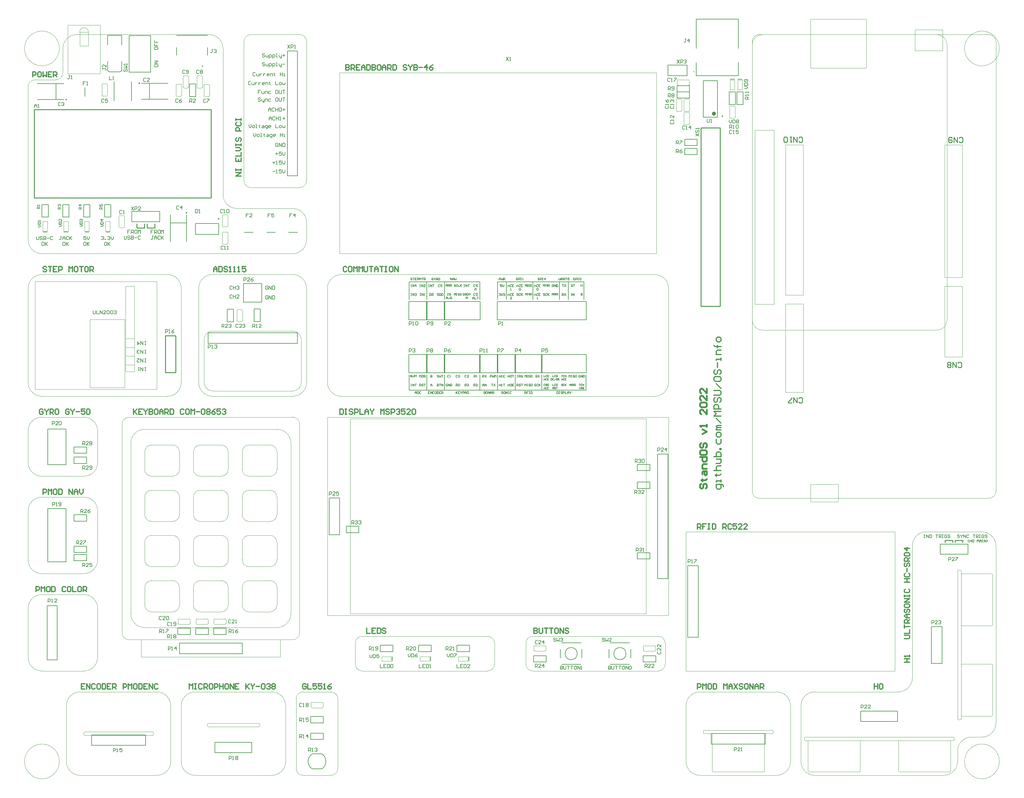
<source format=gto>
G04*
G04 #@! TF.GenerationSoftware,Altium Limited,Altium Designer,22.6.1 (34)*
G04*
G04 Layer_Color=65535*
%FSLAX24Y24*%
%MOIN*%
G70*
G04*
G04 #@! TF.SameCoordinates,A296E85E-032B-4658-9172-692AFBF221AA*
G04*
G04*
G04 #@! TF.FilePolarity,Positive*
G04*
G01*
G75*
%ADD10C,0.0039*%
%ADD11C,0.0050*%
%ADD12C,0.0079*%
%ADD13C,0.0098*%
%ADD14C,0.0236*%
%ADD15C,0.0100*%
%ADD16C,0.0059*%
%ADD17C,0.0118*%
%ADD18C,0.0197*%
D10*
X37402Y12992D02*
G03*
X38189Y12205I787J0D01*
G01*
Y16142D02*
G03*
X37402Y15354I0J-787D01*
G01*
X52362Y12205D02*
G03*
X53150Y12992I0J787D01*
G01*
Y15354D02*
G03*
X52362Y16142I-787J0D01*
G01*
X85039Y394D02*
G03*
X86614Y1968I0J1575D01*
G01*
X74803D02*
G03*
X76378Y394I1575J0D01*
G01*
X86614Y8268D02*
G03*
X85039Y9843I-1575J0D01*
G01*
X76378D02*
G03*
X74803Y8268I0J-1575D01*
G01*
X17520Y26772D02*
G03*
X16732Y27559I-787J0D01*
G01*
Y24016D02*
G03*
X17520Y24803I0J787D01*
G01*
X14370Y27559D02*
G03*
X13583Y26772I0J-787D01*
G01*
Y24803D02*
G03*
X14370Y24016I787J0D01*
G01*
X8268Y39370D02*
G03*
X6693Y40945I-1575J0D01*
G01*
Y34252D02*
G03*
X8268Y35827I0J1575D01*
G01*
X1969Y40945D02*
G03*
X394Y39370I0J-1575D01*
G01*
Y35827D02*
G03*
X1969Y34252I1575J0D01*
G01*
X83661Y5039D02*
G03*
X83583Y5118I-79J0D01*
G01*
Y787D02*
G03*
X83661Y866I0J79D01*
G01*
X77835Y5118D02*
G03*
X77756Y5039I0J-79D01*
G01*
Y866D02*
G03*
X77835Y787I79J0D01*
G01*
X84567Y5118D02*
G03*
X84646Y5197I0J79D01*
G01*
X76772D02*
G03*
X76850Y5118I79J0D01*
G01*
X84646Y5433D02*
G03*
X84567Y5512I-79J0D01*
G01*
X76850D02*
G03*
X76772Y5433I0J-79D01*
G01*
X23031Y31890D02*
G03*
X22244Y32677I-787J0D01*
G01*
Y29134D02*
G03*
X23031Y29921I0J787D01*
G01*
X19882Y32677D02*
G03*
X19094Y31890I0J-787D01*
G01*
Y29921D02*
G03*
X19882Y29134I787J0D01*
G01*
X8268Y30315D02*
G03*
X6693Y31890I-1575J0D01*
G01*
Y23228D02*
G03*
X8268Y24803I0J1575D01*
G01*
X1969Y31890D02*
G03*
X394Y30315I0J-1575D01*
G01*
Y24803D02*
G03*
X1969Y23228I1575J0D01*
G01*
X28543Y21654D02*
G03*
X27756Y22441I-787J0D01*
G01*
Y18898D02*
G03*
X28543Y19685I0J787D01*
G01*
X25394Y22441D02*
G03*
X24606Y21654I0J-787D01*
G01*
Y19685D02*
G03*
X25394Y18898I787J0D01*
G01*
X56693Y12992D02*
G03*
X57480Y12205I787J0D01*
G01*
Y16142D02*
G03*
X56693Y15354I0J-787D01*
G01*
X71654Y12205D02*
G03*
X72441Y12992I0J787D01*
G01*
Y15354D02*
G03*
X71654Y16142I-787J0D01*
G01*
X24803Y67717D02*
G03*
X25591Y66929I787J0D01*
G01*
Y84252D02*
G03*
X24803Y83465I0J-787D01*
G01*
X31102Y66929D02*
G03*
X31890Y67717I0J787D01*
G01*
Y83465D02*
G03*
X31102Y84252I-787J0D01*
G01*
X20748Y6299D02*
G03*
X20669Y6220I0J-79D01*
G01*
X26575D02*
G03*
X26496Y6299I-79J0D01*
G01*
X20669Y5984D02*
G03*
X20748Y5906I79J0D01*
G01*
X26496D02*
G03*
X26575Y5984I0J79D01*
G01*
X14488Y4921D02*
G03*
X14567Y5000I0J79D01*
G01*
X6693D02*
G03*
X6772Y4921I79J0D01*
G01*
X14567Y5236D02*
G03*
X14488Y5315I-79J0D01*
G01*
X6772D02*
G03*
X6693Y5236I0J-79D01*
G01*
X19291Y9843D02*
G03*
X17717Y8268I0J-1575D01*
G01*
X29528D02*
G03*
X27953Y9843I-1575J0D01*
G01*
X17717Y1968D02*
G03*
X19291Y394I1575J0D01*
G01*
X27953D02*
G03*
X29528Y1968I0J1575D01*
G01*
X104331Y83071D02*
G03*
X103150Y84252I-1181J0D01*
G01*
Y50787D02*
G03*
X104331Y51968I0J1181D01*
G01*
X83465Y84252D02*
G03*
X82283Y83071I0J-1181D01*
G01*
Y51968D02*
G03*
X83465Y50787I1181J0D01*
G01*
X23031Y26772D02*
G03*
X22244Y27559I-787J0D01*
G01*
Y24016D02*
G03*
X23031Y24803I0J787D01*
G01*
X19882Y27559D02*
G03*
X19094Y26772I0J-787D01*
G01*
Y24803D02*
G03*
X19882Y24016I787J0D01*
G01*
X31102Y40157D02*
G03*
X30315Y40945I-787J0D01*
G01*
Y15748D02*
G03*
X31102Y16535I0J787D01*
G01*
X11811Y40945D02*
G03*
X11024Y40157I0J-787D01*
G01*
Y16535D02*
G03*
X11811Y15748I787J0D01*
G01*
X28543Y31890D02*
G03*
X27756Y32677I-787J0D01*
G01*
Y29134D02*
G03*
X28543Y29921I0J787D01*
G01*
X25394Y32677D02*
G03*
X24606Y31890I0J-787D01*
G01*
Y29921D02*
G03*
X25394Y29134I787J0D01*
G01*
X17520Y21654D02*
G03*
X16732Y22441I-787J0D01*
G01*
Y18898D02*
G03*
X17520Y19685I0J787D01*
G01*
X14370Y22441D02*
G03*
X13583Y21654I0J-787D01*
G01*
Y19685D02*
G03*
X14370Y18898I787J0D01*
G01*
X23031Y21654D02*
G03*
X22244Y22441I-787J0D01*
G01*
Y18898D02*
G03*
X23031Y19685I0J787D01*
G01*
X19882Y22441D02*
G03*
X19094Y21654I0J-787D01*
G01*
Y19685D02*
G03*
X19882Y18898I787J0D01*
G01*
X31300Y49700D02*
G03*
X30300Y50700I-1000J0D01*
G01*
Y43900D02*
G03*
X31300Y44900I0J1000D01*
G01*
X21300Y50700D02*
G03*
X20300Y49700I0J-1000D01*
G01*
Y44900D02*
G03*
X21300Y43900I1000J0D01*
G01*
X14961Y394D02*
G03*
X16535Y1968I0J1575D01*
G01*
X4724D02*
G03*
X6299Y394I1575J0D01*
G01*
X16535Y8268D02*
G03*
X14961Y9843I-1575J0D01*
G01*
X6299D02*
G03*
X4724Y8268I0J-1575D01*
G01*
X28543Y37008D02*
G03*
X27756Y37795I-787J0D01*
G01*
Y34252D02*
G03*
X28543Y35039I0J787D01*
G01*
X25394Y37795D02*
G03*
X24606Y37008I0J-787D01*
G01*
Y35039D02*
G03*
X25394Y34252I787J0D01*
G01*
X23031Y37008D02*
G03*
X22244Y37795I-787J0D01*
G01*
Y34252D02*
G03*
X23031Y35039I0J787D01*
G01*
X19882Y37795D02*
G03*
X19094Y37008I0J-787D01*
G01*
Y35039D02*
G03*
X19882Y34252I787J0D01*
G01*
X34252Y44882D02*
G03*
X35827Y43307I1575J0D01*
G01*
Y57087D02*
G03*
X34252Y55512I0J-1575D01*
G01*
X71260Y43307D02*
G03*
X72835Y44882I0J1575D01*
G01*
Y55512D02*
G03*
X71260Y57087I-1575J0D01*
G01*
X105984Y12992D02*
G03*
X105906Y12913I0J-79D01*
G01*
X109449D02*
G03*
X109370Y12992I-79J0D01*
G01*
X105906Y7165D02*
G03*
X105984Y7087I79J0D01*
G01*
X109370D02*
G03*
X109449Y7165I0J79D01*
G01*
X28543Y26772D02*
G03*
X27756Y27559I-787J0D01*
G01*
Y24016D02*
G03*
X28543Y24803I0J787D01*
G01*
X25394Y27559D02*
G03*
X24606Y26772I0J-787D01*
G01*
Y24803D02*
G03*
X25394Y24016I787J0D01*
G01*
X88268Y4724D02*
G03*
X88189Y4646I0J-79D01*
G01*
X105118D02*
G03*
X105039Y4724I-79J0D01*
G01*
X88189Y4409D02*
G03*
X88268Y4331I79J0D01*
G01*
X105039D02*
G03*
X105118Y4409I0J79D01*
G01*
X17520Y37008D02*
G03*
X16732Y37795I-787J0D01*
G01*
Y34252D02*
G03*
X17520Y35039I0J787D01*
G01*
X14370Y37795D02*
G03*
X13583Y37008I0J-787D01*
G01*
Y35039D02*
G03*
X14370Y34252I787J0D01*
G01*
X8268Y19291D02*
G03*
X6693Y20866I-1575J0D01*
G01*
Y12205D02*
G03*
X8268Y13780I0J1575D01*
G01*
X1969Y20866D02*
G03*
X394Y19291I0J-1575D01*
G01*
Y13780D02*
G03*
X1969Y12205I1575J0D01*
G01*
X30118Y37992D02*
G03*
X28543Y39567I-1575J0D01*
G01*
Y17126D02*
G03*
X30118Y18701I0J1575D01*
G01*
X13583Y39567D02*
G03*
X12008Y37992I0J-1575D01*
G01*
Y18701D02*
G03*
X13583Y17126I1575J0D01*
G01*
X17520Y31890D02*
G03*
X16732Y32677I-787J0D01*
G01*
Y29134D02*
G03*
X17520Y29921I0J787D01*
G01*
X14370Y32677D02*
G03*
X13583Y31890I0J-787D01*
G01*
Y29921D02*
G03*
X14370Y29134I787J0D01*
G01*
X105984Y23228D02*
G03*
X105906Y23150I0J-79D01*
G01*
X109449D02*
G03*
X109370Y23228I-79J0D01*
G01*
X105906Y17402D02*
G03*
X105984Y17323I79J0D01*
G01*
X109370D02*
G03*
X109449Y17402I0J79D01*
G01*
X34646Y394D02*
G03*
X35433Y1181I0J787D01*
G01*
X30709D02*
G03*
X31496Y394I787J0D01*
G01*
X35433Y9055D02*
G03*
X34646Y9843I-787J0D01*
G01*
X31496D02*
G03*
X30709Y9055I0J-787D01*
G01*
X94488Y4252D02*
G03*
X94409Y4331I-79J0D01*
G01*
Y787D02*
G03*
X94488Y866I0J79D01*
G01*
X88661Y4331D02*
G03*
X88583Y4252I0J-79D01*
G01*
Y866D02*
G03*
X88661Y787I79J0D01*
G01*
X394Y44882D02*
G03*
X1969Y43307I1575J0D01*
G01*
Y57087D02*
G03*
X394Y55512I0J-1575D01*
G01*
X16142Y43307D02*
G03*
X17717Y44882I0J1575D01*
G01*
Y55512D02*
G03*
X16142Y57087I-1575J0D01*
G01*
X104724Y4252D02*
G03*
X104646Y4331I-79J0D01*
G01*
Y787D02*
G03*
X104724Y866I0J79D01*
G01*
X98898Y4331D02*
G03*
X98819Y4252I0J-79D01*
G01*
Y866D02*
G03*
X98898Y787I79J0D01*
G01*
X19685Y44882D02*
G03*
X21260Y43307I1575J0D01*
G01*
Y57087D02*
G03*
X19685Y55512I0J-1575D01*
G01*
X30315Y43307D02*
G03*
X31890Y44882I0J1575D01*
G01*
Y55512D02*
G03*
X30315Y57087I-1575J0D01*
G01*
X105512Y6772D02*
G03*
X105591Y6693I79J0D01*
G01*
Y23622D02*
G03*
X105512Y23543I0J-79D01*
G01*
X105827Y6693D02*
G03*
X105906Y6772I0J79D01*
G01*
Y23543D02*
G03*
X105827Y23622I-79J0D01*
G01*
X7224Y84528D02*
G03*
X6240Y84528I-492J0D01*
G01*
X82283Y32543D02*
G03*
X83071Y31756I787J0D01*
G01*
Y84252D02*
G03*
X82283Y83465I0J-787D01*
G01*
X109055Y31756D02*
G03*
X109843Y32543I0J787D01*
G01*
Y83465D02*
G03*
X109055Y84252I-787J0D01*
G01*
X58957Y14980D02*
G03*
X58858Y15079I-98J0D01*
G01*
X57677D02*
G03*
X57579Y14980I0J-98D01*
G01*
Y14547D02*
G03*
X57677Y14449I98J0D01*
G01*
X58858D02*
G03*
X58957Y14547I0J98D01*
G01*
X18720Y18012D02*
G03*
X18622Y18110I-98J0D01*
G01*
X17441D02*
G03*
X17343Y18012I0J-98D01*
G01*
Y17579D02*
G03*
X17441Y17480I98J0D01*
G01*
X18622D02*
G03*
X18720Y17579I0J98D01*
G01*
X80354Y76063D02*
G03*
X80256Y76161I-98J0D01*
G01*
Y74783D02*
G03*
X80354Y74882I0J98D01*
G01*
X79724D02*
G03*
X79823Y74783I98J0D01*
G01*
Y76161D02*
G03*
X79724Y76063I0J-98D01*
G01*
X73898Y79134D02*
G03*
X73799Y79035I0J-98D01*
G01*
X75177D02*
G03*
X75079Y79134I-98J0D01*
G01*
Y78504D02*
G03*
X75177Y78602I0J98D01*
G01*
X73799D02*
G03*
X73898Y78504I98J0D01*
G01*
X75197Y76850D02*
G03*
X75098Y76949I-98J0D01*
G01*
Y75571D02*
G03*
X75197Y75669I0J98D01*
G01*
X74567D02*
G03*
X74665Y75571I98J0D01*
G01*
Y76949D02*
G03*
X74567Y76850I0J-98D01*
G01*
X74331D02*
G03*
X74232Y76949I-98J0D01*
G01*
Y75571D02*
G03*
X74331Y75669I0J98D01*
G01*
X73701D02*
G03*
X73799Y75571I98J0D01*
G01*
Y76949D02*
G03*
X73701Y76850I0J-98D01*
G01*
X74567Y74173D02*
G03*
X74665Y74075I98J0D01*
G01*
Y75453D02*
G03*
X74567Y75354I0J-98D01*
G01*
X75197D02*
G03*
X75098Y75453I-98J0D01*
G01*
Y74075D02*
G03*
X75197Y74173I0J98D01*
G01*
X69980Y14547D02*
G03*
X70079Y14449I98J0D01*
G01*
X71260D02*
G03*
X71358Y14547I0J98D01*
G01*
Y14980D02*
G03*
X71260Y15079I-98J0D01*
G01*
X70079D02*
G03*
X69980Y14980I0J-98D01*
G01*
X20768Y18012D02*
G03*
X20669Y18110I-98J0D01*
G01*
X19488D02*
G03*
X19390Y18012I0J-98D01*
G01*
Y17579D02*
G03*
X19488Y17480I98J0D01*
G01*
X20669D02*
G03*
X20768Y17579I0J98D01*
G01*
X22677Y17480D02*
G03*
X22776Y17579I0J98D01*
G01*
X21398D02*
G03*
X21496Y17480I98J0D01*
G01*
Y18110D02*
G03*
X21398Y18012I0J-98D01*
G01*
X22776D02*
G03*
X22677Y18110I-98J0D01*
G01*
X32382Y8130D02*
G03*
X32480Y8031I98J0D01*
G01*
X33661D02*
G03*
X33760Y8130I0J98D01*
G01*
Y8563D02*
G03*
X33661Y8661I-98J0D01*
G01*
X32480D02*
G03*
X32382Y8563I0J-98D01*
G01*
X24016Y51850D02*
G03*
X24114Y51752I98J0D01*
G01*
Y53130D02*
G03*
X24016Y53032I0J-98D01*
G01*
X24646D02*
G03*
X24547Y53130I-98J0D01*
G01*
Y51752D02*
G03*
X24646Y51850I0J98D01*
G01*
X22362Y60630D02*
G03*
X22461Y60532I98J0D01*
G01*
Y61909D02*
G03*
X22362Y61811I0J-98D01*
G01*
X22992D02*
G03*
X22894Y61909I-98J0D01*
G01*
Y60532D02*
G03*
X22992Y60630I0J98D01*
G01*
X11299Y63661D02*
G03*
X11201Y63760I-98J0D01*
G01*
Y62382D02*
G03*
X11299Y62480I0J98D01*
G01*
X10669D02*
G03*
X10768Y62382I98J0D01*
G01*
Y63760D02*
G03*
X10669Y63661I0J-98D01*
G01*
X20276Y77343D02*
G03*
X20374Y77244I98J0D01*
G01*
Y78622D02*
G03*
X20276Y78524I0J-98D01*
G01*
X20906D02*
G03*
X20807Y78622I-98J0D01*
G01*
Y77244D02*
G03*
X20906Y77343I0J98D01*
G01*
X20118Y79488D02*
G03*
X20020Y79587I-98J0D01*
G01*
Y78209D02*
G03*
X20118Y78307I0J98D01*
G01*
X19488D02*
G03*
X19587Y78209I98J0D01*
G01*
Y79587D02*
G03*
X19488Y79488I0J-98D01*
G01*
X18012Y79587D02*
G03*
X17913Y79488I0J-98D01*
G01*
Y78307D02*
G03*
X18012Y78209I98J0D01*
G01*
X18445D02*
G03*
X18543Y78307I0J98D01*
G01*
Y79488D02*
G03*
X18445Y79587I-98J0D01*
G01*
X17126Y77362D02*
G03*
X17224Y77264I98J0D01*
G01*
Y78642D02*
G03*
X17126Y78543I0J-98D01*
G01*
X17756D02*
G03*
X17657Y78642I-98J0D01*
G01*
Y77264D02*
G03*
X17756Y77362I0J98D01*
G01*
X9272Y77303D02*
G03*
X9370Y77402I0J98D01*
G01*
Y78583D02*
G03*
X9272Y78681I-98J0D01*
G01*
X8839D02*
G03*
X8740Y78583I0J-98D01*
G01*
Y77402D02*
G03*
X8839Y77303I98J0D01*
G01*
X22992Y63760D02*
G03*
X22894Y63858I-98J0D01*
G01*
Y62480D02*
G03*
X22992Y62579I0J98D01*
G01*
X22362D02*
G03*
X22461Y62480I98J0D01*
G01*
Y63858D02*
G03*
X22362Y63760I0J-98D01*
G01*
X22441Y66142D02*
G03*
X24016Y64567I1575J0D01*
G01*
X22441Y82677D02*
G03*
X20866Y84252I-1575J0D01*
G01*
X31890Y62992D02*
G03*
X30315Y64567I-1575J0D01*
G01*
X30315Y59449D02*
G03*
X31890Y61024I0J1575D01*
G01*
X1181Y79134D02*
G03*
X394Y78346I0J-787D01*
G01*
X5906Y84252D02*
G03*
X4331Y82677I0J-1575D01*
G01*
X3543Y79134D02*
G03*
X4331Y79921I0J787D01*
G01*
X394Y61024D02*
G03*
X1969Y59449I1575J0D01*
G01*
X3937Y1969D02*
G03*
X3937Y1969I-1969J0D01*
G01*
X101968Y27953D02*
G03*
X100394Y26378I0J-1575D01*
G01*
X109843Y26378D02*
G03*
X108268Y27953I-1575J0D01*
G01*
X108268Y4724D02*
G03*
X109843Y6299I0J1575D01*
G01*
X107087Y4724D02*
G03*
X105512Y3150I0J-1575D01*
G01*
X98819Y9843D02*
G03*
X100394Y11417I0J1575D01*
G01*
X103937Y394D02*
G03*
X105512Y1969I0J1575D01*
G01*
X89370Y9843D02*
G03*
X87795Y8268I0J-1575D01*
G01*
X87795Y1969D02*
G03*
X89370Y394I1575J0D01*
G01*
X3937Y82677D02*
G03*
X3937Y82677I-1969J0D01*
G01*
X110236D02*
G03*
X110236Y82677I-1969J0D01*
G01*
Y1969D02*
G03*
X110236Y1969I-1969J0D01*
G01*
X38189Y16142D02*
X52362D01*
X38189Y12205D02*
X52362D01*
X37402Y12992D02*
Y15354D01*
X53150Y12992D02*
Y15354D01*
X74803Y1968D02*
Y8268D01*
X86614Y1968D02*
Y8268D01*
X76378Y394D02*
X85039D01*
X76378Y9843D02*
X85039D01*
X7402Y44291D02*
X11339D01*
X7402Y52008D02*
X11339D01*
Y44291D02*
Y52008D01*
X7402Y44291D02*
Y52008D01*
X14370Y24016D02*
X16732D01*
X14370Y27559D02*
X16732D01*
X17520Y24803D02*
Y26772D01*
X13583Y24803D02*
Y26772D01*
X35630Y79921D02*
X71457D01*
X35630Y59449D02*
X71457D01*
X35630D02*
Y79921D01*
X71457Y59449D02*
Y79921D01*
X1969Y34252D02*
X6693D01*
X1969Y40945D02*
X6693D01*
X8268Y35827D02*
Y39370D01*
X394Y35827D02*
Y39370D01*
X77835Y787D02*
X83583D01*
X77835Y5118D02*
X83583D01*
X83661Y866D02*
Y5039D01*
X77756Y866D02*
Y5039D01*
X76772Y5197D02*
Y5433D01*
X84646Y5197D02*
Y5433D01*
X76850Y5118D02*
X84567D01*
X76850Y5512D02*
X84567D01*
X34252Y18504D02*
Y40945D01*
X72835Y18504D02*
Y40945D01*
X34252Y18504D02*
X72835D01*
X34252Y40945D02*
X72835D01*
X19882Y29134D02*
X22244D01*
X19882Y32677D02*
X22244D01*
X23031Y29921D02*
Y31890D01*
X19094Y29921D02*
Y31890D01*
X1969Y23228D02*
X6693D01*
X1969Y31890D02*
X6693D01*
X8268Y24803D02*
Y30315D01*
X394Y24803D02*
Y30315D01*
X25394Y18898D02*
X27756D01*
X25394Y22441D02*
X27756D01*
X28543Y19685D02*
Y21654D01*
X24606Y19685D02*
Y21654D01*
X57480Y16142D02*
X71654D01*
X57480Y12205D02*
X71654D01*
X56693Y12992D02*
Y15354D01*
X72441Y12992D02*
Y15354D01*
X82579Y53740D02*
X84744D01*
X82579Y73425D02*
X84744D01*
Y53740D02*
Y73425D01*
X82579Y53740D02*
Y73425D01*
X25591Y84252D02*
X31102D01*
X25591Y66929D02*
X31102D01*
X24803Y67717D02*
Y83465D01*
X31890Y67717D02*
Y83465D01*
X26575Y5984D02*
Y6220D01*
X20669Y5984D02*
Y6220D01*
X20748Y6299D02*
X26496D01*
X20748Y5906D02*
X26496D01*
X6693Y5000D02*
Y5236D01*
X14567Y5000D02*
Y5236D01*
X6772Y4921D02*
X14488D01*
X6772Y5315D02*
X14488D01*
X29528Y1968D02*
Y8268D01*
X17717Y1968D02*
Y8268D01*
X19291Y9843D02*
X27953D01*
X19291Y394D02*
X27953D01*
X83465Y50787D02*
X103150D01*
X83465Y84252D02*
X103150D01*
X104331Y51968D02*
Y83071D01*
X82283Y51968D02*
Y83071D01*
X19882Y24016D02*
X22244D01*
X19882Y27559D02*
X22244D01*
X23031Y24803D02*
Y26772D01*
X19094Y24803D02*
Y26772D01*
X11811Y15748D02*
X30315D01*
X11811Y40945D02*
X30315D01*
X31102Y16535D02*
Y40157D01*
X11024Y16535D02*
Y40157D01*
X25394Y29134D02*
X27756D01*
X25394Y32677D02*
X27756D01*
X28543Y29921D02*
Y31890D01*
X24606Y29921D02*
Y31890D01*
X14370Y18898D02*
X16732D01*
X14370Y22441D02*
X16732D01*
X17520Y19685D02*
Y21654D01*
X13583Y19685D02*
Y21654D01*
X19882Y18898D02*
X22244D01*
X19882Y22441D02*
X22244D01*
X23031Y19685D02*
Y21654D01*
X19094Y19685D02*
Y21654D01*
X11437Y55748D02*
X12421D01*
X11437Y46083D02*
X12421D01*
X11437D02*
Y55748D01*
X12421Y46083D02*
Y55748D01*
X21300Y43900D02*
X30300D01*
X21300Y50700D02*
X30300D01*
X31300Y44900D02*
Y49700D01*
X20300Y44900D02*
Y49700D01*
X4724Y1968D02*
Y8268D01*
X16535Y1968D02*
Y8268D01*
X6299Y394D02*
X14961D01*
X6299Y9843D02*
X14961D01*
X25394Y34252D02*
X27756D01*
X25394Y37795D02*
X27756D01*
X28543Y35039D02*
Y37008D01*
X24606Y35039D02*
Y37008D01*
X19882Y34252D02*
X22244D01*
X19882Y37795D02*
X22244D01*
X23031Y35039D02*
Y37008D01*
X19094Y35039D02*
Y37008D01*
X35827Y57087D02*
X71260D01*
X35827Y43307D02*
X71260D01*
X34252Y44882D02*
Y55512D01*
X72835Y44882D02*
Y55512D01*
X109449Y7165D02*
Y12913D01*
X105906Y7165D02*
Y12913D01*
X105984Y12992D02*
X109370D01*
X105984Y7087D02*
X109370D01*
X25394Y24016D02*
X27756D01*
X25394Y27559D02*
X27756D01*
X28543Y24803D02*
Y26772D01*
X24606Y24803D02*
Y26772D01*
X105118Y4409D02*
Y4646D01*
X88189Y4409D02*
Y4646D01*
X88268Y4724D02*
X105039D01*
X88268Y4331D02*
X105039D01*
X14370Y34252D02*
X16732D01*
X14370Y37795D02*
X16732D01*
X17520Y35039D02*
Y37008D01*
X13583Y35039D02*
Y37008D01*
X36811Y18701D02*
Y40748D01*
X70276Y18701D02*
Y40748D01*
X36811Y18701D02*
X70276D01*
X36811Y40748D02*
X70276D01*
X1969Y12205D02*
X6693D01*
X1969Y20866D02*
X6693D01*
X8268Y13780D02*
Y19291D01*
X394Y13780D02*
Y19291D01*
X13583Y17126D02*
X28543D01*
X13583Y39567D02*
X28543D01*
X30118Y18701D02*
Y37992D01*
X12008Y18701D02*
Y37992D01*
X14370Y29134D02*
X16732D01*
X14370Y32677D02*
X16732D01*
X17520Y29921D02*
Y31890D01*
X13583Y29921D02*
Y31890D01*
X109449Y17402D02*
Y23150D01*
X105906Y17402D02*
Y23150D01*
X105984Y23228D02*
X109370D01*
X105984Y17323D02*
X109370D01*
X30709Y1181D02*
Y9055D01*
X35433Y1181D02*
Y9055D01*
X31496Y394D02*
X34646D01*
X31496Y9843D02*
X34646D01*
X88661Y787D02*
X94409D01*
X88661Y4331D02*
X94409D01*
X94488Y866D02*
Y4252D01*
X88583Y866D02*
Y4252D01*
X13189Y13780D02*
X28937D01*
X13189Y15748D02*
X28937D01*
Y13780D02*
Y15748D01*
X13189Y13780D02*
Y15748D01*
X1969Y57087D02*
X16142D01*
X1969Y43307D02*
X16142D01*
X394Y44882D02*
Y55512D01*
X17717Y44882D02*
Y55512D01*
X1181Y44094D02*
X14961D01*
X1181Y56299D02*
X14961D01*
Y44094D02*
Y56299D01*
X1181Y44094D02*
Y56299D01*
X74803Y12205D02*
Y27953D01*
X98425Y12205D02*
Y27953D01*
X74803Y12205D02*
X98425D01*
X74803Y27953D02*
X98425D01*
X98898Y787D02*
X104646D01*
X98898Y4331D02*
X104646D01*
X104724Y866D02*
Y4252D01*
X98819Y866D02*
Y4252D01*
X21260Y57087D02*
X30315D01*
X21260Y43307D02*
X30315D01*
X19685Y44882D02*
Y55512D01*
X31890Y44882D02*
Y55512D01*
X105591Y23622D02*
X105827D01*
X105591Y6693D02*
X105827D01*
X105512Y6772D02*
Y23543D01*
X105906Y6772D02*
Y23543D01*
X6240Y82953D02*
X7224D01*
X6240D02*
Y84528D01*
X7224D01*
X8563Y79843D02*
Y85315D01*
X7224Y82953D02*
Y84528D01*
X4902Y85315D02*
X8563D01*
X4902Y79843D02*
X8563D01*
X4902D02*
Y85315D01*
X88878Y33331D02*
X92028D01*
X88878Y31362D02*
X92028D01*
X88878D02*
Y33331D01*
X92028Y31362D02*
Y33331D01*
X83071Y84252D02*
X109055D01*
X83071Y31756D02*
X109055D01*
X82283Y32543D02*
Y83465D01*
X109843Y32543D02*
Y83465D01*
X100689Y84803D02*
X103839D01*
X100689Y82441D02*
X103839D01*
X100689D02*
Y84803D01*
X103839Y82441D02*
Y84803D01*
X95177Y80472D02*
Y85984D01*
X88878Y80472D02*
Y85984D01*
Y80472D02*
X95177D01*
X88878Y85984D02*
X95177D01*
X106063Y47752D02*
Y55752D01*
X104063Y47752D02*
Y55752D01*
Y47752D02*
X106063D01*
X104063Y55752D02*
X106063D01*
Y56752D02*
Y71752D01*
X104063Y56752D02*
Y71752D01*
Y56752D02*
X106063D01*
X104063Y71752D02*
X106063D01*
X88063Y54752D02*
Y71752D01*
X86063Y54752D02*
Y71752D01*
Y54752D02*
X88063D01*
X86063Y71752D02*
X88063D01*
Y43752D02*
Y53752D01*
X86063Y43752D02*
Y53752D01*
Y43752D02*
X88063D01*
X86063Y53752D02*
X88063D01*
X57579Y14547D02*
X57579Y14980D01*
X57677Y14449D02*
X58858D01*
X58957Y14547D02*
Y14980D01*
X57677Y15079D02*
X58858Y15079D01*
X17343Y17579D02*
X17343Y18012D01*
X17441Y17480D02*
X18622D01*
X18720Y17579D02*
Y18012D01*
X17441Y18110D02*
X18622Y18110D01*
X79783Y79094D02*
X80295D01*
Y77992D02*
Y79094D01*
X79783Y77992D02*
X80295D01*
X79783D02*
Y79094D01*
X80650D02*
X81161D01*
Y77992D02*
Y79094D01*
X80650Y77992D02*
X81161D01*
X80650D02*
Y79094D01*
X79724Y76063D02*
X79724Y74882D01*
X79823Y76161D02*
X80256D01*
X80354Y74882D02*
Y76063D01*
X79823Y74783D02*
X80256Y74783D01*
X73898Y78504D02*
X75079Y78504D01*
X73799Y78602D02*
Y79035D01*
X73898Y79134D02*
X75079D01*
X75177Y78602D02*
X75177Y79035D01*
X74567Y76850D02*
X74567Y75669D01*
X74665Y76949D02*
X75098D01*
X75197Y75669D02*
Y76850D01*
X74665Y75571D02*
X75098Y75571D01*
X73701Y76850D02*
X73701Y75669D01*
X73799Y76949D02*
X74232D01*
X74331Y75669D02*
Y76850D01*
X73799Y75571D02*
X74232Y75571D01*
X75197Y75354D02*
X75197Y74173D01*
X74665Y74075D02*
X75098D01*
X74567Y74173D02*
Y75354D01*
X74665Y75453D02*
X75098Y75453D01*
X71358Y14547D02*
X71358Y14980D01*
X70079Y15079D02*
X71260D01*
X69980Y14547D02*
Y14980D01*
X70079Y14449D02*
X71260Y14449D01*
X49055Y13839D02*
X50157D01*
X49055Y13327D02*
Y13839D01*
X50157Y13327D02*
Y13839D01*
X49055Y13327D02*
X50157D01*
X44724Y13839D02*
X45827D01*
X44724Y13327D02*
Y13839D01*
X45827Y13327D02*
Y13839D01*
X44724Y13327D02*
X45827D01*
X40394Y13839D02*
X41496D01*
X40394Y13327D02*
Y13839D01*
X41496Y13327D02*
Y13839D01*
X40394Y13327D02*
X41496D01*
X19390Y17579D02*
X19390Y18012D01*
X19488Y17480D02*
X20669D01*
X20768Y17579D02*
Y18012D01*
X19488Y18110D02*
X20669Y18110D01*
X21496Y18110D02*
X22677Y18110D01*
X22776Y17579D02*
Y18012D01*
X21496Y17480D02*
X22677D01*
X21398Y17579D02*
X21398Y18012D01*
X33760Y8130D02*
X33760Y8563D01*
X32480Y8661D02*
X33661D01*
X32382Y8130D02*
Y8563D01*
X32480Y8031D02*
X33661Y8031D01*
X24646Y53032D02*
X24646Y51850D01*
X24114Y51752D02*
X24547D01*
X24016Y51850D02*
Y53032D01*
X24114Y53130D02*
X24547Y53130D01*
X7303Y62008D02*
Y63110D01*
X6791D02*
X7303D01*
X6791Y62008D02*
Y63110D01*
Y62008D02*
X7303D01*
X4429D02*
X4941D01*
X4429D02*
Y63110D01*
X4941D01*
Y62008D02*
Y63110D01*
X2579Y62008D02*
Y63110D01*
X2067D02*
X2579D01*
X2067Y62008D02*
Y63110D01*
Y62008D02*
X2579D01*
X9665D02*
Y63110D01*
X9154D02*
X9665D01*
X9154Y62008D02*
Y63110D01*
Y62008D02*
X9665D01*
X22992Y61811D02*
X22992Y60630D01*
X22461Y60532D02*
X22894D01*
X22362Y60630D02*
Y61811D01*
X22461Y61909D02*
X22894Y61909D01*
X10669Y63661D02*
X10669Y62480D01*
X10768Y63760D02*
X11201D01*
X11299Y62480D02*
Y63661D01*
X10768Y62382D02*
X11201Y62382D01*
X20906Y78524D02*
X20906Y77343D01*
X20374Y77244D02*
X20807D01*
X20276Y77343D02*
Y78524D01*
X20374Y78622D02*
X20807Y78622D01*
X19488Y79488D02*
X19488Y78307D01*
X19587Y79587D02*
X20020D01*
X20118Y78307D02*
Y79488D01*
X19587Y78209D02*
X20020Y78209D01*
X18012Y78209D02*
X18445Y78209D01*
X18543Y78307D02*
Y79488D01*
X18012Y79587D02*
X18445D01*
X17913Y79488D02*
X17913Y78307D01*
X17756Y78543D02*
X17756Y77362D01*
X17224Y77264D02*
X17657D01*
X17126Y77362D02*
Y78543D01*
X17224Y78642D02*
X17657Y78642D01*
X8839Y78681D02*
X9272Y78681D01*
X8740Y77402D02*
Y78583D01*
X8839Y77303D02*
X9272D01*
X9370Y78583D02*
X9370Y77402D01*
X22362Y63760D02*
X22362Y62579D01*
X22461Y63858D02*
X22894D01*
X22992Y62579D02*
Y63760D01*
X22461Y62480D02*
X22894Y62480D01*
X24016Y64567D02*
X30315Y64567D01*
X5906Y84252D02*
X20866Y84252D01*
X31890Y61024D02*
X31890Y62992D01*
X22441Y66142D02*
X22441Y82677D01*
X1181Y79134D02*
X3543D01*
X4331Y79921D02*
Y82677D01*
X1969Y59449D02*
X30315D01*
X394Y78346D02*
X394Y61024D01*
X11437Y48839D02*
X12421D01*
X11437Y46870D02*
X12421D01*
X11437Y47854D02*
X12421D01*
X11437Y49823D02*
X12421D01*
X107087Y4724D02*
X108268D01*
X101968Y27953D02*
X108268Y27953D01*
X109843Y26378D02*
X109843Y6299D01*
X100394Y26378D02*
X100394Y11417D01*
X105512Y1969D02*
Y3150D01*
X89370Y9843D02*
X98819D01*
X89370Y394D02*
X103937D01*
X87795Y1969D02*
Y8268D01*
D11*
X62500Y14173D02*
G03*
X62500Y14173I-689J0D01*
G01*
X68012D02*
G03*
X68012Y14173I-689J0D01*
G01*
X60591Y13685D02*
Y14661D01*
X60713Y12953D02*
X62909D01*
X60713Y15394D02*
X62909D01*
X63032Y13685D02*
Y14661D01*
X66102Y13685D02*
Y14661D01*
X66224Y12953D02*
X68421D01*
X66224Y15394D02*
X68421D01*
X68543Y13685D02*
Y14661D01*
X63500Y44000D02*
Y45750D01*
X58500Y44000D02*
Y45750D01*
X55500Y44000D02*
Y45750D01*
X53500Y44000D02*
Y45750D01*
X51500Y44000D02*
Y45750D01*
X47500Y44000D02*
Y45750D01*
X45500Y44000D02*
Y45750D01*
X43500Y44000D02*
Y45750D01*
Y44000D02*
X63500D01*
X47500Y54250D02*
Y56250D01*
X45500Y54250D02*
Y56250D01*
X51500Y54250D02*
Y56250D01*
X43500Y54250D02*
Y56250D01*
X51500D01*
X53500D02*
X54500D01*
X53500Y54250D02*
Y56250D01*
X61500D02*
X63250D01*
Y54250D02*
Y56250D01*
X60500D02*
X61500D01*
Y54250D02*
Y56250D01*
X60500Y54250D02*
Y56250D01*
X57500D02*
X60500D01*
X57500Y54250D02*
Y56250D01*
X54500D02*
X57500D01*
X54500Y54250D02*
Y56250D01*
X17177Y84161D02*
X20697D01*
Y81929D02*
Y82795D01*
X17177Y81929D02*
Y82795D01*
X12087Y76772D02*
Y78937D01*
X10118Y76772D02*
Y78937D01*
X54667Y55700D02*
Y55867D01*
X54792D01*
X54833Y55825D01*
Y55700D01*
X55083Y55908D02*
X55042Y55950D01*
X54958D01*
X54917Y55908D01*
Y55742D01*
X54958Y55700D01*
X55042D01*
X55083Y55742D01*
X55333Y55950D02*
X55167D01*
Y55700D01*
X55333D01*
X55167Y55825D02*
X55250D01*
X54958Y55280D02*
X55042D01*
X55000D01*
Y55530D01*
X54958Y55488D01*
X49578Y54950D02*
Y54720D01*
X49693D01*
X49732Y54758D01*
Y54912D01*
X49693Y54950D01*
X49578D01*
X49808Y54720D02*
Y54950D01*
X49923D01*
X49962Y54912D01*
Y54835D01*
X49923Y54797D01*
X49808D01*
X49885D02*
X49962Y54720D01*
X50038Y54950D02*
Y54720D01*
X50153D01*
X50192Y54758D01*
Y54912D01*
X50153Y54950D01*
X50038D01*
X50268D02*
Y54912D01*
X50345Y54835D01*
X50422Y54912D01*
Y54950D01*
X50345Y54835D02*
Y54720D01*
X49923Y54324D02*
Y54554D01*
X50000Y54477D01*
X50077Y54554D01*
Y54324D01*
X56563Y43600D02*
Y43850D01*
X56688D01*
X56729Y43808D01*
Y43725D01*
X56688Y43683D01*
X56563D01*
X56646D02*
X56729Y43600D01*
X56979Y43850D02*
X56813D01*
Y43725D01*
X56896D01*
X56813D01*
Y43600D01*
X57062Y43850D02*
X57146D01*
X57104D01*
Y43600D01*
X57062D01*
X57146D01*
X57271Y43850D02*
Y43600D01*
X57396D01*
X57437Y43642D01*
Y43808D01*
X57396Y43850D01*
X57271D01*
X62733Y44700D02*
X62867D01*
X62800D01*
Y44500D01*
X63067Y44667D02*
X63033Y44700D01*
X62967D01*
X62933Y44667D01*
Y44533D01*
X62967Y44500D01*
X63033D01*
X63067Y44533D01*
X63133Y44700D02*
Y44500D01*
Y44600D01*
X63267D01*
Y44700D01*
Y44500D01*
X62750Y44340D02*
X62817D01*
X62783D01*
Y44140D01*
X62750D01*
X62817D01*
X62917D02*
Y44340D01*
X63017D01*
X63050Y44307D01*
Y44240D01*
X63017Y44207D01*
X62917D01*
X62983D02*
X63050Y44140D01*
X63250Y44173D02*
Y44307D01*
X63217Y44340D01*
X63150D01*
X63117Y44307D01*
Y44173D01*
X63150Y44140D01*
X63217D01*
X63183Y44207D02*
X63250Y44140D01*
X63217D02*
X63250Y44173D01*
X59733Y44700D02*
Y44500D01*
X59867D01*
X60067Y44667D02*
X60033Y44700D01*
X59967D01*
X59933Y44667D01*
Y44533D01*
X59967Y44500D01*
X60033D01*
X60067Y44533D01*
X60133Y44700D02*
Y44500D01*
X60233D01*
X60267Y44533D01*
Y44667D01*
X60233Y44700D01*
X60133D01*
X59733Y44140D02*
Y44340D01*
X59833D01*
X59867Y44307D01*
Y44240D01*
X59833Y44207D01*
X59733D01*
X59800D02*
X59867Y44140D01*
X60067Y44307D02*
X60033Y44340D01*
X59967D01*
X59933Y44307D01*
Y44273D01*
X59967Y44240D01*
X60033D01*
X60067Y44207D01*
Y44173D01*
X60033Y44140D01*
X59967D01*
X59933Y44173D01*
X60133Y44340D02*
X60267D01*
X60200D01*
Y44140D01*
X47962Y54912D02*
X47923Y54950D01*
X47847D01*
X47808Y54912D01*
Y54758D01*
X47847Y54720D01*
X47923D01*
X47962Y54758D01*
X48192Y54912D02*
X48153Y54950D01*
X48077D01*
X48038Y54912D01*
Y54873D01*
X48077Y54835D01*
X48153D01*
X48192Y54797D01*
Y54758D01*
X48153Y54720D01*
X48077D01*
X48038Y54758D01*
X47693Y54324D02*
Y54477D01*
X47770Y54554D01*
X47847Y54477D01*
Y54324D01*
Y54439D01*
X47693D01*
X47923Y54324D02*
X48077Y54477D01*
X48307Y54516D02*
X48268Y54554D01*
X48192D01*
X48153Y54516D01*
Y54362D01*
X48192Y54324D01*
X48268D01*
X48307Y54362D01*
Y54439D01*
X48230D01*
X60867Y44667D02*
X60833Y44700D01*
X60767D01*
X60733Y44667D01*
Y44633D01*
X60767Y44600D01*
X60833D01*
X60867Y44567D01*
Y44533D01*
X60833Y44500D01*
X60767D01*
X60733Y44533D01*
X61067Y44667D02*
X61033Y44700D01*
X60967D01*
X60933Y44667D01*
Y44533D01*
X60967Y44500D01*
X61033D01*
X61067Y44533D01*
X61133Y44700D02*
Y44500D01*
Y44567D01*
X61267Y44700D01*
X61167Y44600D01*
X61267Y44500D01*
X57667Y55700D02*
Y55867D01*
X57792D01*
X57833Y55825D01*
Y55700D01*
X58083Y55908D02*
X58042Y55950D01*
X57958D01*
X57917Y55908D01*
Y55742D01*
X57958Y55700D01*
X58042D01*
X58083Y55742D01*
X58333Y55950D02*
X58167D01*
Y55700D01*
X58333D01*
X58167Y55825D02*
X58250D01*
X57917Y55488D02*
X57958Y55530D01*
X58042D01*
X58083Y55488D01*
Y55322D01*
X58042Y55280D01*
X57958D01*
X57917Y55322D01*
Y55488D01*
X54667Y54700D02*
Y54867D01*
X54792D01*
X54833Y54825D01*
Y54700D01*
X55083Y54908D02*
X55042Y54950D01*
X54958D01*
X54917Y54908D01*
Y54742D01*
X54958Y54700D01*
X55042D01*
X55083Y54742D01*
X55333Y54950D02*
X55167D01*
Y54700D01*
X55333D01*
X55167Y54825D02*
X55250D01*
X55083Y54280D02*
X54917D01*
X55083Y54447D01*
Y54488D01*
X55042Y54530D01*
X54958D01*
X54917Y54488D01*
X61962Y54720D02*
X61808D01*
X61962Y54873D01*
Y54912D01*
X61923Y54950D01*
X61847D01*
X61808Y54912D01*
X62192Y54950D02*
X62115Y54912D01*
X62038Y54835D01*
Y54758D01*
X62077Y54720D01*
X62153D01*
X62192Y54758D01*
Y54797D01*
X62153Y54835D01*
X62038D01*
X52083Y43808D02*
X52042Y43850D01*
X51959D01*
X51917Y43808D01*
Y43767D01*
X51959Y43725D01*
X52042D01*
X52083Y43683D01*
Y43642D01*
X52042Y43600D01*
X51959D01*
X51917Y43642D01*
X52292Y43850D02*
X52208D01*
X52167Y43808D01*
Y43642D01*
X52208Y43600D01*
X52292D01*
X52333Y43642D01*
Y43808D01*
X52292Y43850D01*
X52417Y43600D02*
Y43850D01*
X52583Y43600D01*
Y43850D01*
X52667Y43600D02*
Y43767D01*
X52750Y43850D01*
X52833Y43767D01*
Y43600D01*
Y43725D01*
X52667D01*
X52917Y43600D02*
Y43850D01*
X53041D01*
X53083Y43808D01*
Y43725D01*
X53041Y43683D01*
X52917D01*
X53000D02*
X53083Y43600D01*
X60733Y45700D02*
X60867D01*
X60800D01*
Y45500D01*
X61067Y45667D02*
X61033Y45700D01*
X60967D01*
X60933Y45667D01*
Y45533D01*
X60967Y45500D01*
X61033D01*
X61067Y45533D01*
X61133Y45700D02*
Y45500D01*
Y45600D01*
X61267D01*
Y45700D01*
Y45500D01*
X60733Y45140D02*
Y45273D01*
X60833D01*
X60867Y45240D01*
Y45140D01*
X61067Y45307D02*
X61033Y45340D01*
X60967D01*
X60933Y45307D01*
Y45173D01*
X60967Y45140D01*
X61033D01*
X61067Y45173D01*
X61267Y45340D02*
X61133D01*
Y45140D01*
X61267D01*
X61133Y45240D02*
X61200D01*
X61563Y45450D02*
Y45700D01*
X61646Y45617D01*
X61729Y45700D01*
Y45450D01*
X61813Y45700D02*
X61896D01*
X61854D01*
Y45450D01*
X61813D01*
X61896D01*
X62187Y45658D02*
X62146Y45700D01*
X62062D01*
X62021Y45658D01*
Y45617D01*
X62062Y45575D01*
X62146D01*
X62187Y45533D01*
Y45492D01*
X62146Y45450D01*
X62062D01*
X62021Y45492D01*
X62396Y45700D02*
X62312D01*
X62271Y45658D01*
Y45492D01*
X62312Y45450D01*
X62396D01*
X62437Y45492D01*
Y45658D01*
X62396Y45700D01*
X48792Y43850D02*
Y43600D01*
Y43683D01*
X48959Y43850D01*
X48834Y43725D01*
X48959Y43600D01*
X49208Y43850D02*
X49042D01*
Y43600D01*
X49208D01*
X49042Y43725D02*
X49125D01*
X49292Y43850D02*
Y43808D01*
X49375Y43725D01*
X49458Y43808D01*
Y43850D01*
X49375Y43725D02*
Y43600D01*
X49542D02*
Y43850D01*
X49667D01*
X49708Y43808D01*
Y43725D01*
X49667Y43683D01*
X49542D01*
X49792Y43600D02*
Y43767D01*
X49875Y43850D01*
X49958Y43767D01*
Y43600D01*
Y43725D01*
X49792D01*
X50041Y43850D02*
Y43600D01*
X50166D01*
X50208Y43642D01*
Y43808D01*
X50166Y43850D01*
X50041D01*
X62923Y54912D02*
X62962Y54950D01*
X63038D01*
X63077Y54912D01*
Y54873D01*
X63038Y54835D01*
X63077Y54797D01*
Y54758D01*
X63038Y54720D01*
X62962D01*
X62923Y54758D01*
Y54797D01*
X62962Y54835D01*
X62923Y54873D01*
Y54912D01*
X62962Y54835D02*
X63038D01*
X61962Y55720D02*
X61808D01*
X61962Y55873D01*
Y55912D01*
X61923Y55950D01*
X61847D01*
X61808Y55912D01*
X62038Y55950D02*
X62192D01*
Y55912D01*
X62038Y55758D01*
Y55720D01*
X45834Y43850D02*
X45667D01*
Y43600D01*
X45834D01*
X45667Y43725D02*
X45750D01*
X45917Y43600D02*
Y43850D01*
X46083Y43600D01*
Y43850D01*
X46333Y43808D02*
X46292Y43850D01*
X46208D01*
X46167Y43808D01*
Y43642D01*
X46208Y43600D01*
X46292D01*
X46333Y43642D01*
X46542Y43850D02*
X46458D01*
X46417Y43808D01*
Y43642D01*
X46458Y43600D01*
X46542D01*
X46583Y43642D01*
Y43808D01*
X46542Y43850D01*
X46667D02*
Y43600D01*
X46792D01*
X46833Y43642D01*
Y43808D01*
X46792Y43850D01*
X46667D01*
X47083D02*
X46917D01*
Y43600D01*
X47083D01*
X46917Y43725D02*
X47000D01*
X47166Y43600D02*
Y43850D01*
X47291D01*
X47333Y43808D01*
Y43725D01*
X47291Y43683D01*
X47166D01*
X47250D02*
X47333Y43600D01*
X50958Y54908D02*
X50917Y54950D01*
X50833D01*
X50792Y54908D01*
Y54742D01*
X50833Y54700D01*
X50917D01*
X50958Y54742D01*
X51208Y54908D02*
X51167Y54950D01*
X51083D01*
X51042Y54908D01*
Y54867D01*
X51083Y54825D01*
X51167D01*
X51208Y54783D01*
Y54742D01*
X51167Y54700D01*
X51083D01*
X51042Y54742D01*
X50667Y54280D02*
Y54447D01*
X50750Y54530D01*
X50833Y54447D01*
Y54280D01*
Y54405D01*
X50667D01*
X50917Y54530D02*
Y54280D01*
X51083D01*
X51167Y54530D02*
X51333D01*
X51250D01*
Y54280D01*
X58867Y44667D02*
X58833Y44700D01*
X58767D01*
X58733Y44667D01*
Y44533D01*
X58767Y44500D01*
X58833D01*
X58867Y44533D01*
X58933Y44500D02*
Y44700D01*
X59033D01*
X59067Y44667D01*
Y44600D01*
X59033Y44567D01*
X58933D01*
X59000D02*
X59067Y44500D01*
X59133Y44700D02*
Y44500D01*
X59233D01*
X59267Y44533D01*
Y44667D01*
X59233Y44700D01*
X59133D01*
X58733Y44140D02*
Y44273D01*
X58833D01*
X58867Y44240D01*
Y44140D01*
X59067Y44307D02*
X59033Y44340D01*
X58967D01*
X58933Y44307D01*
Y44173D01*
X58967Y44140D01*
X59033D01*
X59067Y44173D01*
X59267Y44340D02*
X59133D01*
Y44140D01*
X59267D01*
X59133Y44240D02*
X59200D01*
X58733Y45700D02*
Y45500D01*
X58867D01*
X59067Y45667D02*
X59033Y45700D01*
X58967D01*
X58933Y45667D01*
Y45533D01*
X58967Y45500D01*
X59033D01*
X59067Y45533D01*
X59133Y45700D02*
Y45500D01*
X59233D01*
X59267Y45533D01*
Y45667D01*
X59233Y45700D01*
X59133D01*
X58733Y45140D02*
Y45273D01*
X58833D01*
X58867Y45240D01*
Y45140D01*
X59067Y45307D02*
X59033Y45340D01*
X58967D01*
X58933Y45307D01*
Y45173D01*
X58967Y45140D01*
X59033D01*
X59067Y45173D01*
X59267Y45340D02*
X59133D01*
Y45140D01*
X59267D01*
X59133Y45240D02*
X59200D01*
X57667Y54700D02*
Y54867D01*
X57792D01*
X57833Y54825D01*
Y54700D01*
X58083Y54908D02*
X58042Y54950D01*
X57958D01*
X57917Y54908D01*
Y54742D01*
X57958Y54700D01*
X58042D01*
X58083Y54742D01*
X58333Y54950D02*
X58167D01*
Y54700D01*
X58333D01*
X58167Y54825D02*
X58250D01*
X57958Y54280D02*
X58042D01*
X58000D01*
Y54530D01*
X57958Y54488D01*
X55667Y55700D02*
Y55867D01*
X55792D01*
X55833Y55825D01*
Y55700D01*
X56083Y55908D02*
X56042Y55950D01*
X55958D01*
X55917Y55908D01*
Y55742D01*
X55958Y55700D01*
X56042D01*
X56083Y55742D01*
X56333Y55950D02*
X56167D01*
Y55700D01*
X56333D01*
X56167Y55825D02*
X56250D01*
X55917Y55488D02*
X55958Y55530D01*
X56042D01*
X56083Y55488D01*
Y55322D01*
X56042Y55280D01*
X55958D01*
X55917Y55322D01*
Y55488D01*
X62883Y55750D02*
X62950D01*
X62917D01*
Y55950D01*
X62883Y55917D01*
X63050Y55750D02*
X63117D01*
X63083D01*
Y55950D01*
X63050Y55917D01*
X60188Y43850D02*
Y43600D01*
X60313D01*
X60354Y43642D01*
Y43808D01*
X60313Y43850D01*
X60188D01*
X60438D02*
X60521D01*
X60479D01*
Y43600D01*
X60438D01*
X60521D01*
X60813Y43808D02*
X60771Y43850D01*
X60688D01*
X60646Y43808D01*
Y43767D01*
X60688Y43725D01*
X60771D01*
X60813Y43683D01*
Y43642D01*
X60771Y43600D01*
X60688D01*
X60646Y43642D01*
X60896Y43600D02*
Y43850D01*
X61021D01*
X61062Y43808D01*
Y43725D01*
X61021Y43683D01*
X60896D01*
X61146Y43850D02*
Y43600D01*
X61312D01*
X61396D02*
Y43767D01*
X61479Y43850D01*
X61562Y43767D01*
Y43600D01*
Y43725D01*
X61396D01*
X61646Y43850D02*
Y43808D01*
X61729Y43725D01*
X61812Y43808D01*
Y43850D01*
X61729Y43725D02*
Y43600D01*
X59733Y45700D02*
Y45500D01*
X59867D01*
X60067Y45667D02*
X60033Y45700D01*
X59967D01*
X59933Y45667D01*
Y45533D01*
X59967Y45500D01*
X60033D01*
X60067Y45533D01*
X60133Y45700D02*
Y45500D01*
X60233D01*
X60267Y45533D01*
Y45667D01*
X60233Y45700D01*
X60133D01*
X59533Y45340D02*
Y45140D01*
X59633D01*
X59667Y45173D01*
Y45307D01*
X59633Y45340D01*
X59533D01*
X59867Y45307D02*
X59833Y45340D01*
X59767D01*
X59733Y45307D01*
Y45173D01*
X59767Y45140D01*
X59833D01*
X59867Y45173D01*
X59933Y45140D02*
X60067Y45273D01*
X60133Y45140D02*
Y45340D01*
X60233D01*
X60267Y45307D01*
Y45240D01*
X60233Y45207D01*
X60133D01*
X60200D02*
X60267Y45140D01*
X60467Y45307D02*
X60433Y45340D01*
X60367D01*
X60333Y45307D01*
Y45273D01*
X60367Y45240D01*
X60433D01*
X60467Y45207D01*
Y45173D01*
X60433Y45140D01*
X60367D01*
X60333Y45173D01*
X50958Y55908D02*
X50917Y55950D01*
X50833D01*
X50792Y55908D01*
Y55742D01*
X50833Y55700D01*
X50917D01*
X50958Y55742D01*
X51208Y55908D02*
X51167Y55950D01*
X51083D01*
X51042Y55908D01*
Y55867D01*
X51083Y55825D01*
X51167D01*
X51208Y55783D01*
Y55742D01*
X51167Y55700D01*
X51083D01*
X51042Y55742D01*
X50917Y55280D02*
Y55530D01*
X51000Y55447D01*
X51083Y55530D01*
Y55280D01*
X54104Y43808D02*
X54063Y43850D01*
X53979D01*
X53938Y43808D01*
Y43767D01*
X53979Y43725D01*
X54063D01*
X54104Y43683D01*
Y43642D01*
X54063Y43600D01*
X53979D01*
X53938Y43642D01*
X54313Y43850D02*
X54229D01*
X54188Y43808D01*
Y43642D01*
X54229Y43600D01*
X54313D01*
X54354Y43642D01*
Y43808D01*
X54313Y43850D01*
X54438Y43600D02*
Y43850D01*
X54604Y43600D01*
Y43850D01*
X54687D02*
X54771D01*
X54729D01*
Y43600D01*
X54687D01*
X54771D01*
X55062Y43808D02*
X55021Y43850D01*
X54937D01*
X54896Y43808D01*
Y43642D01*
X54937Y43600D01*
X55021D01*
X55062Y43642D01*
X44167Y43600D02*
Y43767D01*
X44250Y43850D01*
X44333Y43767D01*
Y43600D01*
Y43725D01*
X44167D01*
X44417Y43850D02*
Y43600D01*
X44542D01*
X44583Y43642D01*
Y43808D01*
X44542Y43850D01*
X44417D01*
X44833Y43808D02*
X44792Y43850D01*
X44708D01*
X44667Y43808D01*
Y43642D01*
X44708Y43600D01*
X44792D01*
X44833Y43642D01*
X48167Y56450D02*
Y56700D01*
X48333Y56450D01*
Y56700D01*
X48417Y56450D02*
Y56617D01*
X48500Y56700D01*
X48583Y56617D01*
Y56450D01*
Y56575D01*
X48417D01*
X48667Y56700D02*
Y56533D01*
X48750Y56450D01*
X48833Y56533D01*
Y56700D01*
X46208Y56658D02*
X46167Y56700D01*
X46083D01*
X46042Y56658D01*
Y56492D01*
X46083Y56450D01*
X46167D01*
X46208Y56492D01*
Y56575D01*
X46125D01*
X46292Y56700D02*
Y56658D01*
X46375Y56575D01*
X46458Y56658D01*
Y56700D01*
X46375Y56575D02*
Y56450D01*
X46542D02*
Y56700D01*
X46667D01*
X46708Y56658D01*
Y56575D01*
X46667Y56533D01*
X46542D01*
X46625D02*
X46708Y56450D01*
X46917Y56700D02*
X46833D01*
X46792Y56658D01*
Y56492D01*
X46833Y56450D01*
X46917D01*
X46958Y56492D01*
Y56658D01*
X46917Y56700D01*
X43834Y56658D02*
X43792Y56700D01*
X43709D01*
X43667Y56658D01*
Y56617D01*
X43709Y56575D01*
X43792D01*
X43834Y56533D01*
Y56492D01*
X43792Y56450D01*
X43709D01*
X43667Y56492D01*
X43917Y56700D02*
X44083D01*
X44000D01*
Y56450D01*
X44333Y56700D02*
X44167D01*
Y56450D01*
X44333D01*
X44167Y56575D02*
X44250D01*
X44417Y56450D02*
Y56700D01*
X44542D01*
X44583Y56658D01*
Y56575D01*
X44542Y56533D01*
X44417D01*
X44667Y56450D02*
Y56700D01*
X44750Y56617D01*
X44833Y56700D01*
Y56450D01*
X44917Y56700D02*
X45083D01*
X45000D01*
Y56450D01*
X45166D02*
Y56700D01*
X45291D01*
X45333Y56658D01*
Y56575D01*
X45291Y56533D01*
X45166D01*
X45250D02*
X45333Y56450D01*
X53667D02*
Y56700D01*
X53792D01*
X53833Y56658D01*
Y56575D01*
X53792Y56533D01*
X53667D01*
X53917Y56700D02*
Y56450D01*
X54000Y56533D01*
X54083Y56450D01*
Y56700D01*
X54167Y56450D02*
Y56700D01*
X54292D01*
X54333Y56658D01*
Y56575D01*
X54292Y56533D01*
X54167D01*
X54250D02*
X54333Y56450D01*
X62229Y56658D02*
X62188Y56700D01*
X62104D01*
X62063Y56658D01*
Y56492D01*
X62104Y56450D01*
X62188D01*
X62229Y56492D01*
Y56575D01*
X62146D01*
X62313Y56450D02*
Y56700D01*
X62438D01*
X62479Y56658D01*
Y56575D01*
X62438Y56533D01*
X62313D01*
X62562Y56700D02*
X62646D01*
X62604D01*
Y56450D01*
X62562D01*
X62646D01*
X62896Y56700D02*
X62812D01*
X62771Y56658D01*
Y56492D01*
X62812Y56450D01*
X62896D01*
X62937Y56492D01*
Y56658D01*
X62896Y56700D01*
X60417D02*
Y56492D01*
X60459Y56450D01*
X60542D01*
X60583Y56492D01*
Y56700D01*
X60667Y56450D02*
Y56617D01*
X60750Y56700D01*
X60833Y56617D01*
Y56450D01*
Y56575D01*
X60667D01*
X60917Y56450D02*
Y56700D01*
X61042D01*
X61083Y56658D01*
Y56575D01*
X61042Y56533D01*
X60917D01*
X61000D02*
X61083Y56450D01*
X61167Y56700D02*
X61333D01*
X61250D01*
Y56450D01*
X61583Y56700D02*
X61417D01*
Y56575D01*
X61500Y56617D01*
X61541D01*
X61583Y56575D01*
Y56492D01*
X61541Y56450D01*
X61458D01*
X61417Y56492D01*
X58229Y56658D02*
X58188Y56700D01*
X58104D01*
X58063Y56658D01*
Y56617D01*
X58104Y56575D01*
X58188D01*
X58229Y56533D01*
Y56492D01*
X58188Y56450D01*
X58104D01*
X58063Y56492D01*
X58313Y56450D02*
Y56700D01*
X58438D01*
X58479Y56658D01*
Y56575D01*
X58438Y56533D01*
X58313D01*
X58562Y56700D02*
X58646D01*
X58604D01*
Y56450D01*
X58562D01*
X58646D01*
X58896D02*
Y56700D01*
X58771Y56575D01*
X58937D01*
X55771Y56658D02*
X55729Y56700D01*
X55646D01*
X55604Y56658D01*
Y56617D01*
X55646Y56575D01*
X55729D01*
X55771Y56533D01*
Y56492D01*
X55729Y56450D01*
X55646D01*
X55604Y56492D01*
X55854Y56450D02*
Y56700D01*
X55979D01*
X56021Y56658D01*
Y56575D01*
X55979Y56533D01*
X55854D01*
X56104Y56700D02*
X56187D01*
X56146D01*
Y56450D01*
X56104D01*
X56187D01*
X56312D02*
X56396D01*
X56354D01*
Y56700D01*
X56312Y56658D01*
X58650Y55750D02*
Y55950D01*
X58717Y55883D01*
X58783Y55950D01*
Y55750D01*
X58850Y55950D02*
X58917D01*
X58883D01*
Y55750D01*
X58850D01*
X58917D01*
X59150Y55917D02*
X59117Y55950D01*
X59050D01*
X59017Y55917D01*
Y55883D01*
X59050Y55850D01*
X59117D01*
X59150Y55817D01*
Y55783D01*
X59117Y55750D01*
X59050D01*
X59017Y55783D01*
X59317Y55950D02*
X59250D01*
X59217Y55917D01*
Y55783D01*
X59250Y55750D01*
X59317D01*
X59350Y55783D01*
Y55917D01*
X59317Y55950D01*
X58833Y54908D02*
X58792Y54950D01*
X58708D01*
X58667Y54908D01*
Y54867D01*
X58708Y54825D01*
X58792D01*
X58833Y54783D01*
Y54742D01*
X58792Y54700D01*
X58708D01*
X58667Y54742D01*
X59083Y54908D02*
X59042Y54950D01*
X58958D01*
X58917Y54908D01*
Y54742D01*
X58958Y54700D01*
X59042D01*
X59083Y54742D01*
X59167Y54950D02*
Y54700D01*
Y54783D01*
X59333Y54950D01*
X59208Y54825D01*
X59333Y54700D01*
X53958Y55950D02*
X53792D01*
Y55825D01*
X53875Y55867D01*
X53917D01*
X53958Y55825D01*
Y55742D01*
X53917Y55700D01*
X53833D01*
X53792Y55742D01*
X54042Y55950D02*
Y55783D01*
X54125Y55700D01*
X54208Y55783D01*
Y55950D01*
X56633Y55730D02*
Y55950D01*
X56707Y55877D01*
X56780Y55950D01*
Y55730D01*
X56963Y55950D02*
X56890D01*
X56853Y55913D01*
Y55767D01*
X56890Y55730D01*
X56963D01*
X57000Y55767D01*
Y55913D01*
X56963Y55950D01*
X57220Y55913D02*
X57183Y55950D01*
X57110D01*
X57073Y55913D01*
Y55877D01*
X57110Y55840D01*
X57183D01*
X57220Y55803D01*
Y55767D01*
X57183Y55730D01*
X57110D01*
X57073Y55767D01*
X57293Y55950D02*
X57367D01*
X57330D01*
Y55730D01*
X57293D01*
X57367D01*
X60792Y55950D02*
X60958D01*
X60875D01*
Y55700D01*
X61042Y55950D02*
X61208Y55700D01*
Y55950D02*
X61042Y55700D01*
X59833Y55908D02*
X59792Y55950D01*
X59708D01*
X59667Y55908D01*
Y55742D01*
X59708Y55700D01*
X59792D01*
X59833Y55742D01*
Y55825D01*
X59750D01*
X59917Y55700D02*
Y55950D01*
X60083Y55700D01*
Y55950D01*
X60167D02*
Y55700D01*
X60292D01*
X60333Y55742D01*
Y55908D01*
X60292Y55950D01*
X60167D01*
X59667Y54750D02*
Y54950D01*
X59733Y54883D01*
X59800Y54950D01*
Y54750D01*
X59967Y54950D02*
X59900D01*
X59867Y54917D01*
Y54783D01*
X59900Y54750D01*
X59967D01*
X60000Y54783D01*
Y54917D01*
X59967Y54950D01*
X60200Y54917D02*
X60167Y54950D01*
X60100D01*
X60067Y54917D01*
Y54883D01*
X60100Y54850D01*
X60167D01*
X60200Y54817D01*
Y54783D01*
X60167Y54750D01*
X60100D01*
X60067Y54783D01*
X60267Y54950D02*
X60333D01*
X60300D01*
Y54750D01*
X60267D01*
X60333D01*
X60792Y54700D02*
Y54950D01*
X60917D01*
X60958Y54908D01*
Y54825D01*
X60917Y54783D01*
X60792D01*
X60875D02*
X60958Y54700D01*
X61042Y54950D02*
X61208Y54700D01*
Y54950D02*
X61042Y54700D01*
X56650Y54750D02*
Y54950D01*
X56717Y54883D01*
X56783Y54950D01*
Y54750D01*
X56850Y54950D02*
X56917D01*
X56883D01*
Y54750D01*
X56850D01*
X56917D01*
X57150Y54917D02*
X57117Y54950D01*
X57050D01*
X57017Y54917D01*
Y54883D01*
X57050Y54850D01*
X57117D01*
X57150Y54817D01*
Y54783D01*
X57117Y54750D01*
X57050D01*
X57017Y54783D01*
X57317Y54950D02*
X57250D01*
X57217Y54917D01*
Y54783D01*
X57250Y54750D01*
X57317D01*
X57350Y54783D01*
Y54917D01*
X57317Y54950D01*
X55833Y54908D02*
X55792Y54950D01*
X55708D01*
X55667Y54908D01*
Y54867D01*
X55708Y54825D01*
X55792D01*
X55833Y54783D01*
Y54742D01*
X55792Y54700D01*
X55708D01*
X55667Y54742D01*
X56083Y54908D02*
X56042Y54950D01*
X55958D01*
X55917Y54908D01*
Y54742D01*
X55958Y54700D01*
X56042D01*
X56083Y54742D01*
X56167Y54950D02*
Y54700D01*
Y54783D01*
X56333Y54950D01*
X56208Y54825D01*
X56333Y54700D01*
X53667Y54908D02*
X53708Y54950D01*
X53792D01*
X53833Y54908D01*
Y54867D01*
X53792Y54825D01*
X53750D01*
X53792D01*
X53833Y54783D01*
Y54742D01*
X53792Y54700D01*
X53708D01*
X53667Y54742D01*
X53917Y54950D02*
Y54783D01*
X54000Y54700D01*
X54083Y54783D01*
Y54950D01*
X54167Y54908D02*
X54208Y54950D01*
X54292D01*
X54333Y54908D01*
Y54867D01*
X54292Y54825D01*
X54250D01*
X54292D01*
X54333Y54783D01*
Y54742D01*
X54292Y54700D01*
X54208D01*
X54167Y54742D01*
X55667Y44450D02*
Y44700D01*
X55792D01*
X55833Y44658D01*
Y44575D01*
X55792Y44533D01*
X55667D01*
X55750D02*
X55833Y44450D01*
X56083Y44658D02*
X56042Y44700D01*
X55958D01*
X55917Y44658D01*
Y44617D01*
X55958Y44575D01*
X56042D01*
X56083Y44533D01*
Y44492D01*
X56042Y44450D01*
X55958D01*
X55917Y44492D01*
X56167Y44700D02*
X56333D01*
X56250D01*
Y44450D01*
X56563D02*
Y44700D01*
X56646Y44617D01*
X56729Y44700D01*
Y44450D01*
X56813Y44700D02*
X56896D01*
X56854D01*
Y44450D01*
X56813D01*
X56896D01*
X57187Y44658D02*
X57146Y44700D01*
X57062D01*
X57021Y44658D01*
Y44617D01*
X57062Y44575D01*
X57146D01*
X57187Y44533D01*
Y44492D01*
X57146Y44450D01*
X57062D01*
X57021Y44492D01*
X57396Y44700D02*
X57312D01*
X57271Y44658D01*
Y44492D01*
X57312Y44450D01*
X57396D01*
X57437Y44492D01*
Y44658D01*
X57396Y44700D01*
X57833Y44658D02*
X57792Y44700D01*
X57708D01*
X57667Y44658D01*
Y44617D01*
X57708Y44575D01*
X57792D01*
X57833Y44533D01*
Y44492D01*
X57792Y44450D01*
X57708D01*
X57667Y44492D01*
X58083Y44658D02*
X58042Y44700D01*
X57958D01*
X57917Y44658D01*
Y44492D01*
X57958Y44450D01*
X58042D01*
X58083Y44492D01*
X58167Y44700D02*
Y44450D01*
Y44533D01*
X58333Y44700D01*
X58208Y44575D01*
X58333Y44450D01*
X61667Y44500D02*
Y44700D01*
X61733Y44633D01*
X61800Y44700D01*
Y44500D01*
X61967Y44700D02*
X61900D01*
X61867Y44667D01*
Y44533D01*
X61900Y44500D01*
X61967D01*
X62000Y44533D01*
Y44667D01*
X61967Y44700D01*
X62200Y44667D02*
X62167Y44700D01*
X62100D01*
X62067Y44667D01*
Y44633D01*
X62100Y44600D01*
X62167D01*
X62200Y44567D01*
Y44533D01*
X62167Y44500D01*
X62100D01*
X62067Y44533D01*
X62267Y44700D02*
X62333D01*
X62300D01*
Y44500D01*
X62267D01*
X62333D01*
X62833Y45658D02*
X62792Y45700D01*
X62708D01*
X62667Y45658D01*
Y45492D01*
X62708Y45450D01*
X62792D01*
X62833Y45492D01*
Y45575D01*
X62750D01*
X62917Y45450D02*
Y45700D01*
X63083Y45450D01*
Y45700D01*
X63167D02*
Y45450D01*
X63292D01*
X63333Y45492D01*
Y45658D01*
X63292Y45700D01*
X63167D01*
X57958Y45658D02*
X57917Y45700D01*
X57833D01*
X57792Y45658D01*
Y45617D01*
X57833Y45575D01*
X57917D01*
X57958Y45533D01*
Y45492D01*
X57917Y45450D01*
X57833D01*
X57792Y45492D01*
X58208Y45658D02*
X58167Y45700D01*
X58083D01*
X58042Y45658D01*
Y45617D01*
X58083Y45575D01*
X58167D01*
X58208Y45533D01*
Y45492D01*
X58167Y45450D01*
X58083D01*
X58042Y45492D01*
X56583Y45450D02*
Y45700D01*
X56667Y45617D01*
X56750Y45700D01*
Y45450D01*
X56958Y45700D02*
X56875D01*
X56833Y45658D01*
Y45492D01*
X56875Y45450D01*
X56958D01*
X57000Y45492D01*
Y45658D01*
X56958Y45700D01*
X57250Y45658D02*
X57208Y45700D01*
X57125D01*
X57083Y45658D01*
Y45617D01*
X57125Y45575D01*
X57208D01*
X57250Y45533D01*
Y45492D01*
X57208Y45450D01*
X57125D01*
X57083Y45492D01*
X57333Y45700D02*
X57417D01*
X57375D01*
Y45450D01*
X57333D01*
X57417D01*
X55688Y45700D02*
X55771D01*
X55729D01*
Y45450D01*
X55688D01*
X55771D01*
X55896D02*
Y45700D01*
X56021D01*
X56062Y45658D01*
Y45575D01*
X56021Y45533D01*
X55896D01*
X55979D02*
X56062Y45450D01*
X56312Y45492D02*
Y45658D01*
X56271Y45700D01*
X56187D01*
X56146Y45658D01*
Y45492D01*
X56187Y45450D01*
X56271D01*
X56229Y45533D02*
X56312Y45450D01*
X56271D02*
X56312Y45492D01*
X54667Y44700D02*
Y44450D01*
Y44575D01*
X54833D01*
Y44700D01*
Y44450D01*
X54917Y44658D02*
X54958Y44700D01*
X55042D01*
X55083Y44658D01*
Y44492D01*
X55042Y44450D01*
X54958D01*
X54917Y44492D01*
Y44658D01*
X55333Y44700D02*
X55167D01*
Y44450D01*
X55333D01*
X55167Y44575D02*
X55250D01*
X54667Y45700D02*
Y45450D01*
Y45575D01*
X54833D01*
Y45700D01*
Y45450D01*
X54917Y45658D02*
X54958Y45700D01*
X55042D01*
X55083Y45658D01*
Y45492D01*
X55042Y45450D01*
X54958D01*
X54917Y45492D01*
Y45658D01*
X55167Y45700D02*
X55333D01*
X55250D01*
Y45450D01*
X53688Y44700D02*
Y44450D01*
Y44575D01*
X53854D01*
Y44700D01*
Y44450D01*
X53938D02*
X54021D01*
X53979D01*
Y44700D01*
X53938Y44658D01*
X54146Y44700D02*
X54312D01*
X54229D01*
Y44450D01*
X53688Y45700D02*
Y45450D01*
Y45575D01*
X53854D01*
Y45700D01*
Y45450D01*
X53938D02*
X54021D01*
X53979D01*
Y45700D01*
X53938Y45658D01*
X54312Y45700D02*
X54146D01*
Y45450D01*
X54312D01*
X54146Y45575D02*
X54229D01*
X52792Y44700D02*
X52958D01*
X52875D01*
Y44450D01*
X53042Y44700D02*
X53208Y44450D01*
Y44700D02*
X53042Y44450D01*
X52667Y45450D02*
Y45700D01*
X52792D01*
X52833Y45658D01*
Y45575D01*
X52792Y45533D01*
X52667D01*
X52917Y45700D02*
Y45450D01*
X53000Y45533D01*
X53083Y45450D01*
Y45700D01*
X53167Y45450D02*
Y45700D01*
X53250Y45617D01*
X53333Y45700D01*
Y45450D01*
X51792Y44450D02*
Y44617D01*
X51875Y44700D01*
X51958Y44617D01*
Y44450D01*
Y44575D01*
X51792D01*
X52042Y44450D02*
Y44700D01*
X52208Y44450D01*
Y44700D01*
X48792Y44450D02*
Y44700D01*
X48917D01*
X48958Y44658D01*
Y44575D01*
X48917Y44533D01*
X48792D01*
X48875D02*
X48958Y44450D01*
X49042Y44658D02*
X49083Y44700D01*
X49167D01*
X49208Y44658D01*
Y44492D01*
X49167Y44450D01*
X49083D01*
X49042Y44492D01*
Y44658D01*
X49792Y44450D02*
Y44700D01*
X49917D01*
X49958Y44658D01*
Y44575D01*
X49917Y44533D01*
X49792D01*
X49875D02*
X49958Y44450D01*
X50042Y44658D02*
X50083Y44700D01*
X50167D01*
X50208Y44658D01*
Y44617D01*
X50167Y44575D01*
X50125D01*
X50167D01*
X50208Y44533D01*
Y44492D01*
X50167Y44450D01*
X50083D01*
X50042Y44492D01*
X50792Y44450D02*
Y44700D01*
X50917D01*
X50958Y44658D01*
Y44575D01*
X50917Y44533D01*
X50792D01*
X50875D02*
X50958Y44450D01*
X51208D02*
X51042D01*
X51208Y44617D01*
Y44658D01*
X51167Y44700D01*
X51083D01*
X51042Y44658D01*
X51792Y45450D02*
Y45700D01*
X51917D01*
X51958Y45658D01*
Y45575D01*
X51917Y45533D01*
X51792D01*
X51875D02*
X51958Y45450D01*
X52042Y45700D02*
X52208Y45450D01*
Y45700D02*
X52042Y45450D01*
X50833D02*
Y45700D01*
X50958D01*
X51000Y45658D01*
Y45575D01*
X50958Y45533D01*
X50833D01*
X50917D02*
X51000Y45450D01*
X51083D02*
X51167D01*
X51125D01*
Y45700D01*
X51083Y45658D01*
X49958D02*
X49917Y45700D01*
X49833D01*
X49792Y45658D01*
Y45492D01*
X49833Y45450D01*
X49917D01*
X49958Y45492D01*
X50208Y45450D02*
X50042D01*
X50208Y45617D01*
Y45658D01*
X50167Y45700D01*
X50083D01*
X50042Y45658D01*
X48958D02*
X48917Y45700D01*
X48833D01*
X48792Y45658D01*
Y45492D01*
X48833Y45450D01*
X48917D01*
X48958Y45492D01*
X49042Y45658D02*
X49083Y45700D01*
X49167D01*
X49208Y45658D01*
Y45492D01*
X49167Y45450D01*
X49083D01*
X49042Y45492D01*
Y45658D01*
X47833Y44658D02*
X47792Y44700D01*
X47708D01*
X47667Y44658D01*
Y44492D01*
X47708Y44450D01*
X47792D01*
X47833Y44492D01*
Y44575D01*
X47750D01*
X47917Y44450D02*
Y44700D01*
X48083Y44450D01*
Y44700D01*
X48167D02*
Y44450D01*
X48292D01*
X48333Y44492D01*
Y44658D01*
X48292Y44700D01*
X48167D01*
X48000Y45658D02*
X47958Y45700D01*
X47875D01*
X47833Y45658D01*
Y45492D01*
X47875Y45450D01*
X47958D01*
X48000Y45492D01*
X48083Y45450D02*
X48167D01*
X48125D01*
Y45700D01*
X48083Y45658D01*
X46667Y44700D02*
Y44450D01*
X46792D01*
X46833Y44492D01*
Y44533D01*
X46792Y44575D01*
X46667D01*
X46792D01*
X46833Y44617D01*
Y44658D01*
X46792Y44700D01*
X46667D01*
X46917D02*
X47083D01*
X47000D01*
Y44450D01*
X47167D02*
Y44700D01*
X47333Y44450D01*
Y44700D01*
X46833Y45658D02*
X46792Y45700D01*
X46708D01*
X46667Y45658D01*
Y45617D01*
X46708Y45575D01*
X46792D01*
X46833Y45533D01*
Y45492D01*
X46792Y45450D01*
X46708D01*
X46667Y45492D01*
X46917Y45700D02*
Y45450D01*
X47000Y45533D01*
X47083Y45450D01*
Y45700D01*
X47167D02*
X47333D01*
X47250D01*
Y45450D01*
X45917Y44450D02*
Y44617D01*
X46000Y44700D01*
X46083Y44617D01*
Y44450D01*
Y44575D01*
X45917D01*
Y45700D02*
Y45450D01*
X46042D01*
X46083Y45492D01*
Y45533D01*
X46042Y45575D01*
X45917D01*
X46042D01*
X46083Y45617D01*
Y45658D01*
X46042Y45700D01*
X45917D01*
X44667Y45450D02*
Y45700D01*
X44750Y45617D01*
X44833Y45700D01*
Y45450D01*
X44917Y45700D02*
Y45450D01*
X45042D01*
X45083Y45492D01*
Y45658D01*
X45042Y45700D01*
X44917D01*
X45333Y45658D02*
X45292Y45700D01*
X45208D01*
X45167Y45658D01*
Y45617D01*
X45208Y45575D01*
X45292D01*
X45333Y45533D01*
Y45492D01*
X45292Y45450D01*
X45208D01*
X45167Y45492D01*
X44667Y44450D02*
Y44700D01*
X44792D01*
X44833Y44658D01*
Y44575D01*
X44792Y44533D01*
X44667D01*
X44750D02*
X44833Y44450D01*
X45083Y44658D02*
X45042Y44700D01*
X44958D01*
X44917Y44658D01*
Y44617D01*
X44958Y44575D01*
X45042D01*
X45083Y44533D01*
Y44492D01*
X45042Y44450D01*
X44958D01*
X44917Y44492D01*
X45167Y44700D02*
X45333D01*
X45250D01*
Y44450D01*
X43633Y45500D02*
Y45633D01*
X43700Y45700D01*
X43767Y45633D01*
Y45500D01*
Y45600D01*
X43633D01*
X43833Y45700D02*
Y45500D01*
X43967D01*
X44033D02*
Y45700D01*
X44133D01*
X44167Y45667D01*
Y45600D01*
X44133Y45567D01*
X44033D01*
X44100D02*
X44167Y45500D01*
X44233Y45700D02*
X44367D01*
X44300D01*
Y45500D01*
X43688Y44700D02*
X43771D01*
X43729D01*
Y44450D01*
X43688D01*
X43771D01*
X43896D02*
Y44700D01*
X44062Y44450D01*
Y44700D01*
X44146D02*
X44312D01*
X44229D01*
Y44450D01*
X49688Y55950D02*
X49771D01*
X49729D01*
Y55700D01*
X49688D01*
X49771D01*
X49896D02*
Y55950D01*
X50062Y55700D01*
Y55950D01*
X50146D02*
X50312D01*
X50229D01*
Y55700D01*
X48732Y55912D02*
X48693Y55950D01*
X48617D01*
X48578Y55912D01*
Y55873D01*
X48617Y55835D01*
X48693D01*
X48732Y55797D01*
Y55758D01*
X48693Y55720D01*
X48617D01*
X48578Y55758D01*
X48962Y55912D02*
X48923Y55950D01*
X48847D01*
X48808Y55912D01*
Y55758D01*
X48847Y55720D01*
X48923D01*
X48962Y55758D01*
X49038Y55950D02*
Y55720D01*
X49192D01*
X49268Y55950D02*
Y55720D01*
Y55797D01*
X49422Y55950D01*
X49307Y55835D01*
X49422Y55720D01*
X48598Y54720D02*
Y54950D01*
X48674Y54873D01*
X48751Y54950D01*
Y54720D01*
X48828Y54950D02*
X48904D01*
X48866D01*
Y54720D01*
X48828D01*
X48904D01*
X49172Y54912D02*
X49134Y54950D01*
X49057D01*
X49019Y54912D01*
Y54873D01*
X49057Y54835D01*
X49134D01*
X49172Y54797D01*
Y54758D01*
X49134Y54720D01*
X49057D01*
X49019Y54758D01*
X49364Y54950D02*
X49287D01*
X49249Y54912D01*
Y54758D01*
X49287Y54720D01*
X49364D01*
X49402Y54758D01*
Y54912D01*
X49364Y54950D01*
X47667Y55750D02*
Y55950D01*
X47733Y55883D01*
X47800Y55950D01*
Y55750D01*
X47967Y55950D02*
X47900D01*
X47867Y55917D01*
Y55783D01*
X47900Y55750D01*
X47967D01*
X48000Y55783D01*
Y55917D01*
X47967Y55950D01*
X48200Y55917D02*
X48167Y55950D01*
X48100D01*
X48067Y55917D01*
Y55883D01*
X48100Y55850D01*
X48167D01*
X48200Y55817D01*
Y55783D01*
X48167Y55750D01*
X48100D01*
X48067Y55783D01*
X48267Y55950D02*
X48333D01*
X48300D01*
Y55750D01*
X48267D01*
X48333D01*
X46958Y55908D02*
X46917Y55950D01*
X46833D01*
X46792Y55908D01*
Y55742D01*
X46833Y55700D01*
X46917D01*
X46958Y55742D01*
X47208Y55908D02*
X47167Y55950D01*
X47083D01*
X47042Y55908D01*
Y55867D01*
X47083Y55825D01*
X47167D01*
X47208Y55783D01*
Y55742D01*
X47167Y55700D01*
X47083D01*
X47042Y55742D01*
X46833Y54908D02*
X46792Y54950D01*
X46708D01*
X46667Y54908D01*
Y54867D01*
X46708Y54825D01*
X46792D01*
X46833Y54783D01*
Y54742D01*
X46792Y54700D01*
X46708D01*
X46667Y54742D01*
X46917Y54950D02*
Y54700D01*
X47042D01*
X47083Y54742D01*
Y54908D01*
X47042Y54950D01*
X46917D01*
X47292D02*
X47208D01*
X47167Y54908D01*
Y54742D01*
X47208Y54700D01*
X47292D01*
X47333Y54742D01*
Y54908D01*
X47292Y54950D01*
X45688Y55950D02*
X45771D01*
X45729D01*
Y55700D01*
X45688D01*
X45771D01*
X45896D02*
Y55950D01*
X46062Y55700D01*
Y55950D01*
X46146D02*
X46312D01*
X46229D01*
Y55700D01*
X45792Y54950D02*
Y54700D01*
X45917D01*
X45958Y54742D01*
Y54908D01*
X45917Y54950D01*
X45792D01*
X46042Y54700D02*
Y54950D01*
X46167D01*
X46208Y54908D01*
Y54825D01*
X46167Y54783D01*
X46042D01*
X46125D02*
X46208Y54700D01*
X43688Y54950D02*
X43771D01*
X43729D01*
Y54700D01*
X43688D01*
X43771D01*
X43896D02*
Y54950D01*
X44062Y54700D01*
Y54950D01*
X44146Y54908D02*
X44187Y54950D01*
X44271D01*
X44312Y54908D01*
Y54867D01*
X44271Y54825D01*
X44229D01*
X44271D01*
X44312Y54783D01*
Y54742D01*
X44271Y54700D01*
X44187D01*
X44146Y54742D01*
X43688Y55950D02*
X43771D01*
X43729D01*
Y55700D01*
X43688D01*
X43771D01*
X43896D02*
Y55950D01*
X44062Y55700D01*
Y55950D01*
X44271Y55700D02*
Y55950D01*
X44146Y55825D01*
X44312D01*
X44729Y54950D02*
X44813D01*
X44771D01*
Y54700D01*
X44729D01*
X44813D01*
X44938D02*
Y54950D01*
X45104Y54700D01*
Y54950D01*
X45187Y54700D02*
X45271D01*
X45229D01*
Y54950D01*
X45187Y54908D01*
X44688Y55950D02*
X44771D01*
X44729D01*
Y55700D01*
X44688D01*
X44771D01*
X44896D02*
Y55950D01*
X45062Y55700D01*
Y55950D01*
X45312Y55700D02*
X45146D01*
X45312Y55867D01*
Y55908D01*
X45271Y55950D01*
X45187D01*
X45146Y55908D01*
D12*
X75728Y80039D02*
G03*
X75728Y80039I-39J0D01*
G01*
X20176Y80677D02*
G03*
X20176Y80677I-39J0D01*
G01*
X33618Y1127D02*
G03*
X33618Y2810I-547J842D01*
G01*
X32524D02*
G03*
X32524Y1127I547J-842D01*
G01*
X103543Y25433D02*
X106693D01*
X103543Y26575D02*
X106693D01*
X103543Y25433D02*
Y26575D01*
X106693Y25433D02*
Y26575D01*
X102559Y13075D02*
X103740D01*
X102559D02*
Y17240D01*
X103740Y13075D02*
Y17240D01*
X102559D02*
X103740D01*
X6811Y77266D02*
Y78246D01*
X79803Y79193D02*
X80276D01*
X80669D02*
X81142D01*
X75965Y79606D02*
X80728D01*
X75965D02*
Y81098D01*
Y82681D02*
Y85984D01*
X80728D01*
Y79606D02*
Y81098D01*
Y82681D02*
Y85984D01*
X78346Y74902D02*
Y79035D01*
X76772Y74902D02*
Y79035D01*
Y74902D02*
X78346D01*
X76772Y79035D02*
X78346D01*
X72756Y80787D02*
X74921D01*
X72756Y79606D02*
X74921D01*
Y80787D01*
X72756Y79606D02*
Y80787D01*
X83760Y3937D02*
Y5118D01*
X77657Y3937D02*
Y5118D01*
X83760D01*
X77657Y3937D02*
X83760D01*
X50256Y13346D02*
Y13819D01*
X45925Y13346D02*
Y13819D01*
X41594Y13346D02*
Y13819D01*
X17512Y15354D02*
X24614D01*
X17512Y14173D02*
X24614D01*
X17512D02*
Y15354D01*
X24614Y14173D02*
Y15354D01*
X25705Y2953D02*
Y4134D01*
X21539Y2953D02*
X25705D01*
X21539Y4134D02*
X25705D01*
X21539Y2953D02*
Y4134D01*
X13681Y3780D02*
Y4961D01*
X7579Y3780D02*
Y4961D01*
X13681D01*
X7579Y3780D02*
X13681D01*
X6811Y61909D02*
X7283D01*
X4449D02*
X4921D01*
X2087D02*
X2559D01*
X9173D02*
X9646D01*
X29864Y61850D02*
X30844D01*
X27384D02*
X28364D01*
X24864D02*
X25844D01*
X19311Y62854D02*
X21949D01*
X19311Y61634D02*
X21949D01*
Y62854D01*
X19311Y61634D02*
Y62854D01*
X18287Y60827D02*
X18307D01*
X16496D02*
X16516D01*
X16496D02*
Y63819D01*
X18307Y60827D02*
Y63819D01*
X16496D02*
X16516D01*
X18287D02*
X18307D01*
X16496Y62913D02*
X18307D01*
X12126Y63071D02*
X15276D01*
X12126Y64213D02*
X15276D01*
X12126Y63071D02*
Y64213D01*
X15276Y63071D02*
Y64213D01*
X14134Y76929D02*
Y78740D01*
X13228Y78720D02*
Y78740D01*
Y76929D02*
Y76949D01*
Y78740D02*
X16220D01*
X13228Y76929D02*
X16220D01*
Y76949D01*
Y78720D02*
Y78740D01*
X3543Y76890D02*
Y78701D01*
X4449Y76890D02*
Y76909D01*
Y78681D02*
Y78701D01*
X1457Y76890D02*
X4449D01*
X1457Y78701D02*
X4449D01*
X1457Y78681D02*
Y78701D01*
Y76890D02*
Y76909D01*
X11004Y80207D02*
Y81230D01*
X9567Y80030D02*
X10827D01*
X9390Y84163D02*
X11004D01*
X9390Y83100D02*
Y84163D01*
X11004Y83100D02*
Y84163D01*
X10827Y80030D02*
X11006Y80207D01*
X9390D02*
X9567Y80030D01*
X9390Y80207D02*
Y81230D01*
X11811Y79980D02*
X14272D01*
Y84114D01*
X11811D02*
X14272D01*
X11811Y79980D02*
Y84114D01*
X30866Y68260D02*
Y82409D01*
X29724Y68260D02*
Y82409D01*
Y68260D02*
X30866D01*
X29724Y82409D02*
X30866D01*
X3701Y13461D02*
Y19610D01*
X2559Y13461D02*
Y19610D01*
Y13461D02*
X3701D01*
X2559Y19610D02*
X3701D01*
X71575Y22673D02*
X72756D01*
X71575D02*
Y36776D01*
X72756Y22673D02*
Y36776D01*
X71575Y36776D02*
X72756D01*
X30851Y49309D02*
Y50491D01*
X20749Y49309D02*
X30851D01*
X20749Y50491D02*
X30851D01*
X20749Y49309D02*
Y50491D01*
X98736Y6496D02*
Y7677D01*
X94571Y6496D02*
X98736D01*
X94571Y7677D02*
X98736D01*
X94571Y6496D02*
Y7677D01*
X34449Y31807D02*
X35630D01*
Y27642D02*
Y31807D01*
X34449Y27642D02*
Y31807D01*
Y27642D02*
X35630D01*
X75000Y16028D02*
Y24130D01*
X76181Y16028D02*
Y24130D01*
X75000D02*
X76181D01*
X75000Y16028D02*
X76181D01*
X32524Y1122D02*
X33618D01*
X32524Y2815D02*
X33618D01*
X6942Y61409D02*
X6680D01*
Y61212D01*
X6811Y61278D01*
X6877D01*
X6942Y61212D01*
Y61081D01*
X6877Y61016D01*
X6745D01*
X6680Y61081D01*
X7073Y61409D02*
Y61147D01*
X7205Y61016D01*
X7336Y61147D01*
Y61409D01*
X6877Y60748D02*
X6745D01*
X6680Y60682D01*
Y60420D01*
X6745Y60354D01*
X6877D01*
X6942Y60420D01*
Y60682D01*
X6877Y60748D01*
X7073D02*
Y60354D01*
Y60486D01*
X7336Y60748D01*
X7139Y60551D01*
X7336Y60354D01*
X1365Y61409D02*
Y61081D01*
X1431Y61016D01*
X1562D01*
X1628Y61081D01*
Y61409D01*
X2021Y61344D02*
X1955Y61409D01*
X1824D01*
X1759Y61344D01*
Y61278D01*
X1824Y61212D01*
X1955D01*
X2021Y61147D01*
Y61081D01*
X1955Y61016D01*
X1824D01*
X1759Y61081D01*
X2152Y61409D02*
Y61016D01*
X2349D01*
X2415Y61081D01*
Y61147D01*
X2349Y61212D01*
X2152D01*
X2349D01*
X2415Y61278D01*
Y61344D01*
X2349Y61409D01*
X2152D01*
X2546Y61212D02*
X2808D01*
X3202Y61344D02*
X3136Y61409D01*
X3005D01*
X2939Y61344D01*
Y61081D01*
X3005Y61016D01*
X3136D01*
X3202Y61081D01*
X2152Y60748D02*
X2021D01*
X1955Y60682D01*
Y60420D01*
X2021Y60354D01*
X2152D01*
X2218Y60420D01*
Y60682D01*
X2152Y60748D01*
X2349D02*
Y60354D01*
Y60486D01*
X2611Y60748D01*
X2415Y60551D01*
X2611Y60354D01*
X11930Y62118D02*
X11667D01*
Y61921D01*
X11798D01*
X11667D01*
Y61724D01*
X12061D02*
Y62118D01*
X12257D01*
X12323Y62052D01*
Y61921D01*
X12257Y61855D01*
X12061D01*
X12192D02*
X12323Y61724D01*
X12651Y62118D02*
X12520D01*
X12454Y62052D01*
Y61790D01*
X12520Y61724D01*
X12651D01*
X12717Y61790D01*
Y62052D01*
X12651Y62118D01*
X12848Y61724D02*
Y62118D01*
X12979Y61987D01*
X13110Y62118D01*
Y61724D01*
X11274Y61457D02*
Y61129D01*
X11339Y61063D01*
X11470D01*
X11536Y61129D01*
Y61457D01*
X11930Y61391D02*
X11864Y61457D01*
X11733D01*
X11667Y61391D01*
Y61325D01*
X11733Y61260D01*
X11864D01*
X11930Y61194D01*
Y61129D01*
X11864Y61063D01*
X11733D01*
X11667Y61129D01*
X12061Y61457D02*
Y61063D01*
X12257D01*
X12323Y61129D01*
Y61194D01*
X12257Y61260D01*
X12061D01*
X12257D01*
X12323Y61325D01*
Y61391D01*
X12257Y61457D01*
X12061D01*
X12454Y61260D02*
X12717D01*
X13110Y61391D02*
X13045Y61457D01*
X12913D01*
X12848Y61391D01*
Y61129D01*
X12913Y61063D01*
X13045D01*
X13110Y61129D01*
X14554Y62118D02*
X14291D01*
Y61921D01*
X14423D01*
X14291D01*
Y61724D01*
X14685D02*
Y62118D01*
X14882D01*
X14947Y62052D01*
Y61921D01*
X14882Y61855D01*
X14685D01*
X14816D02*
X14947Y61724D01*
X15275Y62118D02*
X15144D01*
X15078Y62052D01*
Y61790D01*
X15144Y61724D01*
X15275D01*
X15341Y61790D01*
Y62052D01*
X15275Y62118D01*
X15472Y61724D02*
Y62118D01*
X15603Y61987D01*
X15734Y62118D01*
Y61724D01*
X14554Y61457D02*
X14423D01*
X14488D01*
Y61129D01*
X14423Y61063D01*
X14357D01*
X14291Y61129D01*
X14685Y61063D02*
Y61325D01*
X14816Y61457D01*
X14947Y61325D01*
Y61063D01*
Y61260D01*
X14685D01*
X15341Y61391D02*
X15275Y61457D01*
X15144D01*
X15078Y61391D01*
Y61129D01*
X15144Y61063D01*
X15275D01*
X15341Y61129D01*
X15472Y61457D02*
Y61063D01*
Y61194D01*
X15734Y61457D01*
X15538Y61260D01*
X15734Y61063D01*
X101694Y27638D02*
X101812D01*
X101753D01*
Y27283D01*
X101694D01*
X101812D01*
X101989D02*
Y27638D01*
X102225Y27283D01*
Y27638D01*
X102343D02*
Y27283D01*
X102520D01*
X102579Y27343D01*
Y27579D01*
X102520Y27638D01*
X102343D01*
X103052D02*
X103288D01*
X103170D01*
Y27283D01*
X103406D02*
Y27638D01*
X103583D01*
X103642Y27579D01*
Y27461D01*
X103583Y27402D01*
X103406D01*
X103524D02*
X103642Y27283D01*
X103760Y27638D02*
X103878D01*
X103819D01*
Y27283D01*
X103760D01*
X103878D01*
X104291Y27579D02*
X104232Y27638D01*
X104114D01*
X104055Y27579D01*
Y27343D01*
X104114Y27283D01*
X104232D01*
X104291Y27343D01*
Y27461D01*
X104173D01*
X104646Y27579D02*
X104587Y27638D01*
X104469D01*
X104410Y27579D01*
Y27520D01*
X104469Y27461D01*
X104587D01*
X104646Y27402D01*
Y27343D01*
X104587Y27283D01*
X104469D01*
X104410Y27343D01*
X8681Y61344D02*
X8747Y61409D01*
X8878D01*
X8944Y61344D01*
Y61278D01*
X8878Y61212D01*
X8813D01*
X8878D01*
X8944Y61147D01*
Y61081D01*
X8878Y61016D01*
X8747D01*
X8681Y61081D01*
X9075Y61016D02*
Y61081D01*
X9140D01*
Y61016D01*
X9075D01*
X9403Y61344D02*
X9468Y61409D01*
X9600D01*
X9665Y61344D01*
Y61278D01*
X9600Y61212D01*
X9534D01*
X9600D01*
X9665Y61147D01*
Y61081D01*
X9600Y61016D01*
X9468D01*
X9403Y61081D01*
X9796Y61409D02*
Y61147D01*
X9928Y61016D01*
X10059Y61147D01*
Y61409D01*
X9239Y60748D02*
X9108D01*
X9042Y60682D01*
Y60420D01*
X9108Y60354D01*
X9239D01*
X9304Y60420D01*
Y60682D01*
X9239Y60748D01*
X9436D02*
Y60354D01*
Y60486D01*
X9698Y60748D01*
X9501Y60551D01*
X9698Y60354D01*
X4187Y61409D02*
X4055D01*
X4121D01*
Y61081D01*
X4055Y61016D01*
X3990D01*
X3924Y61081D01*
X4318Y61016D02*
Y61278D01*
X4449Y61409D01*
X4580Y61278D01*
Y61016D01*
Y61212D01*
X4318D01*
X4974Y61344D02*
X4908Y61409D01*
X4777D01*
X4711Y61344D01*
Y61081D01*
X4777Y61016D01*
X4908D01*
X4974Y61081D01*
X5105Y61409D02*
Y61016D01*
Y61147D01*
X5367Y61409D01*
X5170Y61212D01*
X5367Y61016D01*
X4514Y60748D02*
X4383D01*
X4318Y60682D01*
Y60420D01*
X4383Y60354D01*
X4514D01*
X4580Y60420D01*
Y60682D01*
X4514Y60748D01*
X4711D02*
Y60354D01*
Y60486D01*
X4974Y60748D01*
X4777Y60551D01*
X4974Y60354D01*
X105728Y27579D02*
X105669Y27638D01*
X105551D01*
X105492Y27579D01*
Y27520D01*
X105551Y27461D01*
X105669D01*
X105728Y27402D01*
Y27343D01*
X105669Y27283D01*
X105551D01*
X105492Y27343D01*
X105846Y27638D02*
Y27579D01*
X105964Y27461D01*
X106082Y27579D01*
Y27638D01*
X105964Y27461D02*
Y27283D01*
X106201D02*
Y27638D01*
X106437Y27283D01*
Y27638D01*
X106791Y27579D02*
X106732Y27638D01*
X106614D01*
X106555Y27579D01*
Y27343D01*
X106614Y27283D01*
X106732D01*
X106791Y27343D01*
X107263Y27638D02*
X107499D01*
X107381D01*
Y27283D01*
X107617D02*
Y27638D01*
X107795D01*
X107854Y27579D01*
Y27461D01*
X107795Y27402D01*
X107617D01*
X107735D02*
X107854Y27283D01*
X107972Y27638D02*
X108090D01*
X108031D01*
Y27283D01*
X107972D01*
X108090D01*
X108503Y27579D02*
X108444Y27638D01*
X108326D01*
X108267Y27579D01*
Y27343D01*
X108326Y27283D01*
X108444D01*
X108503Y27343D01*
Y27461D01*
X108385D01*
X108857Y27579D02*
X108798Y27638D01*
X108680D01*
X108621Y27579D01*
Y27520D01*
X108680Y27461D01*
X108798D01*
X108857Y27402D01*
Y27343D01*
X108798Y27283D01*
X108680D01*
X108621Y27343D01*
X40223Y12972D02*
Y12579D01*
X40486D01*
X40879Y12972D02*
X40617D01*
Y12579D01*
X40879D01*
X40617Y12776D02*
X40748D01*
X41010Y12972D02*
Y12579D01*
X41207D01*
X41273Y12644D01*
Y12907D01*
X41207Y12972D01*
X41010D01*
X41404Y12907D02*
X41470Y12972D01*
X41601D01*
X41666Y12907D01*
Y12644D01*
X41601Y12579D01*
X41470D01*
X41404Y12644D01*
Y12907D01*
X44633Y12972D02*
Y12579D01*
X44895D01*
X45289Y12972D02*
X45026D01*
Y12579D01*
X45289D01*
X45026Y12776D02*
X45157D01*
X45420Y12972D02*
Y12579D01*
X45617D01*
X45682Y12644D01*
Y12907D01*
X45617Y12972D01*
X45420D01*
X45813Y12579D02*
X45945D01*
X45879D01*
Y12972D01*
X45813Y12907D01*
X48898Y12972D02*
Y12579D01*
X49160D01*
X49554Y12972D02*
X49291D01*
Y12579D01*
X49554D01*
X49291Y12776D02*
X49423D01*
X49685Y12972D02*
Y12579D01*
X49882D01*
X49947Y12644D01*
Y12907D01*
X49882Y12972D01*
X49685D01*
X50341Y12579D02*
X50078D01*
X50341Y12841D01*
Y12907D01*
X50275Y12972D01*
X50144D01*
X50078Y12907D01*
X66011Y12775D02*
Y12382D01*
X66208D01*
X66273Y12447D01*
Y12513D01*
X66208Y12579D01*
X66011D01*
X66208D01*
X66273Y12644D01*
Y12710D01*
X66208Y12775D01*
X66011D01*
X66405D02*
Y12447D01*
X66470Y12382D01*
X66601D01*
X66667Y12447D01*
Y12775D01*
X66798D02*
X67060D01*
X66929D01*
Y12382D01*
X67192Y12775D02*
X67454D01*
X67323D01*
Y12382D01*
X67782Y12775D02*
X67651D01*
X67585Y12710D01*
Y12447D01*
X67651Y12382D01*
X67782D01*
X67848Y12447D01*
Y12710D01*
X67782Y12775D01*
X67979Y12382D02*
Y12775D01*
X68241Y12382D01*
Y12775D01*
X68372Y12710D02*
X68438Y12775D01*
X68569D01*
X68635Y12710D01*
Y12447D01*
X68569Y12382D01*
X68438D01*
X68372Y12447D01*
Y12710D01*
X60578Y12775D02*
Y12382D01*
X60775D01*
X60840Y12447D01*
Y12513D01*
X60775Y12579D01*
X60578D01*
X60775D01*
X60840Y12644D01*
Y12710D01*
X60775Y12775D01*
X60578D01*
X60971D02*
Y12447D01*
X61037Y12382D01*
X61168D01*
X61234Y12447D01*
Y12775D01*
X61365D02*
X61627D01*
X61496D01*
Y12382D01*
X61758Y12775D02*
X62021D01*
X61890D01*
Y12382D01*
X62349Y12775D02*
X62218D01*
X62152Y12710D01*
Y12447D01*
X62218Y12382D01*
X62349D01*
X62414Y12447D01*
Y12710D01*
X62349Y12775D01*
X62546Y12382D02*
Y12775D01*
X62808Y12382D01*
Y12775D01*
X62939Y12382D02*
X63070D01*
X63005D01*
Y12775D01*
X62939Y12710D01*
X27506Y54639D02*
X27441Y54705D01*
X27310D01*
X27244Y54639D01*
Y54377D01*
X27310Y54311D01*
X27441D01*
X27506Y54377D01*
Y54508D01*
X27375D01*
X27638Y54311D02*
Y54705D01*
X27900Y54311D01*
Y54705D01*
X28031D02*
Y54311D01*
X28228D01*
X28294Y54377D01*
Y54639D01*
X28228Y54705D01*
X28031D01*
X27506Y55722D02*
X27441Y55787D01*
X27310D01*
X27244Y55722D01*
Y55459D01*
X27310Y55394D01*
X27441D01*
X27506Y55459D01*
Y55590D01*
X27375D01*
X27638Y55394D02*
Y55787D01*
X27900Y55394D01*
Y55787D01*
X28031D02*
Y55394D01*
X28228D01*
X28294Y55459D01*
Y55722D01*
X28228Y55787D01*
X28031D01*
X23471Y54737D02*
X23405Y54803D01*
X23274D01*
X23209Y54737D01*
Y54475D01*
X23274Y54409D01*
X23405D01*
X23471Y54475D01*
X23602Y54803D02*
Y54409D01*
Y54606D01*
X23865D01*
Y54803D01*
Y54409D01*
X24258D02*
X23996D01*
X24258Y54672D01*
Y54737D01*
X24193Y54803D01*
X24061D01*
X23996Y54737D01*
X23471Y55722D02*
X23405Y55787D01*
X23274D01*
X23209Y55722D01*
Y55459D01*
X23274Y55394D01*
X23405D01*
X23471Y55459D01*
X23602Y55787D02*
Y55394D01*
Y55590D01*
X23865D01*
Y55787D01*
Y55394D01*
X23996Y55722D02*
X24061Y55787D01*
X24193D01*
X24258Y55722D01*
Y55656D01*
X24193Y55590D01*
X24127D01*
X24193D01*
X24258Y55525D01*
Y55459D01*
X24193Y55394D01*
X24061D01*
X23996Y55459D01*
X14685Y80787D02*
Y80656D01*
X14751Y80591D01*
X15013D01*
X15079Y80656D01*
Y80787D01*
X15013Y80853D01*
X14751D01*
X14685Y80787D01*
X15079Y80984D02*
X14685D01*
X15079Y81247D01*
X14685D01*
Y82756D02*
Y82625D01*
X14751Y82559D01*
X15013D01*
X15079Y82625D01*
Y82756D01*
X15013Y82821D01*
X14751D01*
X14685Y82756D01*
Y83215D02*
Y82953D01*
X14882D01*
Y83084D01*
Y82953D01*
X15079D01*
X14685Y83609D02*
Y83346D01*
X14882D01*
Y83477D01*
Y83346D01*
X15079D01*
X13720Y46181D02*
X13589D01*
X13655D01*
Y46575D01*
X13720D01*
X13589D01*
X13392D02*
Y46181D01*
X13130Y46575D01*
Y46181D01*
X12999Y46575D02*
X12868D01*
X12933D01*
Y46181D01*
X12999Y46247D01*
X13720Y47165D02*
X13589D01*
X13655D01*
Y47559D01*
X13720D01*
X13589D01*
X13392D02*
Y47165D01*
X13130Y47559D01*
Y47165D01*
X12737Y47559D02*
X12999D01*
X12737Y47297D01*
Y47231D01*
X12802Y47165D01*
X12933D01*
X12999Y47231D01*
X13720Y48150D02*
X13589D01*
X13655D01*
Y48543D01*
X13720D01*
X13589D01*
X13392D02*
Y48150D01*
X13130Y48543D01*
Y48150D01*
X12999Y48215D02*
X12933Y48150D01*
X12802D01*
X12737Y48215D01*
Y48281D01*
X12802Y48347D01*
X12868D01*
X12802D01*
X12737Y48412D01*
Y48478D01*
X12802Y48543D01*
X12933D01*
X12999Y48478D01*
X13720Y49134D02*
X13589D01*
X13655D01*
Y49528D01*
X13720D01*
X13589D01*
X13392D02*
Y49134D01*
X13130Y49528D01*
Y49134D01*
X12802Y49528D02*
Y49134D01*
X12999Y49331D01*
X12737D01*
D13*
X78967Y75020D02*
G03*
X78967Y75020I-49J0D01*
G01*
X21998Y63396D02*
G03*
X21998Y63396I-49J0D01*
G01*
X18356Y64075D02*
G03*
X18356Y64075I-49J0D01*
G01*
X13022Y78740D02*
G03*
X13022Y78740I-49J0D01*
G01*
X4754Y76890D02*
G03*
X4754Y76890I-49J0D01*
G01*
D14*
X78071Y75295D02*
G03*
X78071Y75295I-118J0D01*
G01*
D15*
X105217Y27008D02*
X106083D01*
Y26772D02*
Y27008D01*
X104941Y26772D02*
Y27008D01*
X104075D02*
X104941D01*
X104075Y26772D02*
Y27008D01*
X105217Y26772D02*
Y27008D01*
X78661Y53484D02*
Y73681D01*
X76496D02*
X78661D01*
X76496Y53484D02*
X78661D01*
X76496D02*
Y73681D01*
X13858Y62756D02*
Y62835D01*
X13543Y62362D02*
Y62835D01*
X12677Y62362D02*
X13543D01*
X13858D02*
Y62756D01*
Y62362D02*
X14724D01*
Y62835D01*
X12677Y62362D02*
Y62835D01*
X1087Y65764D02*
Y75764D01*
X21087Y65764D02*
Y75764D01*
X1087D02*
X21087D01*
X1087Y65764D02*
X21087D01*
X15915Y45984D02*
X17096D01*
Y50157D01*
X15915D02*
X17096D01*
X15915Y45984D02*
Y50157D01*
X105701Y72136D02*
X105801Y72036D01*
X106001D01*
X106101Y72136D01*
Y72536D01*
X106001Y72636D01*
X105801D01*
X105701Y72536D01*
X105501Y72636D02*
Y72036D01*
X105101Y72636D01*
Y72036D01*
X104901Y72536D02*
X104801Y72636D01*
X104601D01*
X104501Y72536D01*
Y72136D01*
X104601Y72036D01*
X104801D01*
X104901Y72136D01*
Y72236D01*
X104801Y72336D01*
X104501D01*
X87563Y72152D02*
X87663Y72052D01*
X87863D01*
X87963Y72152D01*
Y72552D01*
X87863Y72652D01*
X87663D01*
X87563Y72552D01*
X87363Y72652D02*
Y72052D01*
X86963Y72652D01*
Y72052D01*
X86763Y72652D02*
X86563D01*
X86663D01*
Y72052D01*
X86763Y72152D01*
X86264D02*
X86164Y72052D01*
X85964D01*
X85864Y72152D01*
Y72552D01*
X85964Y72652D01*
X86164D01*
X86264Y72552D01*
Y72152D01*
X87563Y42652D02*
X87663Y42552D01*
X87863D01*
X87963Y42652D01*
Y43052D01*
X87863Y43152D01*
X87663D01*
X87563Y43052D01*
X87363Y43152D02*
Y42552D01*
X86963Y43152D01*
Y42552D01*
X86763D02*
X86364D01*
Y42652D01*
X86763Y43052D01*
Y43152D01*
X105563Y46652D02*
X105663Y46552D01*
X105863D01*
X105963Y46652D01*
Y47052D01*
X105863Y47152D01*
X105663D01*
X105563Y47052D01*
X105363Y47152D02*
Y46552D01*
X104963Y47152D01*
Y46552D01*
X104763Y46652D02*
X104663Y46552D01*
X104463D01*
X104364Y46652D01*
Y46752D01*
X104463Y46852D01*
X104364Y46952D01*
Y47052D01*
X104463Y47152D01*
X104663D01*
X104763Y47052D01*
Y46952D01*
X104663Y46852D01*
X104763Y46752D01*
Y46652D01*
X104663Y46852D02*
X104463D01*
D16*
X37795Y27874D02*
Y28583D01*
X36378D02*
X37795D01*
X36378Y27874D02*
X37795D01*
X36378D02*
Y28583D01*
X70709Y24882D02*
Y25591D01*
X69291D02*
X70709D01*
X69291Y24882D02*
X70709D01*
X69291D02*
Y25591D01*
X70709Y32874D02*
Y33583D01*
X69291D02*
X70709D01*
X69291Y32874D02*
X70709D01*
X69291D02*
Y33583D01*
X70709Y34882D02*
Y35591D01*
X69291D02*
X70709D01*
X69291Y34882D02*
X70709D01*
X69291D02*
Y35591D01*
X5591Y37559D02*
X7008D01*
Y36850D02*
Y37559D01*
X5591Y36850D02*
X7008D01*
X5591D02*
Y37559D01*
X69961Y13937D02*
X71378D01*
Y13228D02*
Y13937D01*
X69961Y13228D02*
X71378D01*
X69961D02*
Y13937D01*
X48898Y15118D02*
X50315D01*
Y14409D02*
Y15118D01*
X48898Y14409D02*
X50315D01*
X48898D02*
Y15118D01*
X44567Y15118D02*
X45984D01*
Y14409D02*
Y15118D01*
X44567Y14409D02*
X45984D01*
X44567D02*
Y15118D01*
X40236Y15118D02*
X41654D01*
Y14409D02*
Y15118D01*
X40236Y14409D02*
X41654D01*
X40236D02*
Y15118D01*
X19370Y17047D02*
X20787D01*
Y16339D02*
Y17047D01*
X19370Y16339D02*
X20787D01*
X19370D02*
Y17047D01*
X17323D02*
X18740D01*
Y16339D02*
Y17047D01*
X17323Y16339D02*
X18740D01*
X17323D02*
Y17047D01*
X21378D02*
X22795D01*
Y16339D02*
Y17047D01*
X21378Y16339D02*
X22795D01*
X21378D02*
Y17047D01*
X32362Y7047D02*
X33780D01*
Y6339D02*
Y7047D01*
X32362Y6339D02*
X33780D01*
X32362D02*
Y7047D01*
Y5157D02*
X33780D01*
Y4449D02*
Y5157D01*
X32362Y4449D02*
X33780D01*
X32362D02*
Y5157D01*
X74646Y72402D02*
X76063D01*
Y71693D02*
Y72402D01*
X74646Y71693D02*
X76063D01*
X74646D02*
Y72402D01*
Y71378D02*
X76063D01*
Y70669D02*
Y71378D01*
X74646Y70669D02*
X76063D01*
X74646D02*
Y71378D01*
X80551Y76339D02*
X81260D01*
Y77756D01*
X80551D02*
X81260D01*
X80551Y76339D02*
Y77756D01*
X79685Y76339D02*
X80394D01*
Y77756D01*
X79685D02*
X80394D01*
X79685Y76339D02*
Y77756D01*
X73780Y77756D02*
X75197D01*
Y78465D01*
X73780Y77756D02*
Y78465D01*
X75197D01*
X73780Y77047D02*
X75197D01*
Y77756D01*
X73780Y77047D02*
Y77756D01*
X75197D01*
X57559Y13228D02*
X58976D01*
X57559D02*
Y13937D01*
X58976D01*
Y13228D02*
Y13937D01*
X5591Y25630D02*
Y26339D01*
Y25630D02*
X7008D01*
Y26339D01*
X5591D02*
X7008D01*
X5591Y24685D02*
Y25394D01*
Y24685D02*
X7008D01*
Y25394D01*
X5591D02*
X7008D01*
X5591Y29173D02*
Y29882D01*
Y29173D02*
X7008D01*
Y29882D01*
X5591D02*
X7008D01*
Y35709D02*
Y36417D01*
X5591D02*
X7008D01*
X5591Y35709D02*
Y36417D01*
Y35709D02*
X7008D01*
X53465Y51976D02*
Y54024D01*
X63508D01*
X53465Y51976D02*
X63508D01*
X63508D02*
Y54024D01*
X47465Y51976D02*
X51508D01*
Y54024D01*
X47465D02*
X51508D01*
X47465Y51976D02*
Y54024D01*
X45465Y51976D02*
Y54024D01*
X47535D01*
X47535Y51976D02*
Y54024D01*
X45465Y51976D02*
X47535D01*
X43465D02*
X45535D01*
X45535D02*
Y54024D01*
X43465D02*
X45535D01*
X43465Y51976D02*
Y54024D01*
X23622Y51732D02*
Y53150D01*
X22913Y51732D02*
X23622D01*
X22913D02*
Y53150D01*
X23622D01*
X25945Y51772D02*
X26654D01*
Y53189D01*
X25945D02*
X26654D01*
X25945Y51772D02*
Y53189D01*
X6693Y63583D02*
Y65000D01*
X7402D01*
Y63583D02*
Y65000D01*
X6693Y63583D02*
X7402D01*
X4331D02*
Y65000D01*
X5039D01*
Y63583D02*
Y65000D01*
X4331Y63583D02*
X5039D01*
X1969D02*
Y65000D01*
X2677D01*
Y63583D02*
Y65000D01*
X1969Y63583D02*
X2677D01*
X9055D02*
Y65000D01*
X9764D01*
Y63583D02*
Y65000D01*
X9055Y63583D02*
X9764D01*
X18661Y78661D02*
X19370D01*
X18661Y77244D02*
Y78661D01*
Y77244D02*
X19370D01*
Y78661D01*
X24764Y53976D02*
X26811D01*
X24764D02*
Y56047D01*
Y56047D02*
X26811D01*
Y53976D02*
Y56047D01*
X4673Y35563D02*
Y39606D01*
X2626D02*
X4673D01*
X2626Y35563D02*
Y39606D01*
Y35563D02*
X4673D01*
X43465Y45976D02*
Y48024D01*
X45535D01*
X45535Y45976D02*
Y48024D01*
X43465Y45976D02*
X45535D01*
X45465D02*
Y48024D01*
X47535D01*
X47535Y45976D02*
Y48024D01*
X45465Y45976D02*
X47535D01*
X47465D02*
X51508D01*
Y48024D01*
X47465D02*
X51508D01*
X47465Y45976D02*
Y48024D01*
X55465Y45976D02*
X58535D01*
Y48024D01*
X55465D02*
X58535D01*
X55465Y45976D02*
Y48024D01*
X58465Y45976D02*
Y48024D01*
X63508D01*
X58465Y45976D02*
X63508D01*
X63508D02*
Y48024D01*
X51465Y45976D02*
X53535D01*
X53535D02*
Y48024D01*
X51465D02*
X53535D01*
X51465Y45976D02*
Y48024D01*
X53465Y45976D02*
X55535D01*
X55535D02*
Y48024D01*
X53465D02*
X55535D01*
X53465Y45976D02*
Y48024D01*
X2626Y24551D02*
X4673D01*
X2626Y24551D02*
Y30594D01*
X4673Y24551D02*
Y30594D01*
X2626D02*
X4673D01*
X7750Y53012D02*
Y52684D01*
X7816Y52618D01*
X7947D01*
X8013Y52684D01*
Y53012D01*
X8144D02*
Y52618D01*
X8406D01*
X8537D02*
Y53012D01*
X8800Y52618D01*
Y53012D01*
X9193Y52618D02*
X8931D01*
X9193Y52880D01*
Y52946D01*
X9128Y53012D01*
X8997D01*
X8931Y52946D01*
X9324D02*
X9390Y53012D01*
X9521D01*
X9587Y52946D01*
Y52684D01*
X9521Y52618D01*
X9390D01*
X9324Y52684D01*
Y52946D01*
X9718D02*
X9784Y53012D01*
X9915D01*
X9980Y52946D01*
Y52684D01*
X9915Y52618D01*
X9784D01*
X9718Y52684D01*
Y52946D01*
X10112D02*
X10177Y53012D01*
X10308D01*
X10374Y52946D01*
Y52880D01*
X10308Y52815D01*
X10243D01*
X10308D01*
X10374Y52749D01*
Y52684D01*
X10308Y52618D01*
X10177D01*
X10112Y52684D01*
X106766Y26791D02*
X106674Y26883D01*
Y26975D01*
X106766Y27067D01*
X106904D02*
Y26791D01*
Y26929D01*
X107087D01*
Y27067D01*
Y26791D01*
X107179Y27021D02*
X107225Y27067D01*
X107317D01*
X107363Y27021D01*
Y26837D01*
X107317Y26791D01*
X107225D01*
X107179Y26837D01*
Y27021D01*
X107730Y26791D02*
Y27067D01*
X107822Y26975D01*
X107914Y27067D01*
Y26791D01*
X108006D02*
Y26975D01*
X108097Y27067D01*
X108189Y26975D01*
Y26791D01*
Y26929D01*
X108006D01*
X108281Y27067D02*
X108373D01*
X108327D01*
Y26791D01*
X108281D01*
X108373D01*
X108511D02*
Y27067D01*
X108694Y26791D01*
Y27067D01*
X108786Y26791D02*
X108878Y26883D01*
Y26975D01*
X108786Y27067D01*
X104495Y24685D02*
Y25079D01*
X104692D01*
X104757Y25013D01*
Y24882D01*
X104692Y24816D01*
X104495D01*
X105151Y24685D02*
X104888D01*
X105151Y24947D01*
Y25013D01*
X105085Y25079D01*
X104954D01*
X104888Y25013D01*
X105282Y25079D02*
X105544D01*
Y25013D01*
X105282Y24751D01*
Y24685D01*
X102580Y17540D02*
Y17934D01*
X102777D01*
X102842Y17868D01*
Y17737D01*
X102777Y17671D01*
X102580D01*
X103236Y17540D02*
X102974D01*
X103236Y17802D01*
Y17868D01*
X103170Y17934D01*
X103039D01*
X102974Y17868D01*
X103367D02*
X103433Y17934D01*
X103564D01*
X103630Y17868D01*
Y17802D01*
X103564Y17737D01*
X103498D01*
X103564D01*
X103630Y17671D01*
Y17606D01*
X103564Y17540D01*
X103433D01*
X103367Y17606D01*
X28063Y68756D02*
X28326D01*
X28457Y68559D02*
X28588D01*
X28523D01*
Y68953D01*
X28457Y68887D01*
X29047Y68953D02*
X28785D01*
Y68756D01*
X28916Y68821D01*
X28982D01*
X29047Y68756D01*
Y68625D01*
X28982Y68559D01*
X28851D01*
X28785Y68625D01*
X29179Y68953D02*
Y68690D01*
X29310Y68559D01*
X29441Y68690D01*
Y68953D01*
X28063Y69756D02*
X28326D01*
X28195Y69887D02*
Y69625D01*
X28457Y69559D02*
X28588D01*
X28523D01*
Y69953D01*
X28457Y69887D01*
X29047Y69953D02*
X28785D01*
Y69756D01*
X28916Y69821D01*
X28982D01*
X29047Y69756D01*
Y69625D01*
X28982Y69559D01*
X28851D01*
X28785Y69625D01*
X29179Y69953D02*
Y69690D01*
X29310Y69559D01*
X29441Y69690D01*
Y69953D01*
X28391Y70756D02*
X28654D01*
X28523Y70887D02*
Y70625D01*
X29047Y70953D02*
X28785D01*
Y70756D01*
X28916Y70821D01*
X28982D01*
X29047Y70756D01*
Y70625D01*
X28982Y70559D01*
X28851D01*
X28785Y70625D01*
X29179Y70953D02*
Y70690D01*
X29310Y70559D01*
X29441Y70690D01*
Y70953D01*
X28654Y71887D02*
X28588Y71953D01*
X28457D01*
X28391Y71887D01*
Y71625D01*
X28457Y71559D01*
X28588D01*
X28654Y71625D01*
Y71756D01*
X28523D01*
X28785Y71559D02*
Y71953D01*
X29047Y71559D01*
Y71953D01*
X29179D02*
Y71559D01*
X29375D01*
X29441Y71625D01*
Y71887D01*
X29375Y71953D01*
X29179D01*
X25899Y73084D02*
Y72821D01*
X26030Y72690D01*
X26161Y72821D01*
Y73084D01*
X26358Y72690D02*
X26489D01*
X26555Y72756D01*
Y72887D01*
X26489Y72953D01*
X26358D01*
X26292Y72887D01*
Y72756D01*
X26358Y72690D01*
X26686D02*
X26817D01*
X26752D01*
Y73084D01*
X26686D01*
X27080Y73018D02*
Y72953D01*
X27014D01*
X27145D01*
X27080D01*
Y72756D01*
X27145Y72690D01*
X27407Y72953D02*
X27539D01*
X27604Y72887D01*
Y72690D01*
X27407D01*
X27342Y72756D01*
X27407Y72821D01*
X27604D01*
X27867Y72559D02*
X27932D01*
X27998Y72625D01*
Y72953D01*
X27801D01*
X27735Y72887D01*
Y72756D01*
X27801Y72690D01*
X27998D01*
X28326D02*
X28195D01*
X28129Y72756D01*
Y72887D01*
X28195Y72953D01*
X28326D01*
X28391Y72887D01*
Y72821D01*
X28129D01*
X28916Y73084D02*
Y72690D01*
Y72887D01*
X29179D01*
Y73084D01*
Y72690D01*
X29310D02*
X29441D01*
X29375D01*
Y72953D01*
X29310D01*
X25374Y74084D02*
Y73821D01*
X25505Y73690D01*
X25636Y73821D01*
Y74084D01*
X25833Y73690D02*
X25964D01*
X26030Y73756D01*
Y73887D01*
X25964Y73953D01*
X25833D01*
X25768Y73887D01*
Y73756D01*
X25833Y73690D01*
X26161D02*
X26292D01*
X26227D01*
Y74084D01*
X26161D01*
X26555Y74018D02*
Y73953D01*
X26489D01*
X26620D01*
X26555D01*
Y73756D01*
X26620Y73690D01*
X26883Y73953D02*
X27014D01*
X27080Y73887D01*
Y73690D01*
X26883D01*
X26817Y73756D01*
X26883Y73821D01*
X27080D01*
X27342Y73559D02*
X27407D01*
X27473Y73625D01*
Y73953D01*
X27276D01*
X27211Y73887D01*
Y73756D01*
X27276Y73690D01*
X27473D01*
X27801D02*
X27670D01*
X27604Y73756D01*
Y73887D01*
X27670Y73953D01*
X27801D01*
X27867Y73887D01*
Y73821D01*
X27604D01*
X28391Y74084D02*
Y73690D01*
X28654D01*
X28851D02*
X28982D01*
X29047Y73756D01*
Y73887D01*
X28982Y73953D01*
X28851D01*
X28785Y73887D01*
Y73756D01*
X28851Y73690D01*
X29179Y73953D02*
Y73756D01*
X29244Y73690D01*
X29310Y73756D01*
X29375Y73690D01*
X29441Y73756D01*
Y73953D01*
X27670Y74559D02*
Y74821D01*
X27801Y74953D01*
X27932Y74821D01*
Y74559D01*
Y74756D01*
X27670D01*
X28326Y74887D02*
X28260Y74953D01*
X28129D01*
X28063Y74887D01*
Y74625D01*
X28129Y74559D01*
X28260D01*
X28326Y74625D01*
X28457Y74953D02*
Y74559D01*
Y74756D01*
X28719D01*
Y74953D01*
Y74559D01*
X28851D02*
X28982D01*
X28916D01*
Y74953D01*
X28851Y74887D01*
X29179Y74756D02*
X29441D01*
X29310Y74887D02*
Y74625D01*
X27604Y75559D02*
Y75821D01*
X27735Y75953D01*
X27867Y75821D01*
Y75559D01*
Y75756D01*
X27604D01*
X28260Y75887D02*
X28195Y75953D01*
X28063D01*
X27998Y75887D01*
Y75625D01*
X28063Y75559D01*
X28195D01*
X28260Y75625D01*
X28391Y75953D02*
Y75559D01*
Y75756D01*
X28654D01*
Y75953D01*
Y75559D01*
X28785Y75887D02*
X28851Y75953D01*
X28982D01*
X29047Y75887D01*
Y75625D01*
X28982Y75559D01*
X28851D01*
X28785Y75625D01*
Y75887D01*
X29179Y75756D02*
X29441D01*
X29310Y75887D02*
Y75625D01*
X26686Y77018D02*
X26620Y77084D01*
X26489D01*
X26424Y77018D01*
Y76953D01*
X26489Y76887D01*
X26620D01*
X26686Y76821D01*
Y76756D01*
X26620Y76690D01*
X26489D01*
X26424Y76756D01*
X26817Y76953D02*
Y76756D01*
X26883Y76690D01*
X27080D01*
Y76625D01*
X27014Y76559D01*
X26948D01*
X27080Y76690D02*
Y76953D01*
X27211Y76690D02*
Y76953D01*
X27407D01*
X27473Y76887D01*
Y76690D01*
X27867Y76953D02*
X27670D01*
X27604Y76887D01*
Y76756D01*
X27670Y76690D01*
X27867D01*
X28588Y77084D02*
X28457D01*
X28391Y77018D01*
Y76756D01*
X28457Y76690D01*
X28588D01*
X28654Y76756D01*
Y77018D01*
X28588Y77084D01*
X28785D02*
Y76756D01*
X28851Y76690D01*
X28982D01*
X29047Y76756D01*
Y77084D01*
X29179D02*
X29441D01*
X29310D01*
Y76690D01*
X26686Y77953D02*
X26424D01*
Y77756D01*
X26555D01*
X26424D01*
Y77559D01*
X26817Y77821D02*
Y77625D01*
X26883Y77559D01*
X27080D01*
Y77821D01*
X27211Y77559D02*
Y77821D01*
X27407D01*
X27473Y77756D01*
Y77559D01*
X27867Y77821D02*
X27670D01*
X27604Y77756D01*
Y77625D01*
X27670Y77559D01*
X27867D01*
X28588Y77953D02*
X28457D01*
X28391Y77887D01*
Y77625D01*
X28457Y77559D01*
X28588D01*
X28654Y77625D01*
Y77887D01*
X28588Y77953D01*
X28785D02*
Y77625D01*
X28851Y77559D01*
X28982D01*
X29047Y77625D01*
Y77953D01*
X29179D02*
X29441D01*
X29310D01*
Y77559D01*
X25571Y78887D02*
X25505Y78953D01*
X25374D01*
X25308Y78887D01*
Y78625D01*
X25374Y78559D01*
X25505D01*
X25571Y78625D01*
X25702Y78821D02*
Y78625D01*
X25768Y78559D01*
X25964D01*
Y78821D01*
X26096D02*
Y78559D01*
Y78690D01*
X26161Y78756D01*
X26227Y78821D01*
X26292D01*
X26489D02*
Y78559D01*
Y78690D01*
X26555Y78756D01*
X26620Y78821D01*
X26686D01*
X27080Y78559D02*
X26948D01*
X26883Y78625D01*
Y78756D01*
X26948Y78821D01*
X27080D01*
X27145Y78756D01*
Y78690D01*
X26883D01*
X27276Y78559D02*
Y78821D01*
X27473D01*
X27539Y78756D01*
Y78559D01*
X27735Y78887D02*
Y78821D01*
X27670D01*
X27801D01*
X27735D01*
Y78625D01*
X27801Y78559D01*
X28391Y78953D02*
Y78559D01*
X28654D01*
X28851D02*
X28982D01*
X29047Y78625D01*
Y78756D01*
X28982Y78821D01*
X28851D01*
X28785Y78756D01*
Y78625D01*
X28851Y78559D01*
X29179Y78821D02*
Y78625D01*
X29244Y78559D01*
X29310Y78625D01*
X29375Y78559D01*
X29441Y78625D01*
Y78821D01*
X26096Y79887D02*
X26030Y79953D01*
X25899D01*
X25833Y79887D01*
Y79625D01*
X25899Y79559D01*
X26030D01*
X26096Y79625D01*
X26227Y79821D02*
Y79625D01*
X26292Y79559D01*
X26489D01*
Y79821D01*
X26620D02*
Y79559D01*
Y79690D01*
X26686Y79756D01*
X26752Y79821D01*
X26817D01*
X27014D02*
Y79559D01*
Y79690D01*
X27080Y79756D01*
X27145Y79821D01*
X27211D01*
X27604Y79559D02*
X27473D01*
X27407Y79625D01*
Y79756D01*
X27473Y79821D01*
X27604D01*
X27670Y79756D01*
Y79690D01*
X27407D01*
X27801Y79559D02*
Y79821D01*
X27998D01*
X28063Y79756D01*
Y79559D01*
X28260Y79887D02*
Y79821D01*
X28195D01*
X28326D01*
X28260D01*
Y79625D01*
X28326Y79559D01*
X28916Y79953D02*
Y79559D01*
Y79756D01*
X29179D01*
Y79953D01*
Y79559D01*
X29310D02*
X29441D01*
X29375D01*
Y79821D01*
X29310D01*
X27145Y81018D02*
X27080Y81084D01*
X26948D01*
X26883Y81018D01*
Y80953D01*
X26948Y80887D01*
X27080D01*
X27145Y80821D01*
Y80756D01*
X27080Y80690D01*
X26948D01*
X26883Y80756D01*
X27276Y80953D02*
Y80756D01*
X27342Y80690D01*
X27539D01*
Y80953D01*
X27670Y80559D02*
Y80953D01*
X27867D01*
X27932Y80887D01*
Y80756D01*
X27867Y80690D01*
X27670D01*
X28063Y80559D02*
Y80953D01*
X28260D01*
X28326Y80887D01*
Y80756D01*
X28260Y80690D01*
X28063D01*
X28457D02*
X28588D01*
X28523D01*
Y81084D01*
X28457D01*
X28785Y80953D02*
Y80756D01*
X28851Y80690D01*
X29047D01*
Y80625D01*
X28982Y80559D01*
X28916D01*
X29047Y80690D02*
Y80953D01*
X29179Y80887D02*
X29441D01*
X27145Y82018D02*
X27080Y82084D01*
X26948D01*
X26883Y82018D01*
Y81953D01*
X26948Y81887D01*
X27080D01*
X27145Y81821D01*
Y81756D01*
X27080Y81690D01*
X26948D01*
X26883Y81756D01*
X27276Y81953D02*
Y81756D01*
X27342Y81690D01*
X27539D01*
Y81953D01*
X27670Y81559D02*
Y81953D01*
X27867D01*
X27932Y81887D01*
Y81756D01*
X27867Y81690D01*
X27670D01*
X28063Y81559D02*
Y81953D01*
X28260D01*
X28326Y81887D01*
Y81756D01*
X28260Y81690D01*
X28063D01*
X28457D02*
X28588D01*
X28523D01*
Y82084D01*
X28457D01*
X28785Y81953D02*
Y81756D01*
X28851Y81690D01*
X29047D01*
Y81625D01*
X28982Y81559D01*
X28916D01*
X29047Y81690D02*
Y81953D01*
X29179Y81887D02*
X29441D01*
X29310Y82018D02*
Y81756D01*
X69042Y35787D02*
Y36181D01*
X69239D01*
X69305Y36115D01*
Y35984D01*
X69239Y35919D01*
X69042D01*
X69173D02*
X69305Y35787D01*
X69436Y36115D02*
X69501Y36181D01*
X69633D01*
X69698Y36115D01*
Y36050D01*
X69633Y35984D01*
X69567D01*
X69633D01*
X69698Y35919D01*
Y35853D01*
X69633Y35787D01*
X69501D01*
X69436Y35853D01*
X69829Y36115D02*
X69895Y36181D01*
X70026D01*
X70092Y36115D01*
Y35853D01*
X70026Y35787D01*
X69895D01*
X69829Y35853D01*
Y36115D01*
X81398Y78117D02*
X81660D01*
X81791Y78248D01*
X81660Y78379D01*
X81398D01*
Y78511D02*
X81791D01*
Y78707D01*
X81726Y78773D01*
X81463D01*
X81398Y78707D01*
Y78511D01*
X81726Y78904D02*
X81791Y78970D01*
Y79101D01*
X81726Y79166D01*
X81463D01*
X81398Y79101D01*
Y78970D01*
X81463Y78904D01*
X81529D01*
X81594Y78970D01*
Y79166D01*
X79692Y74606D02*
Y74344D01*
X79823Y74213D01*
X79954Y74344D01*
Y74606D01*
X80085D02*
Y74213D01*
X80282D01*
X80348Y74278D01*
Y74541D01*
X80282Y74606D01*
X80085D01*
X80479Y74541D02*
X80545Y74606D01*
X80676D01*
X80741Y74541D01*
Y74475D01*
X80676Y74409D01*
X80741Y74344D01*
Y74278D01*
X80676Y74213D01*
X80545D01*
X80479Y74278D01*
Y74344D01*
X80545Y74409D01*
X80479Y74475D01*
Y74541D01*
X80545Y74409D02*
X80676D01*
X47802Y14173D02*
Y13911D01*
X47933Y13780D01*
X48064Y13911D01*
Y14173D01*
X48196D02*
Y13780D01*
X48392D01*
X48458Y13845D01*
Y14108D01*
X48392Y14173D01*
X48196D01*
X48589D02*
X48852D01*
Y14108D01*
X48589Y13845D01*
Y13780D01*
X43373Y14173D02*
Y13911D01*
X43504Y13780D01*
X43635Y13911D01*
Y14173D01*
X43766D02*
Y13780D01*
X43963D01*
X44029Y13845D01*
Y14108D01*
X43963Y14173D01*
X43766D01*
X44422D02*
X44291Y14108D01*
X44160Y13976D01*
Y13845D01*
X44226Y13780D01*
X44357D01*
X44422Y13845D01*
Y13911D01*
X44357Y13976D01*
X44160D01*
X39042Y14075D02*
Y13812D01*
X39173Y13681D01*
X39305Y13812D01*
Y14075D01*
X39436D02*
Y13681D01*
X39633D01*
X39698Y13747D01*
Y14009D01*
X39633Y14075D01*
X39436D01*
X40092D02*
X39829D01*
Y13878D01*
X39960Y13944D01*
X40026D01*
X40092Y13878D01*
Y13747D01*
X40026Y13681D01*
X39895D01*
X39829Y13747D01*
X27789Y63976D02*
X27526D01*
Y63780D01*
X27658D01*
X27526D01*
Y63583D01*
X28182Y63976D02*
X27920D01*
Y63780D01*
X28051Y63845D01*
X28117D01*
X28182Y63780D01*
Y63648D01*
X28117Y63583D01*
X27986D01*
X27920Y63648D01*
X30249Y63976D02*
X29987D01*
Y63780D01*
X30118D01*
X29987D01*
Y63583D01*
X30577D02*
Y63976D01*
X30381Y63780D01*
X30643D01*
X24790Y56340D02*
Y56734D01*
X24987D01*
X25052Y56668D01*
Y56537D01*
X24987Y56471D01*
X24790D01*
X25446Y56340D02*
X25184D01*
X25446Y56602D01*
Y56668D01*
X25380Y56734D01*
X25249D01*
X25184Y56668D01*
X25840Y56734D02*
X25708Y56668D01*
X25577Y56537D01*
Y56406D01*
X25643Y56340D01*
X25774D01*
X25840Y56406D01*
Y56471D01*
X25774Y56537D01*
X25577D01*
X73786Y81398D02*
X74049Y81004D01*
Y81398D02*
X73786Y81004D01*
X74180D02*
Y81398D01*
X74377D01*
X74442Y81332D01*
Y81201D01*
X74377Y81135D01*
X74180D01*
X74573Y81332D02*
X74639Y81398D01*
X74770D01*
X74836Y81332D01*
Y81266D01*
X74770Y81201D01*
X74705D01*
X74770D01*
X74836Y81135D01*
Y81070D01*
X74770Y81004D01*
X74639D01*
X74573Y81070D01*
X9580Y79528D02*
Y79134D01*
X9843D01*
X9974D02*
X10105D01*
X10039D01*
Y79528D01*
X9974Y79462D01*
X8819Y80446D02*
Y80315D01*
Y80381D01*
X9147D01*
X9213Y80315D01*
Y80249D01*
X9147Y80184D01*
X9213Y80840D02*
Y80577D01*
X8950Y80840D01*
X8885D01*
X8819Y80774D01*
Y80643D01*
X8885Y80577D01*
X17454Y64797D02*
X17388Y64862D01*
X17257D01*
X17192Y64797D01*
Y64534D01*
X17257Y64469D01*
X17388D01*
X17454Y64534D01*
X17782Y64469D02*
Y64862D01*
X17585Y64665D01*
X17848D01*
X29740Y83104D02*
X30002Y82710D01*
Y83104D02*
X29740Y82710D01*
X30134D02*
Y83104D01*
X30330D01*
X30396Y83038D01*
Y82907D01*
X30330Y82841D01*
X30134D01*
X30527Y82710D02*
X30658D01*
X30593D01*
Y83104D01*
X30527Y83038D01*
X25328Y63976D02*
X25066D01*
Y63780D01*
X25197D01*
X25066D01*
Y63583D01*
X25722D02*
X25459D01*
X25722Y63845D01*
Y63911D01*
X25656Y63976D01*
X25525D01*
X25459Y63911D01*
X6890Y78937D02*
X6627D01*
Y78740D01*
X6759D01*
X6627D01*
Y78543D01*
X7021D02*
X7152D01*
X7087D01*
Y78937D01*
X7021Y78871D01*
X1116Y75984D02*
Y76247D01*
X1247Y76378D01*
X1378Y76247D01*
Y75984D01*
Y76181D01*
X1116D01*
X1509Y75984D02*
X1640D01*
X1575D01*
Y76378D01*
X1509Y76312D01*
X12074Y64764D02*
X12336Y64370D01*
Y64764D02*
X12074Y64370D01*
X12467D02*
Y64764D01*
X12664D01*
X12730Y64698D01*
Y64567D01*
X12664Y64501D01*
X12467D01*
X13123Y64370D02*
X12861D01*
X13123Y64633D01*
Y64698D01*
X13058Y64764D01*
X12926D01*
X12861Y64698D01*
X8602Y62513D02*
X8812D01*
X8917Y62618D01*
X8812Y62723D01*
X8602D01*
Y62828D02*
X8917D01*
Y62986D01*
X8865Y63038D01*
X8655D01*
X8602Y62986D01*
Y62828D01*
X8917Y63300D02*
X8602D01*
X8760Y63143D01*
Y63353D01*
X6240Y62513D02*
X6450D01*
X6555Y62618D01*
X6450Y62723D01*
X6240D01*
Y62828D02*
X6555D01*
Y62986D01*
X6503Y63038D01*
X6293D01*
X6240Y62986D01*
Y62828D01*
X6293Y63143D02*
X6240Y63195D01*
Y63300D01*
X6293Y63353D01*
X6345D01*
X6398Y63300D01*
Y63248D01*
Y63300D01*
X6450Y63353D01*
X6503D01*
X6555Y63300D01*
Y63195D01*
X6503Y63143D01*
X3878Y62513D02*
X4088D01*
X4193Y62618D01*
X4088Y62723D01*
X3878D01*
Y62828D02*
X4193D01*
Y62986D01*
X4140Y63038D01*
X3930D01*
X3878Y62986D01*
Y62828D01*
X4193Y63353D02*
Y63143D01*
X3983Y63353D01*
X3930D01*
X3878Y63300D01*
Y63195D01*
X3930Y63143D01*
X1516Y62467D02*
X1726D01*
X1831Y62572D01*
X1726Y62677D01*
X1516D01*
Y62782D02*
X1831D01*
Y62940D01*
X1778Y62992D01*
X1568D01*
X1516Y62940D01*
Y62782D01*
X1831Y63097D02*
Y63202D01*
Y63150D01*
X1516D01*
X1568Y63097D01*
X11286Y80315D02*
X11221Y80249D01*
Y80118D01*
X11286Y80053D01*
X11352D01*
X11417Y80118D01*
Y80249D01*
X11483Y80315D01*
X11549D01*
X11614Y80249D01*
Y80118D01*
X11549Y80053D01*
X11221Y80446D02*
X11614D01*
X11483Y80577D01*
X11614Y80709D01*
X11221D01*
X11614Y80840D02*
Y80971D01*
Y80905D01*
X11221D01*
X11286Y80840D01*
X8819Y64501D02*
X8504D01*
Y64659D01*
X8556Y64711D01*
X8661D01*
X8714Y64659D01*
Y64501D01*
Y64606D02*
X8819Y64711D01*
X8504Y65026D02*
Y64816D01*
X8661D01*
X8609Y64921D01*
Y64974D01*
X8661Y65026D01*
X8766D01*
X8819Y64974D01*
Y64869D01*
X8766Y64816D01*
X6457Y64501D02*
X6142D01*
Y64659D01*
X6194Y64711D01*
X6299D01*
X6352Y64659D01*
Y64501D01*
Y64606D02*
X6457Y64711D01*
Y64974D02*
X6142D01*
X6299Y64816D01*
Y65026D01*
X4094Y64501D02*
X3780D01*
Y64659D01*
X3832Y64711D01*
X3937D01*
X3989Y64659D01*
Y64501D01*
Y64606D02*
X4094Y64711D01*
X3832Y64816D02*
X3780Y64869D01*
Y64974D01*
X3832Y65026D01*
X3885D01*
X3937Y64974D01*
Y64921D01*
Y64974D01*
X3989Y65026D01*
X4042D01*
X4094Y64974D01*
Y64869D01*
X4042Y64816D01*
X1732Y64554D02*
X1417D01*
Y64711D01*
X1470Y64764D01*
X1575D01*
X1627Y64711D01*
Y64554D01*
Y64659D02*
X1732Y64764D01*
Y64869D02*
Y64974D01*
Y64921D01*
X1417D01*
X1470Y64869D01*
X18668Y76575D02*
Y76968D01*
X18865D01*
X18930Y76903D01*
Y76772D01*
X18865Y76706D01*
X18668D01*
X18799D02*
X18930Y76575D01*
X19324D02*
X19062D01*
X19324Y76837D01*
Y76903D01*
X19258Y76968D01*
X19127D01*
X19062Y76903D01*
X21293Y82579D02*
X21161D01*
X21227D01*
Y82251D01*
X21161Y82185D01*
X21096D01*
X21030Y82251D01*
X21424Y82513D02*
X21489Y82579D01*
X21621D01*
X21686Y82513D01*
Y82447D01*
X21621Y82382D01*
X21555D01*
X21621D01*
X21686Y82316D01*
Y82251D01*
X21621Y82185D01*
X21489D01*
X21424Y82251D01*
X5118Y79626D02*
X4987D01*
X5053D01*
Y79298D01*
X4987Y79232D01*
X4921D01*
X4856Y79298D01*
X5249Y79232D02*
X5380D01*
X5315D01*
Y79626D01*
X5249Y79560D01*
X19324Y64468D02*
Y64075D01*
X19521D01*
X19587Y64140D01*
Y64403D01*
X19521Y64468D01*
X19324D01*
X19718Y64075D02*
X19849D01*
X19783D01*
Y64468D01*
X19718Y64403D01*
X18143Y80151D02*
X18077Y80216D01*
X17946D01*
X17881Y80151D01*
Y79888D01*
X17946Y79823D01*
X18077D01*
X18143Y79888D01*
X18274D02*
X18340Y79823D01*
X18471D01*
X18537Y79888D01*
Y80151D01*
X18471Y80216D01*
X18340D01*
X18274Y80151D01*
Y80085D01*
X18340Y80020D01*
X18537D01*
X17356Y76903D02*
X17290Y76968D01*
X17159D01*
X17093Y76903D01*
Y76640D01*
X17159Y76575D01*
X17290D01*
X17356Y76640D01*
X17749Y76968D02*
X17618Y76903D01*
X17487Y76772D01*
Y76640D01*
X17552Y76575D01*
X17684D01*
X17749Y76640D01*
Y76706D01*
X17684Y76772D01*
X17487D01*
X11024Y64304D02*
X10958Y64370D01*
X10827D01*
X10761Y64304D01*
Y64042D01*
X10827Y63976D01*
X10958D01*
X11024Y64042D01*
X11155Y63976D02*
X11286D01*
X11220D01*
Y64370D01*
X11155Y64304D01*
X20505Y76903D02*
X20440Y76968D01*
X20308D01*
X20243Y76903D01*
Y76640D01*
X20308Y76575D01*
X20440D01*
X20505Y76640D01*
X20636Y76968D02*
X20899D01*
Y76903D01*
X20636Y76640D01*
Y76575D01*
X4068Y76509D02*
X4003Y76575D01*
X3871D01*
X3806Y76509D01*
Y76247D01*
X3871Y76181D01*
X4003D01*
X4068Y76247D01*
X4199Y76509D02*
X4265Y76575D01*
X4396D01*
X4462Y76509D01*
Y76444D01*
X4396Y76378D01*
X4331D01*
X4396D01*
X4462Y76312D01*
Y76247D01*
X4396Y76181D01*
X4265D01*
X4199Y76247D01*
X22474Y60269D02*
X22408Y60335D01*
X22277D01*
X22211Y60269D01*
Y60007D01*
X22277Y59941D01*
X22408D01*
X22474Y60007D01*
X22605Y59941D02*
X22736D01*
X22671D01*
Y60335D01*
X22605Y60269D01*
X22933Y59941D02*
X23064D01*
X22999D01*
Y60335D01*
X22933Y60269D01*
X19718Y80151D02*
X19652Y80216D01*
X19521D01*
X19455Y80151D01*
Y79888D01*
X19521Y79823D01*
X19652D01*
X19718Y79888D01*
X19849Y80151D02*
X19915Y80216D01*
X20046D01*
X20111Y80151D01*
Y80085D01*
X20046Y80020D01*
X20111Y79954D01*
Y79888D01*
X20046Y79823D01*
X19915D01*
X19849Y79888D01*
Y79954D01*
X19915Y80020D01*
X19849Y80085D01*
Y80151D01*
X19915Y80020D02*
X20046D01*
X8990Y76903D02*
X8924Y76968D01*
X8793D01*
X8727Y76903D01*
Y76640D01*
X8793Y76575D01*
X8924D01*
X8990Y76640D01*
X9383Y76968D02*
X9121D01*
Y76772D01*
X9252Y76837D01*
X9317D01*
X9383Y76772D01*
Y76640D01*
X9317Y76575D01*
X9186D01*
X9121Y76640D01*
X13714Y79265D02*
X13648Y79331D01*
X13517D01*
X13452Y79265D01*
Y79003D01*
X13517Y78937D01*
X13648D01*
X13714Y79003D01*
X14108Y78937D02*
X13845D01*
X14108Y79199D01*
Y79265D01*
X14042Y79331D01*
X13911D01*
X13845Y79265D01*
X22408Y64403D02*
X22343Y64468D01*
X22211D01*
X22146Y64403D01*
Y64140D01*
X22211Y64075D01*
X22343D01*
X22408Y64140D01*
X22539Y64075D02*
X22671D01*
X22605D01*
Y64468D01*
X22539Y64403D01*
X22867D02*
X22933Y64468D01*
X23064D01*
X23130Y64403D01*
Y64140D01*
X23064Y64075D01*
X22933D01*
X22867Y64140D01*
Y64403D01*
X51490Y48310D02*
Y48704D01*
X51687D01*
X51752Y48638D01*
Y48507D01*
X51687Y48441D01*
X51490D01*
X51884Y48310D02*
X52015D01*
X51949D01*
Y48704D01*
X51884Y48638D01*
X52212Y48310D02*
X52343D01*
X52277D01*
Y48704D01*
X52212Y48638D01*
X43504Y51378D02*
Y51772D01*
X43701D01*
X43766Y51706D01*
Y51575D01*
X43701Y51509D01*
X43504D01*
X43898Y51378D02*
X44029D01*
X43963D01*
Y51772D01*
X43898Y51706D01*
X44226D02*
X44291Y51772D01*
X44422D01*
X44488Y51706D01*
Y51444D01*
X44422Y51378D01*
X44291D01*
X44226Y51444D01*
Y51706D01*
X45538Y51378D02*
Y51772D01*
X45735D01*
X45801Y51706D01*
Y51575D01*
X45735Y51509D01*
X45538D01*
X45932Y51444D02*
X45997Y51378D01*
X46129D01*
X46194Y51444D01*
Y51706D01*
X46129Y51772D01*
X45997D01*
X45932Y51706D01*
Y51640D01*
X45997Y51575D01*
X46194D01*
X45490Y48310D02*
Y48704D01*
X45687D01*
X45752Y48638D01*
Y48507D01*
X45687Y48441D01*
X45490D01*
X45884Y48638D02*
X45949Y48704D01*
X46080D01*
X46146Y48638D01*
Y48572D01*
X46080Y48507D01*
X46146Y48441D01*
Y48376D01*
X46080Y48310D01*
X45949D01*
X45884Y48376D01*
Y48441D01*
X45949Y48507D01*
X45884Y48572D01*
Y48638D01*
X45949Y48507D02*
X46080D01*
X53490Y48310D02*
Y48704D01*
X53687D01*
X53752Y48638D01*
Y48507D01*
X53687Y48441D01*
X53490D01*
X53884Y48704D02*
X54146D01*
Y48638D01*
X53884Y48376D01*
Y48310D01*
X47490D02*
Y48704D01*
X47687D01*
X47752Y48638D01*
Y48507D01*
X47687Y48441D01*
X47490D01*
X48146Y48704D02*
X48015Y48638D01*
X47884Y48507D01*
Y48376D01*
X47949Y48310D01*
X48080D01*
X48146Y48376D01*
Y48441D01*
X48080Y48507D01*
X47884D01*
X58490Y48310D02*
Y48704D01*
X58687D01*
X58752Y48638D01*
Y48507D01*
X58687Y48441D01*
X58490D01*
X59146Y48704D02*
X58884D01*
Y48507D01*
X59015Y48572D01*
X59080D01*
X59146Y48507D01*
Y48376D01*
X59080Y48310D01*
X58949D01*
X58884Y48376D01*
X55490Y48310D02*
Y48704D01*
X55687D01*
X55752Y48638D01*
Y48507D01*
X55687Y48441D01*
X55490D01*
X56080Y48310D02*
Y48704D01*
X55884Y48507D01*
X56146D01*
X43490Y48310D02*
Y48704D01*
X43687D01*
X43752Y48638D01*
Y48507D01*
X43687Y48441D01*
X43490D01*
X43884Y48638D02*
X43949Y48704D01*
X44080D01*
X44146Y48638D01*
Y48572D01*
X44080Y48507D01*
X44015D01*
X44080D01*
X44146Y48441D01*
Y48376D01*
X44080Y48310D01*
X43949D01*
X43884Y48376D01*
X36995Y28819D02*
Y29213D01*
X37192D01*
X37257Y29147D01*
Y29016D01*
X37192Y28950D01*
X36995D01*
X37126D02*
X37257Y28819D01*
X37388Y29147D02*
X37454Y29213D01*
X37585D01*
X37651Y29147D01*
Y29081D01*
X37585Y29016D01*
X37520D01*
X37585D01*
X37651Y28950D01*
Y28885D01*
X37585Y28819D01*
X37454D01*
X37388Y28885D01*
X37782Y29147D02*
X37848Y29213D01*
X37979D01*
X38044Y29147D01*
Y29081D01*
X37979Y29016D01*
X37913D01*
X37979D01*
X38044Y28950D01*
Y28885D01*
X37979Y28819D01*
X37848D01*
X37782Y28885D01*
X69003Y32284D02*
Y32677D01*
X69200D01*
X69265Y32612D01*
Y32480D01*
X69200Y32415D01*
X69003D01*
X69134D02*
X69265Y32284D01*
X69396Y32612D02*
X69462Y32677D01*
X69593D01*
X69659Y32612D01*
Y32546D01*
X69593Y32480D01*
X69528D01*
X69593D01*
X69659Y32415D01*
Y32349D01*
X69593Y32284D01*
X69462D01*
X69396Y32349D01*
X70052Y32284D02*
X69790D01*
X70052Y32546D01*
Y32612D01*
X69987Y32677D01*
X69856D01*
X69790Y32612D01*
X69147Y25748D02*
Y26142D01*
X69344D01*
X69410Y26076D01*
Y25945D01*
X69344Y25879D01*
X69147D01*
X69278D02*
X69410Y25748D01*
X69541Y26076D02*
X69606Y26142D01*
X69737D01*
X69803Y26076D01*
Y26010D01*
X69737Y25945D01*
X69672D01*
X69737D01*
X69803Y25879D01*
Y25814D01*
X69737Y25748D01*
X69606D01*
X69541Y25814D01*
X69934Y25748D02*
X70065D01*
X70000D01*
Y26142D01*
X69934Y26076D01*
X6562Y35039D02*
Y35433D01*
X6759D01*
X6824Y35367D01*
Y35236D01*
X6759Y35171D01*
X6562D01*
X6693D02*
X6824Y35039D01*
X7218D02*
X6955D01*
X7218Y35302D01*
Y35367D01*
X7152Y35433D01*
X7021D01*
X6955Y35367D01*
X7349Y35105D02*
X7415Y35039D01*
X7546D01*
X7611Y35105D01*
Y35367D01*
X7546Y35433D01*
X7415D01*
X7349Y35367D01*
Y35302D01*
X7415Y35236D01*
X7611D01*
X6562Y37795D02*
Y38189D01*
X6759D01*
X6824Y38123D01*
Y37992D01*
X6759Y37927D01*
X6562D01*
X6693D02*
X6824Y37795D01*
X7218D02*
X6955D01*
X7218Y38058D01*
Y38123D01*
X7152Y38189D01*
X7021D01*
X6955Y38123D01*
X7349D02*
X7415Y38189D01*
X7546D01*
X7611Y38123D01*
Y38058D01*
X7546Y37992D01*
X7611Y37927D01*
Y37861D01*
X7546Y37795D01*
X7415D01*
X7349Y37861D01*
Y37927D01*
X7415Y37992D01*
X7349Y38058D01*
Y38123D01*
X7415Y37992D02*
X7546D01*
X5873Y26575D02*
Y26968D01*
X6070D01*
X6135Y26903D01*
Y26772D01*
X6070Y26706D01*
X5873D01*
X6004D02*
X6135Y26575D01*
X6529D02*
X6266D01*
X6529Y26837D01*
Y26903D01*
X6463Y26968D01*
X6332D01*
X6266Y26903D01*
X6660Y26968D02*
X6922D01*
Y26903D01*
X6660Y26640D01*
Y26575D01*
X53576Y51378D02*
Y51772D01*
X53773D01*
X53839Y51706D01*
Y51575D01*
X53773Y51509D01*
X53576D01*
X53970Y51378D02*
X54101D01*
X54035D01*
Y51772D01*
X53970Y51706D01*
X6365Y30118D02*
Y30512D01*
X6562D01*
X6627Y30446D01*
Y30315D01*
X6562Y30249D01*
X6365D01*
X6496D02*
X6627Y30118D01*
X7021D02*
X6759D01*
X7021Y30381D01*
Y30446D01*
X6955Y30512D01*
X6824D01*
X6759Y30446D01*
X7415Y30512D02*
X7283Y30446D01*
X7152Y30315D01*
Y30184D01*
X7218Y30118D01*
X7349D01*
X7415Y30184D01*
Y30249D01*
X7349Y30315D01*
X7152D01*
X6562Y24016D02*
Y24409D01*
X6759D01*
X6824Y24344D01*
Y24213D01*
X6759Y24147D01*
X6562D01*
X6693D02*
X6824Y24016D01*
X7218D02*
X6955D01*
X7218Y24278D01*
Y24344D01*
X7152Y24409D01*
X7021D01*
X6955Y24344D01*
X7611Y24409D02*
X7349D01*
Y24213D01*
X7480Y24278D01*
X7546D01*
X7611Y24213D01*
Y24081D01*
X7546Y24016D01*
X7415D01*
X7349Y24081D01*
X32090Y3110D02*
Y3504D01*
X32287D01*
X32352Y3438D01*
Y3307D01*
X32287Y3241D01*
X32090D01*
X32221D02*
X32352Y3110D01*
X32484D02*
X32615D01*
X32549D01*
Y3504D01*
X32484Y3438D01*
X32812D02*
X32877Y3504D01*
X33008D01*
X33074Y3438D01*
Y3372D01*
X33008Y3307D01*
X32943D01*
X33008D01*
X33074Y3241D01*
Y3176D01*
X33008Y3110D01*
X32877D01*
X32812Y3176D01*
X16142Y15945D02*
Y16339D01*
X16339D01*
X16404Y16273D01*
Y16142D01*
X16339Y16076D01*
X16142D01*
X16273D02*
X16404Y15945D01*
X16535D02*
X16667D01*
X16601D01*
Y16339D01*
X16535Y16273D01*
X16863D02*
X16929Y16339D01*
X17060D01*
X17126Y16273D01*
Y16207D01*
X17060Y16142D01*
X17126Y16076D01*
Y16011D01*
X17060Y15945D01*
X16929D01*
X16863Y16011D01*
Y16076D01*
X16929Y16142D01*
X16863Y16207D01*
Y16273D01*
X16929Y16142D02*
X17060D01*
X15256Y16536D02*
Y16929D01*
X15453D01*
X15518Y16863D01*
Y16732D01*
X15453Y16667D01*
X15256D01*
X15387D02*
X15518Y16536D01*
X15650D02*
X15781D01*
X15715D01*
Y16929D01*
X15650Y16863D01*
X15978Y16929D02*
X16240D01*
Y16863D01*
X15978Y16601D01*
Y16536D01*
X23130D02*
Y16929D01*
X23327D01*
X23392Y16863D01*
Y16732D01*
X23327Y16667D01*
X23130D01*
X23261D02*
X23392Y16536D01*
X23524D02*
X23655D01*
X23589D01*
Y16929D01*
X23524Y16863D01*
X24114Y16929D02*
X23983Y16863D01*
X23852Y16732D01*
Y16601D01*
X23917Y16536D01*
X24048D01*
X24114Y16601D01*
Y16667D01*
X24048Y16732D01*
X23852D01*
X80249Y3150D02*
Y3543D01*
X80446D01*
X80512Y3478D01*
Y3346D01*
X80446Y3281D01*
X80249D01*
X80905Y3150D02*
X80643D01*
X80905Y3412D01*
Y3478D01*
X80840Y3543D01*
X80709D01*
X80643Y3478D01*
X81037Y3150D02*
X81168D01*
X81102D01*
Y3543D01*
X81037Y3478D01*
X23327Y17946D02*
X23261Y18012D01*
X23130D01*
X23064Y17946D01*
Y17684D01*
X23130Y17618D01*
X23261D01*
X23327Y17684D01*
X23720Y17618D02*
X23458D01*
X23720Y17881D01*
Y17946D01*
X23655Y18012D01*
X23524D01*
X23458Y17946D01*
X23852Y17618D02*
X23983D01*
X23917D01*
Y18012D01*
X23852Y17946D01*
X15486Y18340D02*
X15420Y18405D01*
X15289D01*
X15223Y18340D01*
Y18077D01*
X15289Y18012D01*
X15420D01*
X15486Y18077D01*
X15879Y18012D02*
X15617D01*
X15879Y18274D01*
Y18340D01*
X15814Y18405D01*
X15682D01*
X15617Y18340D01*
X16010D02*
X16076Y18405D01*
X16207D01*
X16273Y18340D01*
Y18077D01*
X16207Y18012D01*
X16076D01*
X16010Y18077D01*
Y18340D01*
X16404Y17651D02*
X16339Y17716D01*
X16207D01*
X16142Y17651D01*
Y17388D01*
X16207Y17323D01*
X16339D01*
X16404Y17388D01*
X16535Y17323D02*
X16667D01*
X16601D01*
Y17716D01*
X16535Y17651D01*
X16863Y17388D02*
X16929Y17323D01*
X17060D01*
X17126Y17388D01*
Y17651D01*
X17060Y17716D01*
X16929D01*
X16863Y17651D01*
Y17585D01*
X16929Y17520D01*
X17126D01*
X71590Y37070D02*
Y37464D01*
X71787D01*
X71852Y37398D01*
Y37267D01*
X71787Y37201D01*
X71590D01*
X72246Y37070D02*
X71984D01*
X72246Y37332D01*
Y37398D01*
X72180Y37464D01*
X72049D01*
X71984Y37398D01*
X72574Y37070D02*
Y37464D01*
X72377Y37267D01*
X72640D01*
X34470Y32110D02*
Y32504D01*
X34667D01*
X34732Y32438D01*
Y32307D01*
X34667Y32241D01*
X34470D01*
X35126Y32110D02*
X34864D01*
X35126Y32372D01*
Y32438D01*
X35060Y32504D01*
X34929D01*
X34864Y32438D01*
X35520Y32504D02*
X35257D01*
Y32307D01*
X35388Y32372D01*
X35454D01*
X35520Y32307D01*
Y32176D01*
X35454Y32110D01*
X35323D01*
X35257Y32176D01*
X3117Y40059D02*
Y40453D01*
X3314D01*
X3379Y40387D01*
Y40256D01*
X3314Y40190D01*
X3117D01*
X3773Y40059D02*
X3511D01*
X3773Y40321D01*
Y40387D01*
X3707Y40453D01*
X3576D01*
X3511Y40387D01*
X3904D02*
X3970Y40453D01*
X4101D01*
X4166Y40387D01*
Y40125D01*
X4101Y40059D01*
X3970D01*
X3904Y40125D01*
Y40387D01*
X94590Y7980D02*
Y8374D01*
X94787D01*
X94852Y8308D01*
Y8177D01*
X94787Y8111D01*
X94590D01*
X95246Y7980D02*
X94984D01*
X95246Y8242D01*
Y8308D01*
X95180Y8374D01*
X95049D01*
X94984Y8308D01*
X95640Y7980D02*
X95377D01*
X95640Y8242D01*
Y8308D01*
X95574Y8374D01*
X95443D01*
X95377Y8308D01*
X22310Y51083D02*
Y51476D01*
X22507D01*
X22572Y51411D01*
Y51280D01*
X22507Y51214D01*
X22310D01*
X22441D02*
X22572Y51083D01*
X22966D02*
X22703D01*
X22966Y51345D01*
Y51411D01*
X22900Y51476D01*
X22769D01*
X22703Y51411D01*
X23097D02*
X23163Y51476D01*
X23294D01*
X23359Y51411D01*
Y51345D01*
X23294Y51280D01*
X23228D01*
X23294D01*
X23359Y51214D01*
Y51148D01*
X23294Y51083D01*
X23163D01*
X23097Y51148D01*
X25788Y51083D02*
Y51476D01*
X25984D01*
X26050Y51411D01*
Y51280D01*
X25984Y51214D01*
X25788D01*
X25919D02*
X26050Y51083D01*
X26181D02*
X26312D01*
X26247D01*
Y51476D01*
X26181Y51411D01*
X26771Y51083D02*
X26509D01*
X26771Y51345D01*
Y51411D01*
X26706Y51476D01*
X26575D01*
X26509Y51411D01*
X31103Y6496D02*
Y6890D01*
X31299D01*
X31365Y6824D01*
Y6693D01*
X31299Y6627D01*
X31103D01*
X31234D02*
X31365Y6496D01*
X31496D02*
X31627D01*
X31562D01*
Y6890D01*
X31496Y6824D01*
X32086Y6890D02*
X31824D01*
Y6693D01*
X31955Y6759D01*
X32021D01*
X32086Y6693D01*
Y6562D01*
X32021Y6496D01*
X31890D01*
X31824Y6562D01*
X31103Y4626D02*
Y5020D01*
X31299D01*
X31365Y4954D01*
Y4823D01*
X31299Y4757D01*
X31103D01*
X31234D02*
X31365Y4626D01*
X31496D02*
X31627D01*
X31562D01*
Y5020D01*
X31496Y4954D01*
X32021Y4626D02*
Y5020D01*
X31824Y4823D01*
X32086D01*
X20768Y48721D02*
Y49114D01*
X20965D01*
X21030Y49049D01*
Y48917D01*
X20965Y48852D01*
X20768D01*
X21161Y48721D02*
X21293D01*
X21227D01*
Y49114D01*
X21161Y49049D01*
X21489D02*
X21555Y49114D01*
X21686D01*
X21752Y49049D01*
Y48983D01*
X21686Y48917D01*
X21621D01*
X21686D01*
X21752Y48852D01*
Y48786D01*
X21686Y48721D01*
X21555D01*
X21489Y48786D01*
X10040Y3051D02*
Y3445D01*
X10236D01*
X10302Y3379D01*
Y3248D01*
X10236Y3182D01*
X10040D01*
X10433Y3051D02*
X10564D01*
X10499D01*
Y3445D01*
X10433Y3379D01*
X11023Y3445D02*
X10761D01*
Y3248D01*
X10892Y3314D01*
X10958D01*
X11023Y3248D01*
Y3117D01*
X10958Y3051D01*
X10827D01*
X10761Y3117D01*
X2658Y19980D02*
Y20374D01*
X2854D01*
X2920Y20308D01*
Y20177D01*
X2854Y20112D01*
X2658D01*
X3051Y19980D02*
X3182D01*
X3117D01*
Y20374D01*
X3051Y20308D01*
X3642Y19980D02*
X3379D01*
X3642Y20243D01*
Y20308D01*
X3576Y20374D01*
X3445D01*
X3379Y20308D01*
X15920Y50470D02*
Y50864D01*
X16117D01*
X16182Y50798D01*
Y50667D01*
X16117Y50601D01*
X15920D01*
X16314Y50470D02*
X16445D01*
X16379D01*
Y50864D01*
X16314Y50798D01*
X16904Y50864D02*
X16773Y50798D01*
X16642Y50667D01*
Y50536D01*
X16707Y50470D01*
X16838D01*
X16904Y50536D01*
Y50601D01*
X16838Y50667D01*
X16642D01*
X23130Y2165D02*
Y2559D01*
X23327D01*
X23392Y2493D01*
Y2362D01*
X23327Y2297D01*
X23130D01*
X23524Y2165D02*
X23655D01*
X23589D01*
Y2559D01*
X23524Y2493D01*
X23852D02*
X23917Y2559D01*
X24048D01*
X24114Y2493D01*
Y2428D01*
X24048Y2362D01*
X24114Y2297D01*
Y2231D01*
X24048Y2165D01*
X23917D01*
X23852Y2231D01*
Y2297D01*
X23917Y2362D01*
X23852Y2428D01*
Y2493D01*
X23917Y2362D02*
X24048D01*
X31365Y8497D02*
X31299Y8563D01*
X31168D01*
X31103Y8497D01*
Y8235D01*
X31168Y8169D01*
X31299D01*
X31365Y8235D01*
X31496Y8169D02*
X31627D01*
X31562D01*
Y8563D01*
X31496Y8497D01*
X31824D02*
X31890Y8563D01*
X32021D01*
X32086Y8497D01*
Y8432D01*
X32021Y8366D01*
X32086Y8301D01*
Y8235D01*
X32021Y8169D01*
X31890D01*
X31824Y8235D01*
Y8301D01*
X31890Y8366D01*
X31824Y8432D01*
Y8497D01*
X31890Y8366D02*
X32021D01*
X24147Y51411D02*
X24081Y51476D01*
X23950D01*
X23885Y51411D01*
Y51148D01*
X23950Y51083D01*
X24081D01*
X24147Y51148D01*
X24541Y51083D02*
X24278D01*
X24541Y51345D01*
Y51411D01*
X24475Y51476D01*
X24344D01*
X24278Y51411D01*
X24672D02*
X24737Y51476D01*
X24869D01*
X24934Y51411D01*
Y51345D01*
X24869Y51280D01*
X24803D01*
X24869D01*
X24934Y51214D01*
Y51148D01*
X24869Y51083D01*
X24737D01*
X24672Y51148D01*
X16240Y14567D02*
Y14961D01*
X16437D01*
X16503Y14895D01*
Y14764D01*
X16437Y14698D01*
X16240D01*
X16634Y14567D02*
X16765D01*
X16699D01*
Y14961D01*
X16634Y14895D01*
X17159Y14567D02*
Y14961D01*
X16962Y14764D01*
X17224D01*
X65584Y15879D02*
X65518Y15945D01*
X65387D01*
X65322Y15879D01*
Y15814D01*
X65387Y15748D01*
X65518D01*
X65584Y15682D01*
Y15617D01*
X65518Y15551D01*
X65387D01*
X65322Y15617D01*
X65715Y15945D02*
Y15551D01*
X65846Y15682D01*
X65978Y15551D01*
Y15945D01*
X66371Y15551D02*
X66109D01*
X66371Y15814D01*
Y15879D01*
X66306Y15945D01*
X66174D01*
X66109Y15879D01*
X60072D02*
X60007Y15945D01*
X59875D01*
X59810Y15879D01*
Y15814D01*
X59875Y15748D01*
X60007D01*
X60072Y15682D01*
Y15617D01*
X60007Y15551D01*
X59875D01*
X59810Y15617D01*
X60203Y15945D02*
Y15551D01*
X60335Y15682D01*
X60466Y15551D01*
Y15945D01*
X60597Y15879D02*
X60663Y15945D01*
X60794D01*
X60859Y15879D01*
Y15814D01*
X60794Y15748D01*
X60728D01*
X60794D01*
X60859Y15682D01*
Y15617D01*
X60794Y15551D01*
X60663D01*
X60597Y15617D01*
X3150Y30906D02*
Y31299D01*
X3347D01*
X3412Y31234D01*
Y31102D01*
X3347Y31037D01*
X3150D01*
X3543Y30906D02*
X3675D01*
X3609D01*
Y31299D01*
X3543Y31234D01*
X3871Y30971D02*
X3937Y30906D01*
X4068D01*
X4134Y30971D01*
Y31234D01*
X4068Y31299D01*
X3937D01*
X3871Y31234D01*
Y31168D01*
X3937Y31102D01*
X4134D01*
X38977Y14567D02*
Y14961D01*
X39173D01*
X39239Y14895D01*
Y14764D01*
X39173Y14698D01*
X38977D01*
X39108D02*
X39239Y14567D01*
X39370D02*
X39501D01*
X39436D01*
Y14961D01*
X39370Y14895D01*
X39698Y14633D02*
X39764Y14567D01*
X39895D01*
X39960Y14633D01*
Y14895D01*
X39895Y14961D01*
X39764D01*
X39698Y14895D01*
Y14829D01*
X39764Y14764D01*
X39960D01*
X47671Y14567D02*
Y14961D01*
X47868D01*
X47933Y14895D01*
Y14764D01*
X47868Y14698D01*
X47671D01*
X47802D02*
X47933Y14567D01*
X48327D02*
X48064D01*
X48327Y14829D01*
Y14895D01*
X48261Y14961D01*
X48130D01*
X48064Y14895D01*
X48458Y14567D02*
X48589D01*
X48524D01*
Y14961D01*
X48458Y14895D01*
X43176Y14567D02*
Y14961D01*
X43373D01*
X43438Y14895D01*
Y14764D01*
X43373Y14698D01*
X43176D01*
X43307D02*
X43438Y14567D01*
X43832D02*
X43570D01*
X43832Y14829D01*
Y14895D01*
X43766Y14961D01*
X43635D01*
X43570Y14895D01*
X43963D02*
X44029Y14961D01*
X44160D01*
X44226Y14895D01*
Y14633D01*
X44160Y14567D01*
X44029D01*
X43963Y14633D01*
Y14895D01*
X79725Y73622D02*
Y74016D01*
X79921D01*
X79987Y73950D01*
Y73819D01*
X79921Y73753D01*
X79725D01*
X79856D02*
X79987Y73622D01*
X80118D02*
X80249D01*
X80184D01*
Y74016D01*
X80118Y73950D01*
X80446D02*
X80512Y74016D01*
X80643D01*
X80709Y73950D01*
Y73688D01*
X80643Y73622D01*
X80512D01*
X80446Y73688D01*
Y73950D01*
X81890Y76936D02*
X81496D01*
Y77133D01*
X81562Y77198D01*
X81693D01*
X81759Y77133D01*
Y76936D01*
Y77067D02*
X81890Y77198D01*
Y77329D02*
Y77461D01*
Y77395D01*
X81496D01*
X81562Y77329D01*
X81890Y77657D02*
Y77789D01*
Y77723D01*
X81496D01*
X81562Y77657D01*
X47507Y51378D02*
Y51772D01*
X47703D01*
X47769Y51706D01*
Y51575D01*
X47703Y51509D01*
X47507D01*
X48163Y51378D02*
X47900D01*
X48163Y51640D01*
Y51706D01*
X48097Y51772D01*
X47966D01*
X47900Y51706D01*
X75020Y24430D02*
Y24824D01*
X75217D01*
X75282Y24758D01*
Y24627D01*
X75217Y24561D01*
X75020D01*
X75414Y24430D02*
X75545D01*
X75479D01*
Y24824D01*
X75414Y24758D01*
X75742Y24824D02*
X76004D01*
Y24758D01*
X75742Y24496D01*
Y24430D01*
X71621Y14403D02*
X71555Y14337D01*
Y14206D01*
X71621Y14141D01*
X71883D01*
X71949Y14206D01*
Y14337D01*
X71883Y14403D01*
X71949Y14797D02*
Y14534D01*
X71686Y14797D01*
X71621D01*
X71555Y14731D01*
Y14600D01*
X71621Y14534D01*
X71949Y15190D02*
Y14928D01*
X71686Y15190D01*
X71621D01*
X71555Y15125D01*
Y14993D01*
X71621Y14928D01*
X58005Y15584D02*
X57940Y15650D01*
X57809D01*
X57743Y15584D01*
Y15322D01*
X57809Y15256D01*
X57940D01*
X58005Y15322D01*
X58399Y15256D02*
X58137D01*
X58399Y15518D01*
Y15584D01*
X58333Y15650D01*
X58202D01*
X58137Y15584D01*
X58727Y15256D02*
Y15650D01*
X58530Y15453D01*
X58792D01*
X74836Y83760D02*
X74705D01*
X74770D01*
Y83432D01*
X74705Y83366D01*
X74639D01*
X74574Y83432D01*
X75164Y83366D02*
Y83760D01*
X74967Y83563D01*
X75230D01*
X77198Y74705D02*
Y74377D01*
X77264Y74311D01*
X77395D01*
X77461Y74377D01*
Y74705D01*
X77592Y74311D02*
X77723D01*
X77657D01*
Y74705D01*
X77592Y74639D01*
X72802Y77953D02*
Y78346D01*
X72999D01*
X73064Y78281D01*
Y78150D01*
X72999Y78084D01*
X72802D01*
X72933D02*
X73064Y77953D01*
X73196Y78018D02*
X73261Y77953D01*
X73392D01*
X73458Y78018D01*
Y78281D01*
X73392Y78346D01*
X73261D01*
X73196Y78281D01*
Y78215D01*
X73261Y78150D01*
X73458D01*
X57743Y12598D02*
Y12992D01*
X57940D01*
X58005Y12926D01*
Y12795D01*
X57940Y12730D01*
X57743D01*
X57874D02*
X58005Y12598D01*
X58399D02*
X58137D01*
X58399Y12861D01*
Y12926D01*
X58333Y12992D01*
X58202D01*
X58137Y12926D01*
X58727Y12598D02*
Y12992D01*
X58530Y12795D01*
X58792D01*
X72802Y77165D02*
Y77559D01*
X72999D01*
X73064Y77493D01*
Y77362D01*
X72999Y77297D01*
X72802D01*
X72933D02*
X73064Y77165D01*
X73196Y77493D02*
X73261Y77559D01*
X73392D01*
X73458Y77493D01*
Y77428D01*
X73392Y77362D01*
X73458Y77297D01*
Y77231D01*
X73392Y77165D01*
X73261D01*
X73196Y77231D01*
Y77297D01*
X73261Y77362D01*
X73196Y77428D01*
Y77493D01*
X73261Y77362D02*
X73392D01*
X70145Y12598D02*
Y12992D01*
X70341D01*
X70407Y12926D01*
Y12795D01*
X70341Y12730D01*
X70145D01*
X70276D02*
X70407Y12598D01*
X70800D02*
X70538D01*
X70800Y12861D01*
Y12926D01*
X70735Y12992D01*
X70604D01*
X70538Y12926D01*
X71194Y12598D02*
X70932D01*
X71194Y12861D01*
Y12926D01*
X71128Y12992D01*
X70997D01*
X70932Y12926D01*
X79987Y73360D02*
X79921Y73425D01*
X79790D01*
X79725Y73360D01*
Y73097D01*
X79790Y73032D01*
X79921D01*
X79987Y73097D01*
X80118Y73032D02*
X80249D01*
X80184D01*
Y73425D01*
X80118Y73360D01*
X80709Y73425D02*
X80446D01*
Y73228D01*
X80577Y73294D01*
X80643D01*
X80709Y73228D01*
Y73097D01*
X80643Y73032D01*
X80512D01*
X80446Y73097D01*
X72999Y79265D02*
X72933Y79331D01*
X72802D01*
X72736Y79265D01*
Y79003D01*
X72802Y78937D01*
X72933D01*
X72999Y79003D01*
X73130Y78937D02*
X73261D01*
X73196D01*
Y79331D01*
X73130Y79265D01*
X73458Y79331D02*
X73720D01*
Y79265D01*
X73458Y79003D01*
Y78937D01*
X72507Y76148D02*
X72441Y76083D01*
Y75952D01*
X72507Y75886D01*
X72769D01*
X72835Y75952D01*
Y76083D01*
X72769Y76148D01*
X72835Y76280D02*
Y76411D01*
Y76345D01*
X72441D01*
X72507Y76280D01*
X72441Y76870D02*
X72507Y76739D01*
X72638Y76608D01*
X72769D01*
X72835Y76673D01*
Y76804D01*
X72769Y76870D01*
X72703D01*
X72638Y76804D01*
Y76608D01*
X73097Y76148D02*
X73032Y76083D01*
Y75952D01*
X73097Y75886D01*
X73360D01*
X73425Y75952D01*
Y76083D01*
X73360Y76148D01*
X73425Y76280D02*
Y76411D01*
Y76345D01*
X73032D01*
X73097Y76280D01*
Y76608D02*
X73032Y76673D01*
Y76804D01*
X73097Y76870D01*
X73163D01*
X73228Y76804D01*
Y76739D01*
Y76804D01*
X73294Y76870D01*
X73360D01*
X73425Y76804D01*
Y76673D01*
X73360Y76608D01*
X74672Y73852D02*
X74606Y73917D01*
X74475D01*
X74410Y73852D01*
Y73589D01*
X74475Y73524D01*
X74606D01*
X74672Y73589D01*
X74803Y73524D02*
X74934D01*
X74869D01*
Y73917D01*
X74803Y73852D01*
X75328Y73524D02*
Y73917D01*
X75131Y73720D01*
X75394D01*
X73097Y74377D02*
X73032Y74311D01*
Y74180D01*
X73097Y74114D01*
X73360D01*
X73425Y74180D01*
Y74311D01*
X73360Y74377D01*
X73425Y74508D02*
Y74639D01*
Y74573D01*
X73032D01*
X73097Y74508D01*
X73425Y75098D02*
Y74836D01*
X73163Y75098D01*
X73097D01*
X73032Y75033D01*
Y74901D01*
X73097Y74836D01*
X73688Y70866D02*
Y71260D01*
X73885D01*
X73950Y71194D01*
Y71063D01*
X73885Y70997D01*
X73688D01*
X73819D02*
X73950Y70866D01*
X74344Y71260D02*
X74213Y71194D01*
X74081Y71063D01*
Y70932D01*
X74147Y70866D01*
X74278D01*
X74344Y70932D01*
Y70997D01*
X74278Y71063D01*
X74081D01*
X73688Y71850D02*
Y72244D01*
X73885D01*
X73950Y72178D01*
Y72047D01*
X73885Y71982D01*
X73688D01*
X73819D02*
X73950Y71850D01*
X74081Y72244D02*
X74344D01*
Y72178D01*
X74081Y71916D01*
Y71850D01*
X75886Y72769D02*
X76279Y73032D01*
X75886D02*
X76279Y72769D01*
X75951Y73425D02*
X75886Y73360D01*
Y73228D01*
X75951Y73163D01*
X76017D01*
X76083Y73228D01*
Y73360D01*
X76148Y73425D01*
X76214D01*
X76279Y73360D01*
Y73228D01*
X76214Y73163D01*
X76279Y73556D02*
Y73688D01*
Y73622D01*
X75886D01*
X75951Y73556D01*
X54462Y81693D02*
X54724Y81299D01*
Y81693D02*
X54462Y81299D01*
X54856D02*
X54987D01*
X54921D01*
Y81693D01*
X54856Y81627D01*
D17*
X12323Y41850D02*
Y41260D01*
Y41457D01*
X12716Y41850D01*
X12421Y41555D01*
X12716Y41260D01*
X13307Y41850D02*
X12913D01*
Y41260D01*
X13307D01*
X12913Y41555D02*
X13110D01*
X13504Y41850D02*
Y41752D01*
X13700Y41555D01*
X13897Y41752D01*
Y41850D01*
X13700Y41555D02*
Y41260D01*
X14094Y41850D02*
Y41260D01*
X14389D01*
X14487Y41358D01*
Y41457D01*
X14389Y41555D01*
X14094D01*
X14389D01*
X14487Y41653D01*
Y41752D01*
X14389Y41850D01*
X14094D01*
X14979D02*
X14783D01*
X14684Y41752D01*
Y41358D01*
X14783Y41260D01*
X14979D01*
X15078Y41358D01*
Y41752D01*
X14979Y41850D01*
X15275Y41260D02*
Y41653D01*
X15471Y41850D01*
X15668Y41653D01*
Y41260D01*
Y41555D01*
X15275D01*
X15865Y41260D02*
Y41850D01*
X16160D01*
X16259Y41752D01*
Y41555D01*
X16160Y41457D01*
X15865D01*
X16062D02*
X16259Y41260D01*
X16455Y41850D02*
Y41260D01*
X16751D01*
X16849Y41358D01*
Y41752D01*
X16751Y41850D01*
X16455D01*
X18030Y41752D02*
X17931Y41850D01*
X17734D01*
X17636Y41752D01*
Y41358D01*
X17734Y41260D01*
X17931D01*
X18030Y41358D01*
X18522Y41850D02*
X18325D01*
X18226Y41752D01*
Y41358D01*
X18325Y41260D01*
X18522D01*
X18620Y41358D01*
Y41752D01*
X18522Y41850D01*
X18817Y41260D02*
Y41850D01*
X19014Y41653D01*
X19210Y41850D01*
Y41260D01*
X19407Y41555D02*
X19801D01*
X19998Y41752D02*
X20096Y41850D01*
X20293D01*
X20391Y41752D01*
Y41358D01*
X20293Y41260D01*
X20096D01*
X19998Y41358D01*
Y41752D01*
X20588D02*
X20686Y41850D01*
X20883D01*
X20981Y41752D01*
Y41653D01*
X20883Y41555D01*
X20981Y41457D01*
Y41358D01*
X20883Y41260D01*
X20686D01*
X20588Y41358D01*
Y41457D01*
X20686Y41555D01*
X20588Y41653D01*
Y41752D01*
X20686Y41555D02*
X20883D01*
X21572Y41850D02*
X21375Y41752D01*
X21178Y41555D01*
Y41358D01*
X21277Y41260D01*
X21473D01*
X21572Y41358D01*
Y41457D01*
X21473Y41555D01*
X21178D01*
X22162Y41850D02*
X21769D01*
Y41555D01*
X21965Y41653D01*
X22064D01*
X22162Y41555D01*
Y41358D01*
X22064Y41260D01*
X21867D01*
X21769Y41358D01*
X22359Y41752D02*
X22457Y41850D01*
X22654D01*
X22753Y41752D01*
Y41653D01*
X22654Y41555D01*
X22556D01*
X22654D01*
X22753Y41457D01*
Y41358D01*
X22654Y41260D01*
X22457D01*
X22359Y41358D01*
X36437Y57894D02*
X36338Y57992D01*
X36142D01*
X36043Y57894D01*
Y57500D01*
X36142Y57402D01*
X36338D01*
X36437Y57500D01*
X36929Y57992D02*
X36732D01*
X36634Y57894D01*
Y57500D01*
X36732Y57402D01*
X36929D01*
X37027Y57500D01*
Y57894D01*
X36929Y57992D01*
X37224Y57402D02*
Y57992D01*
X37421Y57795D01*
X37618Y57992D01*
Y57402D01*
X37814D02*
Y57992D01*
X38011Y57795D01*
X38208Y57992D01*
Y57402D01*
X38405Y57992D02*
Y57500D01*
X38503Y57402D01*
X38700D01*
X38798Y57500D01*
Y57992D01*
X38995D02*
X39389D01*
X39192D01*
Y57402D01*
X39585D02*
Y57795D01*
X39782Y57992D01*
X39979Y57795D01*
Y57402D01*
Y57697D01*
X39585D01*
X40176Y57992D02*
X40569D01*
X40373D01*
Y57402D01*
X40766Y57992D02*
X40963D01*
X40865D01*
Y57402D01*
X40766D01*
X40963D01*
X41553Y57992D02*
X41357D01*
X41258Y57894D01*
Y57500D01*
X41357Y57402D01*
X41553D01*
X41652Y57500D01*
Y57894D01*
X41553Y57992D01*
X41849Y57402D02*
Y57992D01*
X42242Y57402D01*
Y57992D01*
X36339Y80827D02*
Y80236D01*
X36634D01*
X36732Y80335D01*
Y80433D01*
X36634Y80531D01*
X36339D01*
X36634D01*
X36732Y80630D01*
Y80728D01*
X36634Y80827D01*
X36339D01*
X36929Y80236D02*
Y80827D01*
X37224D01*
X37323Y80728D01*
Y80531D01*
X37224Y80433D01*
X36929D01*
X37126D02*
X37323Y80236D01*
X37913Y80827D02*
X37519D01*
Y80236D01*
X37913D01*
X37519Y80531D02*
X37716D01*
X38110Y80236D02*
Y80630D01*
X38306Y80827D01*
X38503Y80630D01*
Y80236D01*
Y80531D01*
X38110D01*
X38700Y80827D02*
Y80236D01*
X38995D01*
X39094Y80335D01*
Y80728D01*
X38995Y80827D01*
X38700D01*
X39290D02*
Y80236D01*
X39586D01*
X39684Y80335D01*
Y80433D01*
X39586Y80531D01*
X39290D01*
X39586D01*
X39684Y80630D01*
Y80728D01*
X39586Y80827D01*
X39290D01*
X40176D02*
X39979D01*
X39881Y80728D01*
Y80335D01*
X39979Y80236D01*
X40176D01*
X40274Y80335D01*
Y80728D01*
X40176Y80827D01*
X40471Y80236D02*
Y80630D01*
X40668Y80827D01*
X40865Y80630D01*
Y80236D01*
Y80531D01*
X40471D01*
X41061Y80236D02*
Y80827D01*
X41357D01*
X41455Y80728D01*
Y80531D01*
X41357Y80433D01*
X41061D01*
X41258D02*
X41455Y80236D01*
X41652Y80827D02*
Y80236D01*
X41947D01*
X42045Y80335D01*
Y80728D01*
X41947Y80827D01*
X41652D01*
X43226Y80728D02*
X43128Y80827D01*
X42931D01*
X42833Y80728D01*
Y80630D01*
X42931Y80531D01*
X43128D01*
X43226Y80433D01*
Y80335D01*
X43128Y80236D01*
X42931D01*
X42833Y80335D01*
X43423Y80827D02*
Y80728D01*
X43620Y80531D01*
X43816Y80728D01*
Y80827D01*
X43620Y80531D02*
Y80236D01*
X44013Y80827D02*
Y80236D01*
X44308D01*
X44407Y80335D01*
Y80433D01*
X44308Y80531D01*
X44013D01*
X44308D01*
X44407Y80630D01*
Y80728D01*
X44308Y80827D01*
X44013D01*
X44604Y80531D02*
X44997D01*
X45489Y80236D02*
Y80827D01*
X45194Y80531D01*
X45588D01*
X46178Y80827D02*
X45981Y80728D01*
X45784Y80531D01*
Y80335D01*
X45883Y80236D01*
X46080D01*
X46178Y80335D01*
Y80433D01*
X46080Y80531D01*
X45784D01*
X24488Y68228D02*
X23898D01*
X24488Y68622D01*
X23898D01*
Y68819D02*
Y69015D01*
Y68917D01*
X24488D01*
Y68819D01*
Y69015D01*
X23898Y70295D02*
Y69901D01*
X24488D01*
Y70295D01*
X24193Y69901D02*
Y70098D01*
X23898Y70491D02*
X24488D01*
Y70885D01*
X23898Y71082D02*
X24291D01*
X24488Y71279D01*
X24291Y71475D01*
X23898D01*
Y71672D02*
Y71869D01*
Y71771D01*
X24488D01*
Y71672D01*
Y71869D01*
X23996Y72558D02*
X23898Y72459D01*
Y72262D01*
X23996Y72164D01*
X24095D01*
X24193Y72262D01*
Y72459D01*
X24291Y72558D01*
X24390D01*
X24488Y72459D01*
Y72262D01*
X24390Y72164D01*
X24488Y73345D02*
X23898D01*
Y73640D01*
X23996Y73738D01*
X24193D01*
X24291Y73640D01*
Y73345D01*
X23996Y74329D02*
X23898Y74230D01*
Y74034D01*
X23996Y73935D01*
X24390D01*
X24488Y74034D01*
Y74230D01*
X24390Y74329D01*
X23898Y74526D02*
Y74722D01*
Y74624D01*
X24488D01*
Y74526D01*
Y74722D01*
X906Y79449D02*
Y80039D01*
X1201D01*
X1299Y79941D01*
Y79744D01*
X1201Y79646D01*
X906D01*
X1791Y80039D02*
X1594D01*
X1496Y79941D01*
Y79547D01*
X1594Y79449D01*
X1791D01*
X1889Y79547D01*
Y79941D01*
X1791Y80039D01*
X2086D02*
Y79449D01*
X2283Y79646D01*
X2480Y79449D01*
Y80039D01*
X3070D02*
X2677D01*
Y79449D01*
X3070D01*
X2677Y79744D02*
X2873D01*
X3267Y79449D02*
Y80039D01*
X3562D01*
X3661Y79941D01*
Y79744D01*
X3562Y79646D01*
X3267D01*
X3464D02*
X3661Y79449D01*
X2480Y57894D02*
X2382Y57992D01*
X2185D01*
X2087Y57894D01*
Y57795D01*
X2185Y57697D01*
X2382D01*
X2480Y57598D01*
Y57500D01*
X2382Y57402D01*
X2185D01*
X2087Y57500D01*
X2677Y57992D02*
X3071D01*
X2874D01*
Y57402D01*
X3661Y57992D02*
X3267D01*
Y57402D01*
X3661D01*
X3267Y57697D02*
X3464D01*
X3858Y57402D02*
Y57992D01*
X4153D01*
X4251Y57894D01*
Y57697D01*
X4153Y57598D01*
X3858D01*
X5038Y57402D02*
Y57992D01*
X5235Y57795D01*
X5432Y57992D01*
Y57402D01*
X5924Y57992D02*
X5727D01*
X5629Y57894D01*
Y57500D01*
X5727Y57402D01*
X5924D01*
X6022Y57500D01*
Y57894D01*
X5924Y57992D01*
X6219D02*
X6613D01*
X6416D01*
Y57402D01*
X7105Y57992D02*
X6908D01*
X6809Y57894D01*
Y57500D01*
X6908Y57402D01*
X7105D01*
X7203Y57500D01*
Y57894D01*
X7105Y57992D01*
X7400Y57402D02*
Y57992D01*
X7695D01*
X7793Y57894D01*
Y57697D01*
X7695Y57598D01*
X7400D01*
X7597D02*
X7793Y57402D01*
X35650Y41850D02*
Y41260D01*
X35945D01*
X36043Y41358D01*
Y41752D01*
X35945Y41850D01*
X35650D01*
X36240D02*
X36437D01*
X36338D01*
Y41260D01*
X36240D01*
X36437D01*
X37126Y41752D02*
X37027Y41850D01*
X36830D01*
X36732Y41752D01*
Y41653D01*
X36830Y41555D01*
X37027D01*
X37126Y41457D01*
Y41358D01*
X37027Y41260D01*
X36830D01*
X36732Y41358D01*
X37322Y41260D02*
Y41850D01*
X37617D01*
X37716Y41752D01*
Y41555D01*
X37617Y41457D01*
X37322D01*
X37913Y41850D02*
Y41260D01*
X38306D01*
X38503D02*
Y41653D01*
X38700Y41850D01*
X38897Y41653D01*
Y41260D01*
Y41555D01*
X38503D01*
X39093Y41850D02*
Y41752D01*
X39290Y41555D01*
X39487Y41752D01*
Y41850D01*
X39290Y41555D02*
Y41260D01*
X40274D02*
Y41850D01*
X40471Y41653D01*
X40668Y41850D01*
Y41260D01*
X41258Y41752D02*
X41160Y41850D01*
X40963D01*
X40864Y41752D01*
Y41653D01*
X40963Y41555D01*
X41160D01*
X41258Y41457D01*
Y41358D01*
X41160Y41260D01*
X40963D01*
X40864Y41358D01*
X41455Y41260D02*
Y41850D01*
X41750D01*
X41848Y41752D01*
Y41555D01*
X41750Y41457D01*
X41455D01*
X42045Y41752D02*
X42144Y41850D01*
X42340D01*
X42439Y41752D01*
Y41653D01*
X42340Y41555D01*
X42242D01*
X42340D01*
X42439Y41457D01*
Y41358D01*
X42340Y41260D01*
X42144D01*
X42045Y41358D01*
X43029Y41850D02*
X42636D01*
Y41555D01*
X42832Y41653D01*
X42931D01*
X43029Y41555D01*
Y41358D01*
X42931Y41260D01*
X42734D01*
X42636Y41358D01*
X43619Y41260D02*
X43226D01*
X43619Y41653D01*
Y41752D01*
X43521Y41850D01*
X43324D01*
X43226Y41752D01*
X43816D02*
X43915Y41850D01*
X44111D01*
X44210Y41752D01*
Y41358D01*
X44111Y41260D01*
X43915D01*
X43816Y41358D01*
Y41752D01*
X2086D02*
X1988Y41850D01*
X1791D01*
X1693Y41752D01*
Y41358D01*
X1791Y41260D01*
X1988D01*
X2086Y41358D01*
Y41555D01*
X1890D01*
X2283Y41850D02*
Y41752D01*
X2480Y41555D01*
X2677Y41752D01*
Y41850D01*
X2480Y41555D02*
Y41260D01*
X2874D02*
Y41850D01*
X3169D01*
X3267Y41752D01*
Y41555D01*
X3169Y41457D01*
X2874D01*
X3070D02*
X3267Y41260D01*
X3759Y41850D02*
X3562D01*
X3464Y41752D01*
Y41358D01*
X3562Y41260D01*
X3759D01*
X3858Y41358D01*
Y41752D01*
X3759Y41850D01*
X5038Y41752D02*
X4940Y41850D01*
X4743D01*
X4645Y41752D01*
Y41358D01*
X4743Y41260D01*
X4940D01*
X5038Y41358D01*
Y41555D01*
X4841D01*
X5235Y41850D02*
Y41752D01*
X5432Y41555D01*
X5629Y41752D01*
Y41850D01*
X5432Y41555D02*
Y41260D01*
X5825Y41555D02*
X6219D01*
X6809Y41850D02*
X6416D01*
Y41555D01*
X6613Y41653D01*
X6711D01*
X6809Y41555D01*
Y41358D01*
X6711Y41260D01*
X6514D01*
X6416Y41358D01*
X7006Y41752D02*
X7105Y41850D01*
X7301D01*
X7400Y41752D01*
Y41358D01*
X7301Y41260D01*
X7105D01*
X7006Y41358D01*
Y41752D01*
X21378Y57402D02*
Y57795D01*
X21575Y57992D01*
X21772Y57795D01*
Y57402D01*
Y57697D01*
X21378D01*
X21968Y57992D02*
Y57402D01*
X22263D01*
X22362Y57500D01*
Y57894D01*
X22263Y57992D01*
X21968D01*
X22952Y57894D02*
X22854Y57992D01*
X22657D01*
X22559Y57894D01*
Y57795D01*
X22657Y57697D01*
X22854D01*
X22952Y57598D01*
Y57500D01*
X22854Y57402D01*
X22657D01*
X22559Y57500D01*
X23149Y57402D02*
X23346D01*
X23247D01*
Y57992D01*
X23149Y57894D01*
X23641Y57402D02*
X23838D01*
X23739D01*
Y57992D01*
X23641Y57894D01*
X24133Y57402D02*
X24330D01*
X24231D01*
Y57992D01*
X24133Y57894D01*
X25019Y57992D02*
X24625D01*
Y57697D01*
X24822Y57795D01*
X24920D01*
X25019Y57697D01*
Y57500D01*
X24920Y57402D01*
X24723D01*
X24625Y57500D01*
X79016Y33058D02*
Y33189D01*
X78885Y33320D01*
X78229D01*
Y32926D01*
X78360Y32795D01*
X78622D01*
X78753Y32926D01*
Y33320D01*
Y33582D02*
Y33845D01*
Y33714D01*
X78229D01*
Y33582D01*
X78097Y34370D02*
X78229D01*
Y34238D01*
Y34501D01*
Y34370D01*
X78622D01*
X78753Y34501D01*
X77966Y34894D02*
X78753D01*
X78360D01*
X78229Y35026D01*
Y35288D01*
X78360Y35419D01*
X78753D01*
X78229Y35681D02*
X78622D01*
X78753Y35813D01*
Y36206D01*
X78229D01*
X77966Y36469D02*
X78753D01*
Y36862D01*
X78622Y36993D01*
X78491D01*
X78360D01*
X78229Y36862D01*
Y36469D01*
X78753Y37256D02*
X78622D01*
Y37387D01*
X78753D01*
Y37256D01*
X78229Y38437D02*
Y38043D01*
X78360Y37912D01*
X78622D01*
X78753Y38043D01*
Y38437D01*
Y38830D02*
Y39092D01*
X78622Y39224D01*
X78360D01*
X78229Y39092D01*
Y38830D01*
X78360Y38699D01*
X78622D01*
X78753Y38830D01*
Y39486D02*
X78229D01*
Y39617D01*
X78360Y39748D01*
X78753D01*
X78360D01*
X78229Y39880D01*
X78360Y40011D01*
X78753D01*
Y40273D02*
X78229Y40798D01*
X78753Y41060D02*
X77966D01*
X78229Y41323D01*
X77966Y41585D01*
X78753D01*
Y41847D02*
X77966D01*
Y42241D01*
X78097Y42372D01*
X78360D01*
X78491Y42241D01*
Y41847D01*
X78097Y43159D02*
X77966Y43028D01*
Y42766D01*
X78097Y42635D01*
X78229D01*
X78360Y42766D01*
Y43028D01*
X78491Y43159D01*
X78622D01*
X78753Y43028D01*
Y42766D01*
X78622Y42635D01*
X77966Y43422D02*
X78622D01*
X78753Y43553D01*
Y43815D01*
X78622Y43947D01*
X77966D01*
X78753Y44209D02*
X78229Y44734D01*
X77966Y45390D02*
Y45127D01*
X78097Y44996D01*
X78622D01*
X78753Y45127D01*
Y45390D01*
X78622Y45521D01*
X78097D01*
X77966Y45390D01*
X78097Y46308D02*
X77966Y46177D01*
Y45914D01*
X78097Y45783D01*
X78229D01*
X78360Y45914D01*
Y46177D01*
X78491Y46308D01*
X78622D01*
X78753Y46177D01*
Y45914D01*
X78622Y45783D01*
X78360Y46570D02*
Y47095D01*
X78753Y47358D02*
Y47620D01*
Y47489D01*
X78229D01*
Y47358D01*
X78753Y48013D02*
X78229D01*
Y48407D01*
X78360Y48538D01*
X78753D01*
Y48932D02*
X78097D01*
X78360D01*
Y48801D01*
Y49063D01*
Y48932D01*
X78097D01*
X77966Y49063D01*
X78753Y49588D02*
Y49850D01*
X78622Y49981D01*
X78360D01*
X78229Y49850D01*
Y49588D01*
X78360Y49457D01*
X78622D01*
X78753Y49588D01*
X99488Y13209D02*
X100079D01*
X99784D01*
Y13602D01*
X99488D01*
X100079D01*
Y13799D02*
Y13996D01*
Y13897D01*
X99488D01*
X99587Y13799D01*
X96083Y10748D02*
Y10157D01*
Y10453D01*
X96476D01*
Y10748D01*
Y10157D01*
X96673Y10649D02*
X96771Y10748D01*
X96968D01*
X97067Y10649D01*
Y10256D01*
X96968Y10157D01*
X96771D01*
X96673Y10256D01*
Y10649D01*
X99488Y15866D02*
X99980D01*
X100079Y15965D01*
Y16161D01*
X99980Y16260D01*
X99488D01*
Y16457D02*
X100079D01*
Y16850D01*
X99488Y17047D02*
Y17440D01*
Y17244D01*
X100079D01*
Y17637D02*
X99488D01*
Y17932D01*
X99587Y18031D01*
X99784D01*
X99882Y17932D01*
Y17637D01*
Y17834D02*
X100079Y18031D01*
Y18228D02*
X99685D01*
X99488Y18424D01*
X99685Y18621D01*
X100079D01*
X99784D01*
Y18228D01*
X99587Y19212D02*
X99488Y19113D01*
Y18916D01*
X99587Y18818D01*
X99685D01*
X99784Y18916D01*
Y19113D01*
X99882Y19212D01*
X99980D01*
X100079Y19113D01*
Y18916D01*
X99980Y18818D01*
X99488Y19703D02*
Y19507D01*
X99587Y19408D01*
X99980D01*
X100079Y19507D01*
Y19703D01*
X99980Y19802D01*
X99587D01*
X99488Y19703D01*
X100079Y19999D02*
X99488D01*
X100079Y20392D01*
X99488D01*
Y20589D02*
Y20786D01*
Y20687D01*
X100079D01*
Y20589D01*
Y20786D01*
X99587Y21475D02*
X99488Y21376D01*
Y21179D01*
X99587Y21081D01*
X99980D01*
X100079Y21179D01*
Y21376D01*
X99980Y21475D01*
X99488Y22262D02*
X100079D01*
X99784D01*
Y22655D01*
X99488D01*
X100079D01*
X99587Y23246D02*
X99488Y23147D01*
Y22950D01*
X99587Y22852D01*
X99980D01*
X100079Y22950D01*
Y23147D01*
X99980Y23246D01*
X99784Y23442D02*
Y23836D01*
X99587Y24426D02*
X99488Y24328D01*
Y24131D01*
X99587Y24033D01*
X99685D01*
X99784Y24131D01*
Y24328D01*
X99882Y24426D01*
X99980D01*
X100079Y24328D01*
Y24131D01*
X99980Y24033D01*
X100079Y24623D02*
X99488D01*
Y24918D01*
X99587Y25017D01*
X99784D01*
X99882Y24918D01*
Y24623D01*
Y24820D02*
X100079Y25017D01*
X99587Y25214D02*
X99488Y25312D01*
Y25509D01*
X99587Y25607D01*
X99980D01*
X100079Y25509D01*
Y25312D01*
X99980Y25214D01*
X99587D01*
X100079Y26099D02*
X99488D01*
X99784Y25804D01*
Y26197D01*
X76102Y28268D02*
Y28858D01*
X76398D01*
X76496Y28760D01*
Y28563D01*
X76398Y28465D01*
X76102D01*
X76299D02*
X76496Y28268D01*
X77086Y28858D02*
X76693D01*
Y28563D01*
X76890D01*
X76693D01*
Y28268D01*
X77283Y28858D02*
X77480D01*
X77381D01*
Y28268D01*
X77283D01*
X77480D01*
X77775Y28858D02*
Y28268D01*
X78070D01*
X78169Y28366D01*
Y28760D01*
X78070Y28858D01*
X77775D01*
X78956Y28268D02*
Y28858D01*
X79251D01*
X79349Y28760D01*
Y28563D01*
X79251Y28465D01*
X78956D01*
X79153D02*
X79349Y28268D01*
X79940Y28760D02*
X79841Y28858D01*
X79645D01*
X79546Y28760D01*
Y28366D01*
X79645Y28268D01*
X79841D01*
X79940Y28366D01*
X80530Y28858D02*
X80136D01*
Y28563D01*
X80333Y28661D01*
X80432D01*
X80530Y28563D01*
Y28366D01*
X80432Y28268D01*
X80235D01*
X80136Y28366D01*
X81120Y28268D02*
X80727D01*
X81120Y28661D01*
Y28760D01*
X81022Y28858D01*
X80825D01*
X80727Y28760D01*
X81711Y28268D02*
X81317D01*
X81711Y28661D01*
Y28760D01*
X81612Y28858D01*
X81416D01*
X81317Y28760D01*
X57598Y17047D02*
Y16457D01*
X57894D01*
X57992Y16555D01*
Y16653D01*
X57894Y16752D01*
X57598D01*
X57894D01*
X57992Y16850D01*
Y16949D01*
X57894Y17047D01*
X57598D01*
X58189D02*
Y16555D01*
X58287Y16457D01*
X58484D01*
X58582Y16555D01*
Y17047D01*
X58779D02*
X59173D01*
X58976D01*
Y16457D01*
X59370Y17047D02*
X59763D01*
X59566D01*
Y16457D01*
X60255Y17047D02*
X60058D01*
X59960Y16949D01*
Y16555D01*
X60058Y16457D01*
X60255D01*
X60353Y16555D01*
Y16949D01*
X60255Y17047D01*
X60550Y16457D02*
Y17047D01*
X60944Y16457D01*
Y17047D01*
X61534Y16949D02*
X61436Y17047D01*
X61239D01*
X61141Y16949D01*
Y16850D01*
X61239Y16752D01*
X61436D01*
X61534Y16653D01*
Y16555D01*
X61436Y16457D01*
X61239D01*
X61141Y16555D01*
X38701Y17047D02*
Y16457D01*
X39094D01*
X39685Y17047D02*
X39291D01*
Y16457D01*
X39685D01*
X39291Y16752D02*
X39488D01*
X39882Y17047D02*
Y16457D01*
X40177D01*
X40275Y16555D01*
Y16949D01*
X40177Y17047D01*
X39882D01*
X40865Y16949D02*
X40767Y17047D01*
X40570D01*
X40472Y16949D01*
Y16850D01*
X40570Y16752D01*
X40767D01*
X40865Y16653D01*
Y16555D01*
X40767Y16457D01*
X40570D01*
X40472Y16555D01*
X1299Y21181D02*
Y21771D01*
X1594D01*
X1693Y21673D01*
Y21476D01*
X1594Y21378D01*
X1299D01*
X1890Y21181D02*
Y21771D01*
X2086Y21575D01*
X2283Y21771D01*
Y21181D01*
X2775Y21771D02*
X2578D01*
X2480Y21673D01*
Y21279D01*
X2578Y21181D01*
X2775D01*
X2874Y21279D01*
Y21673D01*
X2775Y21771D01*
X3070D02*
Y21181D01*
X3365D01*
X3464Y21279D01*
Y21673D01*
X3365Y21771D01*
X3070D01*
X4645Y21673D02*
X4546Y21771D01*
X4349D01*
X4251Y21673D01*
Y21279D01*
X4349Y21181D01*
X4546D01*
X4645Y21279D01*
X5137Y21771D02*
X4940D01*
X4841Y21673D01*
Y21279D01*
X4940Y21181D01*
X5137D01*
X5235Y21279D01*
Y21673D01*
X5137Y21771D01*
X5432D02*
Y21181D01*
X5825D01*
X6317Y21771D02*
X6120D01*
X6022Y21673D01*
Y21279D01*
X6120Y21181D01*
X6317D01*
X6416Y21279D01*
Y21673D01*
X6317Y21771D01*
X6612Y21181D02*
Y21771D01*
X6908D01*
X7006Y21673D01*
Y21476D01*
X6908Y21378D01*
X6612D01*
X6809D02*
X7006Y21181D01*
X2087Y32205D02*
Y32795D01*
X2382D01*
X2480Y32697D01*
Y32500D01*
X2382Y32402D01*
X2087D01*
X2677Y32205D02*
Y32795D01*
X2874Y32598D01*
X3071Y32795D01*
Y32205D01*
X3563Y32795D02*
X3366D01*
X3267Y32697D01*
Y32303D01*
X3366Y32205D01*
X3563D01*
X3661Y32303D01*
Y32697D01*
X3563Y32795D01*
X3858D02*
Y32205D01*
X4153D01*
X4251Y32303D01*
Y32697D01*
X4153Y32795D01*
X3858D01*
X5038Y32205D02*
Y32795D01*
X5432Y32205D01*
Y32795D01*
X5629Y32205D02*
Y32598D01*
X5826Y32795D01*
X6022Y32598D01*
Y32205D01*
Y32500D01*
X5629D01*
X6219Y32795D02*
Y32402D01*
X6416Y32205D01*
X6613Y32402D01*
Y32795D01*
X31841Y10649D02*
X31743Y10748D01*
X31546D01*
X31447Y10649D01*
Y10256D01*
X31546Y10157D01*
X31743D01*
X31841Y10256D01*
Y10453D01*
X31644D01*
X32038Y10748D02*
Y10157D01*
X32431D01*
X33022Y10748D02*
X32628D01*
Y10453D01*
X32825Y10551D01*
X32923D01*
X33022Y10453D01*
Y10256D01*
X32923Y10157D01*
X32726D01*
X32628Y10256D01*
X33612Y10748D02*
X33218D01*
Y10453D01*
X33415Y10551D01*
X33514D01*
X33612Y10453D01*
Y10256D01*
X33514Y10157D01*
X33317D01*
X33218Y10256D01*
X33809Y10157D02*
X34006D01*
X33907D01*
Y10748D01*
X33809Y10649D01*
X34694Y10748D02*
X34498Y10649D01*
X34301Y10453D01*
Y10256D01*
X34399Y10157D01*
X34596D01*
X34694Y10256D01*
Y10354D01*
X34596Y10453D01*
X34301D01*
X6811Y10748D02*
X6417D01*
Y10157D01*
X6811D01*
X6417Y10453D02*
X6614D01*
X7008Y10157D02*
Y10748D01*
X7401Y10157D01*
Y10748D01*
X7992Y10649D02*
X7893Y10748D01*
X7696D01*
X7598Y10649D01*
Y10256D01*
X7696Y10157D01*
X7893D01*
X7992Y10256D01*
X8484Y10748D02*
X8287D01*
X8188Y10649D01*
Y10256D01*
X8287Y10157D01*
X8484D01*
X8582Y10256D01*
Y10649D01*
X8484Y10748D01*
X8779D02*
Y10157D01*
X9074D01*
X9172Y10256D01*
Y10649D01*
X9074Y10748D01*
X8779D01*
X9763D02*
X9369D01*
Y10157D01*
X9763D01*
X9369Y10453D02*
X9566D01*
X9959Y10157D02*
Y10748D01*
X10255D01*
X10353Y10649D01*
Y10453D01*
X10255Y10354D01*
X9959D01*
X10156D02*
X10353Y10157D01*
X11140D02*
Y10748D01*
X11435D01*
X11534Y10649D01*
Y10453D01*
X11435Y10354D01*
X11140D01*
X11731Y10157D02*
Y10748D01*
X11927Y10551D01*
X12124Y10748D01*
Y10157D01*
X12616Y10748D02*
X12419D01*
X12321Y10649D01*
Y10256D01*
X12419Y10157D01*
X12616D01*
X12715Y10256D01*
Y10649D01*
X12616Y10748D01*
X12911D02*
Y10157D01*
X13206D01*
X13305Y10256D01*
Y10649D01*
X13206Y10748D01*
X12911D01*
X13895D02*
X13502D01*
Y10157D01*
X13895D01*
X13502Y10453D02*
X13698D01*
X14092Y10157D02*
Y10748D01*
X14486Y10157D01*
Y10748D01*
X15076Y10649D02*
X14978Y10748D01*
X14781D01*
X14682Y10649D01*
Y10256D01*
X14781Y10157D01*
X14978D01*
X15076Y10256D01*
X18622Y10157D02*
Y10748D01*
X18819Y10551D01*
X19016Y10748D01*
Y10157D01*
X19212Y10748D02*
X19409D01*
X19311D01*
Y10157D01*
X19212D01*
X19409D01*
X20098Y10649D02*
X20000Y10748D01*
X19803D01*
X19704Y10649D01*
Y10256D01*
X19803Y10157D01*
X20000D01*
X20098Y10256D01*
X20295Y10157D02*
Y10748D01*
X20590D01*
X20688Y10649D01*
Y10453D01*
X20590Y10354D01*
X20295D01*
X20492D02*
X20688Y10157D01*
X21180Y10748D02*
X20983D01*
X20885Y10649D01*
Y10256D01*
X20983Y10157D01*
X21180D01*
X21279Y10256D01*
Y10649D01*
X21180Y10748D01*
X21475Y10157D02*
Y10748D01*
X21771D01*
X21869Y10649D01*
Y10453D01*
X21771Y10354D01*
X21475D01*
X22066Y10748D02*
Y10157D01*
Y10453D01*
X22459D01*
Y10748D01*
Y10157D01*
X22951Y10748D02*
X22755D01*
X22656Y10649D01*
Y10256D01*
X22755Y10157D01*
X22951D01*
X23050Y10256D01*
Y10649D01*
X22951Y10748D01*
X23247Y10157D02*
Y10748D01*
X23640Y10157D01*
Y10748D01*
X24230D02*
X23837D01*
Y10157D01*
X24230D01*
X23837Y10453D02*
X24034D01*
X25018Y10748D02*
Y10157D01*
Y10354D01*
X25411Y10748D01*
X25116Y10453D01*
X25411Y10157D01*
X25608Y10748D02*
Y10649D01*
X25805Y10453D01*
X26002Y10649D01*
Y10748D01*
X25805Y10453D02*
Y10157D01*
X26198Y10453D02*
X26592D01*
X26789Y10649D02*
X26887Y10748D01*
X27084D01*
X27182Y10649D01*
Y10256D01*
X27084Y10157D01*
X26887D01*
X26789Y10256D01*
Y10649D01*
X27379D02*
X27477Y10748D01*
X27674D01*
X27773Y10649D01*
Y10551D01*
X27674Y10453D01*
X27576D01*
X27674D01*
X27773Y10354D01*
Y10256D01*
X27674Y10157D01*
X27477D01*
X27379Y10256D01*
X27969Y10649D02*
X28068Y10748D01*
X28265D01*
X28363Y10649D01*
Y10551D01*
X28265Y10453D01*
X28363Y10354D01*
Y10256D01*
X28265Y10157D01*
X28068D01*
X27969Y10256D01*
Y10354D01*
X28068Y10453D01*
X27969Y10551D01*
Y10649D01*
X28068Y10453D02*
X28265D01*
X76102Y10157D02*
Y10748D01*
X76398D01*
X76496Y10649D01*
Y10453D01*
X76398Y10354D01*
X76102D01*
X76693Y10157D02*
Y10748D01*
X76890Y10551D01*
X77086Y10748D01*
Y10157D01*
X77578Y10748D02*
X77381D01*
X77283Y10649D01*
Y10256D01*
X77381Y10157D01*
X77578D01*
X77677Y10256D01*
Y10649D01*
X77578Y10748D01*
X77873D02*
Y10157D01*
X78169D01*
X78267Y10256D01*
Y10649D01*
X78169Y10748D01*
X77873D01*
X79054Y10157D02*
Y10748D01*
X79251Y10551D01*
X79448Y10748D01*
Y10157D01*
X79645D02*
Y10551D01*
X79841Y10748D01*
X80038Y10551D01*
Y10157D01*
Y10453D01*
X79645D01*
X80235Y10748D02*
X80628Y10157D01*
Y10748D02*
X80235Y10157D01*
X81219Y10649D02*
X81120Y10748D01*
X80924D01*
X80825Y10649D01*
Y10551D01*
X80924Y10453D01*
X81120D01*
X81219Y10354D01*
Y10256D01*
X81120Y10157D01*
X80924D01*
X80825Y10256D01*
X81711Y10748D02*
X81514D01*
X81416Y10649D01*
Y10256D01*
X81514Y10157D01*
X81711D01*
X81809Y10256D01*
Y10649D01*
X81711Y10748D01*
X82006Y10157D02*
Y10748D01*
X82400Y10157D01*
Y10748D01*
X82596Y10157D02*
Y10551D01*
X82793Y10748D01*
X82990Y10551D01*
Y10157D01*
Y10453D01*
X82596D01*
X83187Y10157D02*
Y10748D01*
X83482D01*
X83580Y10649D01*
Y10453D01*
X83482Y10354D01*
X83187D01*
X83383D02*
X83580Y10157D01*
D18*
X76509Y33399D02*
X76378Y33268D01*
Y33005D01*
X76509Y32874D01*
X76641D01*
X76772Y33005D01*
Y33268D01*
X76903Y33399D01*
X77034D01*
X77165Y33268D01*
Y33005D01*
X77034Y32874D01*
X76509Y33792D02*
X76641D01*
Y33661D01*
Y33924D01*
Y33792D01*
X77034D01*
X77165Y33924D01*
X76641Y34448D02*
Y34711D01*
X76772Y34842D01*
X77165D01*
Y34448D01*
X77034Y34317D01*
X76903Y34448D01*
Y34842D01*
X77165Y35104D02*
X76641D01*
Y35498D01*
X76772Y35629D01*
X77165D01*
X76378Y36416D02*
X77165D01*
Y36023D01*
X77034Y35891D01*
X76772D01*
X76641Y36023D01*
Y36416D01*
X76378Y37072D02*
Y36810D01*
X76509Y36679D01*
X77034D01*
X77165Y36810D01*
Y37072D01*
X77034Y37203D01*
X76509D01*
X76378Y37072D01*
X76509Y37990D02*
X76378Y37859D01*
Y37597D01*
X76509Y37466D01*
X76641D01*
X76772Y37597D01*
Y37859D01*
X76903Y37990D01*
X77034D01*
X77165Y37859D01*
Y37597D01*
X77034Y37466D01*
X76641Y39040D02*
X77165Y39302D01*
X76641Y39565D01*
X77165Y39827D02*
Y40090D01*
Y39958D01*
X76378D01*
X76509Y39827D01*
X77165Y41795D02*
Y41270D01*
X76641Y41795D01*
X76509D01*
X76378Y41664D01*
Y41401D01*
X76509Y41270D01*
Y42057D02*
X76378Y42189D01*
Y42451D01*
X76509Y42582D01*
X77034D01*
X77165Y42451D01*
Y42189D01*
X77034Y42057D01*
X76509D01*
X77165Y43369D02*
Y42845D01*
X76641Y43369D01*
X76509D01*
X76378Y43238D01*
Y42976D01*
X76509Y42845D01*
X77165Y44156D02*
Y43632D01*
X76641Y44156D01*
X76509D01*
X76378Y44025D01*
Y43763D01*
X76509Y43632D01*
M02*

</source>
